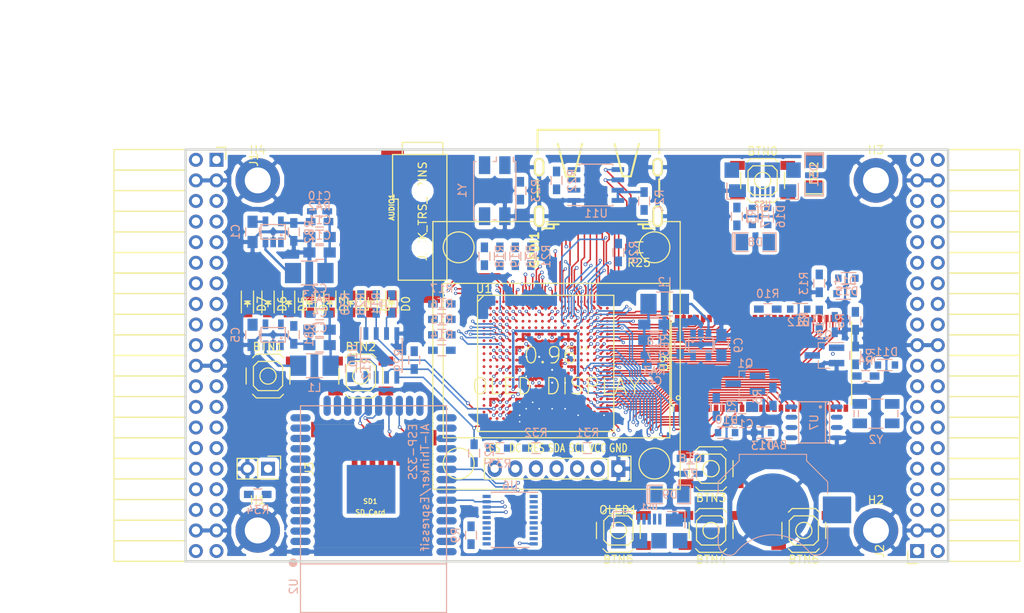
<source format=kicad_pcb>
(kicad_pcb (version 4) (host pcbnew 4.0.5+dfsg1-4)
  (layers (0 F.Cu signal) (1 In1.Cu signal) (2 In2.Cu signal) (31 B.Cu signal) (34 B.Paste user) (35 F.Paste user) (36 B.SilkS user) (37 F.SilkS user) (38 B.Mask user) (39 F.Mask user) (44 Edge.Cuts user))
  (net 0 "")
  (net 1 GND)
  (net 2 +5V)
  (net 3 /gpio/IN5V)
  (net 4 /gpio/OUT5V)
  (net 5 +3V3)
  (net 6 "Net-(L1-Pad1)")
  (net 7 "Net-(L2-Pad1)")
  (net 8 +1V2)
  (net 9 BTN_D)
  (net 10 BTN_F1)
  (net 11 BTN_F2)
  (net 12 BTN_L)
  (net 13 BTN_R)
  (net 14 BTN_U)
  (net 15 /power/FB1)
  (net 16 +2V5)
  (net 17 "Net-(L3-Pad1)")
  (net 18 /power/PWREN)
  (net 19 /power/FB3)
  (net 20 /power/FB2)
  (net 21 "Net-(D9-Pad1)")
  (net 22 /power/VBAT)
  (net 23 JTAG_TDI)
  (net 24 JTAG_TCK)
  (net 25 JTAG_TMS)
  (net 26 JTAG_TDO)
  (net 27 /power/WAKEUPn)
  (net 28 /power/WKUP)
  (net 29 /power/SHUT)
  (net 30 /power/WAKE)
  (net 31 /power/HOLD)
  (net 32 /power/WKn)
  (net 33 /power/OSCI_32k)
  (net 34 /power/OSCO_32k)
  (net 35 FTDI_nSUSPEND)
  (net 36 "Net-(Q2-Pad3)")
  (net 37 SHUTDOWN)
  (net 38 /analog/AUDIO_L)
  (net 39 /analog/AUDIO_R)
  (net 40 GPDI_5V_SCL)
  (net 41 GPDI_5V_SDA)
  (net 42 GPDI_SDA)
  (net 43 GPDI_SCL)
  (net 44 /gpdi/VREF2)
  (net 45 /blinkey/BTNPU)
  (net 46 SD_CMD)
  (net 47 SD_CLK)
  (net 48 SD_D0)
  (net 49 SD_D1)
  (net 50 USB5V)
  (net 51 "Net-(BTN0-Pad1)")
  (net 52 GPDI_CEC)
  (net 53 nRESET)
  (net 54 /usb/FT3V3)
  (net 55 FTDI_nDTR)
  (net 56 SDRAM_CKE)
  (net 57 SDRAM_A7)
  (net 58 SDRAM_D15)
  (net 59 SDRAM_BA1)
  (net 60 SDRAM_D7)
  (net 61 SDRAM_A6)
  (net 62 SDRAM_CLK)
  (net 63 SDRAM_D13)
  (net 64 SDRAM_BA0)
  (net 65 SDRAM_D6)
  (net 66 SDRAM_A5)
  (net 67 SDRAM_D14)
  (net 68 SDRAM_A11)
  (net 69 SDRAM_D12)
  (net 70 SDRAM_D5)
  (net 71 SDRAM_A4)
  (net 72 SDRAM_A10)
  (net 73 SDRAM_D11)
  (net 74 SDRAM_A3)
  (net 75 SDRAM_D4)
  (net 76 SDRAM_D10)
  (net 77 SDRAM_D9)
  (net 78 SDRAM_A9)
  (net 79 SDRAM_D3)
  (net 80 SDRAM_D8)
  (net 81 SDRAM_A8)
  (net 82 SDRAM_A2)
  (net 83 SDRAM_A1)
  (net 84 SDRAM_A0)
  (net 85 SDRAM_D2)
  (net 86 SDRAM_D1)
  (net 87 SDRAM_D0)
  (net 88 SDRAM_DQM0)
  (net 89 SDRAM_nCS)
  (net 90 SDRAM_nRAS)
  (net 91 SDRAM_DQM1)
  (net 92 SDRAM_nCAS)
  (net 93 SDRAM_nWE)
  (net 94 /flash/FLASH_nWP)
  (net 95 /flash/FLASH_nHOLD)
  (net 96 /flash/FLASH_MOSI)
  (net 97 /flash/FLASH_MISO)
  (net 98 /flash/FLASH_SCK)
  (net 99 /flash/FLASH_nCS)
  (net 100 /flash/FPGA_PROGRAMN)
  (net 101 /flash/FPGA_DONE)
  (net 102 /flash/FPGA_INITN)
  (net 103 OLED_RES)
  (net 104 OLED_DC)
  (net 105 OLED_CS)
  (net 106 WIFI_EN)
  (net 107 FTDI_nRTS)
  (net 108 WIFI_GPIO2)
  (net 109 FTDI_TXD)
  (net 110 FTDI_RXD)
  (net 111 WIFI_RXD)
  (net 112 WIFI_GPIO0)
  (net 113 FTDI_nCTS)
  (net 114 WIFI_TXD)
  (net 115 FTDI_nRI)
  (net 116 FTDI_nDCD)
  (net 117 /gpdi/CLK_25MHz)
  (net 118 GPDI_ETH-)
  (net 119 GPDI_ETH+)
  (net 120 GPDI_D2+)
  (net 121 GPDI_D2-)
  (net 122 GPDI_D1+)
  (net 123 GPDI_D1-)
  (net 124 GPDI_D0+)
  (net 125 GPDI_D0-)
  (net 126 GPDI_CLK+)
  (net 127 GPDI_CLK-)
  (net 128 USB_FPGA_D+)
  (net 129 USB_FPGA_D-)
  (net 130 USB_FTDI_D+)
  (net 131 USB_FTDI_D-)
  (net 132 J1_17-)
  (net 133 J1_17+)
  (net 134 J1_23-)
  (net 135 J1_23+)
  (net 136 J1_25-)
  (net 137 J1_25+)
  (net 138 J1_27-)
  (net 139 J1_27+)
  (net 140 J1_29-)
  (net 141 J1_29+)
  (net 142 J1_31-)
  (net 143 J1_31+)
  (net 144 J1_33-)
  (net 145 J1_33+)
  (net 146 J1_35-)
  (net 147 J1_35+)
  (net 148 J2_5-)
  (net 149 J2_5+)
  (net 150 J2_7-)
  (net 151 J2_7+)
  (net 152 J2_9-)
  (net 153 J2_9+)
  (net 154 J2_13-)
  (net 155 J2_13+)
  (net 156 J2_17-)
  (net 157 J2_17+)
  (net 158 J2_11-)
  (net 159 J2_11+)
  (net 160 J2_23-)
  (net 161 J2_23+)
  (net 162 J1_5-)
  (net 163 J1_5+)
  (net 164 J1_7-)
  (net 165 J1_7+)
  (net 166 J1_9-)
  (net 167 J1_9+)
  (net 168 J1_11-)
  (net 169 J1_11+)
  (net 170 J1_13-)
  (net 171 J1_13+)
  (net 172 J1_15-)
  (net 173 J1_15+)
  (net 174 J2_15-)
  (net 175 J2_15+)
  (net 176 J2_25-)
  (net 177 J2_25+)
  (net 178 J2_27-)
  (net 179 J2_27+)
  (net 180 J2_29-)
  (net 181 J2_29+)
  (net 182 J2_31-)
  (net 183 J2_31+)
  (net 184 J2_33-)
  (net 185 J2_33+)
  (net 186 J2_35-)
  (net 187 J2_35+)
  (net 188 SD_D3)
  (net 189 AUDIO_L3)
  (net 190 AUDIO_L2)
  (net 191 AUDIO_L1)
  (net 192 AUDIO_L0)
  (net 193 AUDIO_R3)
  (net 194 AUDIO_R2)
  (net 195 AUDIO_R1)
  (net 196 AUDIO_R0)
  (net 197 FTDI_nDSR)
  (net 198 OLED_CLK)
  (net 199 OLED_MOSI)
  (net 200 WIFI_GPIO15)
  (net 201 LED0)
  (net 202 LED1)
  (net 203 LED2)
  (net 204 LED3)
  (net 205 LED4)
  (net 206 LED5)
  (net 207 LED6)
  (net 208 LED7)
  (net 209 BTN_PWRn)
  (module lfe5bg381:BGA-381_pitch0.8mm_dia0.4mm (layer F.Cu) (at 138.48 87.8)
    (fp_text reference U1 (at -7.6 -9.2) (layer F.SilkS))
    (fp_text value LFE5U-25F-6BG381C)
    (pad A2 smd circle (at -6.8 -7.6) (size 0.35 0.35) (layers F.Cu F.Paste F.Mask) (net 139 J1_27+))
    (pad A3 smd circle (at -6 -7.6) (size 0.35 0.35) (layers F.Cu F.Paste F.Mask) (net 192 AUDIO_L0))
    (pad A4 smd circle (at -5.2 -7.6) (size 0.35 0.35) (layers F.Cu F.Paste F.Mask) (net 137 J1_25+))
    (pad A5 smd circle (at -4.4 -7.6) (size 0.35 0.35) (layers F.Cu F.Paste F.Mask) (net 136 J1_25-))
    (pad A6 smd circle (at -3.6 -7.6) (size 0.35 0.35) (layers F.Cu F.Paste F.Mask) (net 135 J1_23+))
    (pad A7 smd circle (at -2.8 -7.6) (size 0.35 0.35) (layers F.Cu F.Paste F.Mask) (net 173 J1_15+))
    (pad A8 smd circle (at -2 -7.6) (size 0.35 0.35) (layers F.Cu F.Paste F.Mask) (net 172 J1_15-))
    (pad A9 smd circle (at -1.2 -7.6) (size 0.35 0.35) (layers F.Cu F.Paste F.Mask) (net 166 J1_9-))
    (pad A10 smd circle (at -0.4 -7.6) (size 0.35 0.35) (layers F.Cu F.Paste F.Mask) (net 165 J1_7+))
    (pad A11 smd circle (at 0.4 -7.6) (size 0.35 0.35) (layers F.Cu F.Paste F.Mask) (net 164 J1_7-))
    (pad A12 smd circle (at 1.2 -7.6) (size 0.35 0.35) (layers F.Cu F.Paste F.Mask) (net 119 GPDI_ETH+))
    (pad A13 smd circle (at 2 -7.6) (size 0.35 0.35) (layers F.Cu F.Paste F.Mask) (net 118 GPDI_ETH-))
    (pad A14 smd circle (at 2.8 -7.6) (size 0.35 0.35) (layers F.Cu F.Paste F.Mask) (net 120 GPDI_D2+))
    (pad A15 smd circle (at 3.6 -7.6) (size 0.35 0.35) (layers F.Cu F.Paste F.Mask))
    (pad A16 smd circle (at 4.4 -7.6) (size 0.35 0.35) (layers F.Cu F.Paste F.Mask) (net 122 GPDI_D1+))
    (pad A17 smd circle (at 5.2 -7.6) (size 0.35 0.35) (layers F.Cu F.Paste F.Mask) (net 124 GPDI_D0+))
    (pad A18 smd circle (at 6 -7.6) (size 0.35 0.35) (layers F.Cu F.Paste F.Mask) (net 126 GPDI_CLK+))
    (pad A19 smd circle (at 6.8 -7.6) (size 0.35 0.35) (layers F.Cu F.Paste F.Mask) (net 52 GPDI_CEC))
    (pad B1 smd circle (at -7.6 -6.8) (size 0.35 0.35) (layers F.Cu F.Paste F.Mask) (net 138 J1_27-))
    (pad B2 smd circle (at -6.8 -6.8) (size 0.35 0.35) (layers F.Cu F.Paste F.Mask) (net 203 LED2))
    (pad B3 smd circle (at -6 -6.8) (size 0.35 0.35) (layers F.Cu F.Paste F.Mask) (net 193 AUDIO_R3))
    (pad B4 smd circle (at -5.2 -6.8) (size 0.35 0.35) (layers F.Cu F.Paste F.Mask) (net 140 J1_29-))
    (pad B5 smd circle (at -4.4 -6.8) (size 0.35 0.35) (layers F.Cu F.Paste F.Mask) (net 191 AUDIO_L1))
    (pad B6 smd circle (at -3.6 -6.8) (size 0.35 0.35) (layers F.Cu F.Paste F.Mask) (net 134 J1_23-))
    (pad B7 smd circle (at -2.8 -6.8) (size 0.35 0.35) (layers F.Cu F.Paste F.Mask) (net 1 GND))
    (pad B8 smd circle (at -2 -6.8) (size 0.35 0.35) (layers F.Cu F.Paste F.Mask) (net 170 J1_13-))
    (pad B9 smd circle (at -1.2 -6.8) (size 0.35 0.35) (layers F.Cu F.Paste F.Mask) (net 169 J1_11+))
    (pad B10 smd circle (at -0.4 -6.8) (size 0.35 0.35) (layers F.Cu F.Paste F.Mask) (net 167 J1_9+))
    (pad B11 smd circle (at 0.4 -6.8) (size 0.35 0.35) (layers F.Cu F.Paste F.Mask) (net 163 J1_5+))
    (pad B12 smd circle (at 1.2 -6.8) (size 0.35 0.35) (layers F.Cu F.Paste F.Mask) (net 117 /gpdi/CLK_25MHz))
    (pad B13 smd circle (at 2 -6.8) (size 0.35 0.35) (layers F.Cu F.Paste F.Mask) (net 187 J2_35+))
    (pad B14 smd circle (at 2.8 -6.8) (size 0.35 0.35) (layers F.Cu F.Paste F.Mask) (net 1 GND))
    (pad B15 smd circle (at 3.6 -6.8) (size 0.35 0.35) (layers F.Cu F.Paste F.Mask) (net 183 J2_31+))
    (pad B16 smd circle (at 4.4 -6.8) (size 0.35 0.35) (layers F.Cu F.Paste F.Mask) (net 123 GPDI_D1-))
    (pad B17 smd circle (at 5.2 -6.8) (size 0.35 0.35) (layers F.Cu F.Paste F.Mask) (net 179 J2_27+))
    (pad B18 smd circle (at 6 -6.8) (size 0.35 0.35) (layers F.Cu F.Paste F.Mask) (net 125 GPDI_D0-))
    (pad B19 smd circle (at 6.8 -6.8) (size 0.35 0.35) (layers F.Cu F.Paste F.Mask) (net 127 GPDI_CLK-))
    (pad B20 smd circle (at 7.6 -6.8) (size 0.35 0.35) (layers F.Cu F.Paste F.Mask) (net 43 GPDI_SCL))
    (pad C1 smd circle (at -7.6 -6) (size 0.35 0.35) (layers F.Cu F.Paste F.Mask) (net 207 LED6))
    (pad C2 smd circle (at -6.8 -6) (size 0.35 0.35) (layers F.Cu F.Paste F.Mask) (net 204 LED3))
    (pad C3 smd circle (at -6 -6) (size 0.35 0.35) (layers F.Cu F.Paste F.Mask) (net 190 AUDIO_L2))
    (pad C4 smd circle (at -5.2 -6) (size 0.35 0.35) (layers F.Cu F.Paste F.Mask) (net 141 J1_29+))
    (pad C5 smd circle (at -4.4 -6) (size 0.35 0.35) (layers F.Cu F.Paste F.Mask) (net 195 AUDIO_R1))
    (pad C6 smd circle (at -3.6 -6) (size 0.35 0.35) (layers F.Cu F.Paste F.Mask) (net 133 J1_17+))
    (pad C7 smd circle (at -2.8 -6) (size 0.35 0.35) (layers F.Cu F.Paste F.Mask) (net 132 J1_17-))
    (pad C8 smd circle (at -2 -6) (size 0.35 0.35) (layers F.Cu F.Paste F.Mask) (net 171 J1_13+))
    (pad C9 smd circle (at -1.2 -6) (size 0.35 0.35) (layers F.Cu F.Paste F.Mask))
    (pad C10 smd circle (at -0.4 -6) (size 0.35 0.35) (layers F.Cu F.Paste F.Mask) (net 168 J1_11-))
    (pad C11 smd circle (at 0.4 -6) (size 0.35 0.35) (layers F.Cu F.Paste F.Mask) (net 162 J1_5-))
    (pad C12 smd circle (at 1.2 -6) (size 0.35 0.35) (layers F.Cu F.Paste F.Mask) (net 42 GPDI_SDA))
    (pad C13 smd circle (at 2 -6) (size 0.35 0.35) (layers F.Cu F.Paste F.Mask) (net 186 J2_35-))
    (pad C14 smd circle (at 2.8 -6) (size 0.35 0.35) (layers F.Cu F.Paste F.Mask) (net 121 GPDI_D2-))
    (pad C15 smd circle (at 3.6 -6) (size 0.35 0.35) (layers F.Cu F.Paste F.Mask) (net 182 J2_31-))
    (pad C16 smd circle (at 4.4 -6) (size 0.35 0.35) (layers F.Cu F.Paste F.Mask) (net 181 J2_29+))
    (pad C17 smd circle (at 5.2 -6) (size 0.35 0.35) (layers F.Cu F.Paste F.Mask) (net 178 J2_27-))
    (pad C18 smd circle (at 6 -6) (size 0.35 0.35) (layers F.Cu F.Paste F.Mask) (net 161 J2_23+))
    (pad C19 smd circle (at 6.8 -6) (size 0.35 0.35) (layers F.Cu F.Paste F.Mask) (net 1 GND))
    (pad C20 smd circle (at 7.6 -6) (size 0.35 0.35) (layers F.Cu F.Paste F.Mask) (net 58 SDRAM_D15))
    (pad D1 smd circle (at -7.6 -5.2) (size 0.35 0.35) (layers F.Cu F.Paste F.Mask) (net 208 LED7))
    (pad D2 smd circle (at -6.8 -5.2) (size 0.35 0.35) (layers F.Cu F.Paste F.Mask) (net 205 LED4))
    (pad D3 smd circle (at -6 -5.2) (size 0.35 0.35) (layers F.Cu F.Paste F.Mask) (net 194 AUDIO_R2))
    (pad D4 smd circle (at -5.2 -5.2) (size 0.35 0.35) (layers F.Cu F.Paste F.Mask) (net 1 GND))
    (pad D5 smd circle (at -4.4 -5.2) (size 0.35 0.35) (layers F.Cu F.Paste F.Mask) (net 202 LED1))
    (pad D6 smd circle (at -3.6 -5.2) (size 0.35 0.35) (layers F.Cu F.Paste F.Mask) (net 209 BTN_PWRn))
    (pad D7 smd circle (at -2.8 -5.2) (size 0.35 0.35) (layers F.Cu F.Paste F.Mask))
    (pad D8 smd circle (at -2 -5.2) (size 0.35 0.35) (layers F.Cu F.Paste F.Mask))
    (pad D9 smd circle (at -1.2 -5.2) (size 0.35 0.35) (layers F.Cu F.Paste F.Mask))
    (pad D10 smd circle (at -0.4 -5.2) (size 0.35 0.35) (layers F.Cu F.Paste F.Mask))
    (pad D11 smd circle (at 0.4 -5.2) (size 0.35 0.35) (layers F.Cu F.Paste F.Mask) (net 14 BTN_U))
    (pad D12 smd circle (at 1.2 -5.2) (size 0.35 0.35) (layers F.Cu F.Paste F.Mask))
    (pad D13 smd circle (at 2 -5.2) (size 0.35 0.35) (layers F.Cu F.Paste F.Mask) (net 185 J2_33+))
    (pad D14 smd circle (at 2.8 -5.2) (size 0.35 0.35) (layers F.Cu F.Paste F.Mask))
    (pad D15 smd circle (at 3.6 -5.2) (size 0.35 0.35) (layers F.Cu F.Paste F.Mask) (net 177 J2_25+))
    (pad D16 smd circle (at 4.4 -5.2) (size 0.35 0.35) (layers F.Cu F.Paste F.Mask) (net 180 J2_29-))
    (pad D17 smd circle (at 5.2 -5.2) (size 0.35 0.35) (layers F.Cu F.Paste F.Mask) (net 160 J2_23-))
    (pad D18 smd circle (at 6 -5.2) (size 0.35 0.35) (layers F.Cu F.Paste F.Mask) (net 157 J2_17+))
    (pad D19 smd circle (at 6.8 -5.2) (size 0.35 0.35) (layers F.Cu F.Paste F.Mask) (net 67 SDRAM_D14))
    (pad D20 smd circle (at 7.6 -5.2) (size 0.35 0.35) (layers F.Cu F.Paste F.Mask) (net 63 SDRAM_D13))
    (pad E1 smd circle (at -7.6 -4.4) (size 0.35 0.35) (layers F.Cu F.Paste F.Mask) (net 206 LED5))
    (pad E2 smd circle (at -6.8 -4.4) (size 0.35 0.35) (layers F.Cu F.Paste F.Mask))
    (pad E3 smd circle (at -6 -4.4) (size 0.35 0.35) (layers F.Cu F.Paste F.Mask) (net 142 J1_31-))
    (pad E4 smd circle (at -5.2 -4.4) (size 0.35 0.35) (layers F.Cu F.Paste F.Mask) (net 201 LED0))
    (pad E5 smd circle (at -4.4 -4.4) (size 0.35 0.35) (layers F.Cu F.Paste F.Mask) (net 189 AUDIO_L3))
    (pad E6 smd circle (at -3.6 -4.4) (size 0.35 0.35) (layers F.Cu F.Paste F.Mask))
    (pad E7 smd circle (at -2.8 -4.4) (size 0.35 0.35) (layers F.Cu F.Paste F.Mask))
    (pad E8 smd circle (at -2 -4.4) (size 0.35 0.35) (layers F.Cu F.Paste F.Mask))
    (pad E9 smd circle (at -1.2 -4.4) (size 0.35 0.35) (layers F.Cu F.Paste F.Mask))
    (pad E10 smd circle (at -0.4 -4.4) (size 0.35 0.35) (layers F.Cu F.Paste F.Mask))
    (pad E11 smd circle (at 0.4 -4.4) (size 0.35 0.35) (layers F.Cu F.Paste F.Mask))
    (pad E12 smd circle (at 1.2 -4.4) (size 0.35 0.35) (layers F.Cu F.Paste F.Mask))
    (pad E13 smd circle (at 2 -4.4) (size 0.35 0.35) (layers F.Cu F.Paste F.Mask) (net 184 J2_33-))
    (pad E14 smd circle (at 2.8 -4.4) (size 0.35 0.35) (layers F.Cu F.Paste F.Mask))
    (pad E15 smd circle (at 3.6 -4.4) (size 0.35 0.35) (layers F.Cu F.Paste F.Mask) (net 176 J2_25-))
    (pad E16 smd circle (at 4.4 -4.4) (size 0.35 0.35) (layers F.Cu F.Paste F.Mask))
    (pad E17 smd circle (at 5.2 -4.4) (size 0.35 0.35) (layers F.Cu F.Paste F.Mask) (net 156 J2_17-))
    (pad E18 smd circle (at 6 -4.4) (size 0.35 0.35) (layers F.Cu F.Paste F.Mask) (net 75 SDRAM_D4))
    (pad E19 smd circle (at 6.8 -4.4) (size 0.35 0.35) (layers F.Cu F.Paste F.Mask) (net 69 SDRAM_D12))
    (pad E20 smd circle (at 7.6 -4.4) (size 0.35 0.35) (layers F.Cu F.Paste F.Mask) (net 73 SDRAM_D11))
    (pad F1 smd circle (at -7.6 -3.6) (size 0.35 0.35) (layers F.Cu F.Paste F.Mask) (net 110 FTDI_RXD))
    (pad F2 smd circle (at -6.8 -3.6) (size 0.35 0.35) (layers F.Cu F.Paste F.Mask))
    (pad F3 smd circle (at -6 -3.6) (size 0.35 0.35) (layers F.Cu F.Paste F.Mask) (net 144 J1_33-))
    (pad F4 smd circle (at -5.2 -3.6) (size 0.35 0.35) (layers F.Cu F.Paste F.Mask) (net 143 J1_31+))
    (pad F5 smd circle (at -4.4 -3.6) (size 0.35 0.35) (layers F.Cu F.Paste F.Mask) (net 196 AUDIO_R0))
    (pad F6 smd circle (at -3.6 -3.6) (size 0.35 0.35) (layers F.Cu F.Paste F.Mask) (net 16 +2V5))
    (pad F7 smd circle (at -2.8 -3.6) (size 0.35 0.35) (layers F.Cu F.Paste F.Mask) (net 1 GND))
    (pad F8 smd circle (at -2 -3.6) (size 0.35 0.35) (layers F.Cu F.Paste F.Mask) (net 1 GND))
    (pad F9 smd circle (at -1.2 -3.6) (size 0.35 0.35) (layers F.Cu F.Paste F.Mask) (net 5 +3V3))
    (pad F10 smd circle (at -0.4 -3.6) (size 0.35 0.35) (layers F.Cu F.Paste F.Mask) (net 5 +3V3))
    (pad F11 smd circle (at 0.4 -3.6) (size 0.35 0.35) (layers F.Cu F.Paste F.Mask) (net 5 +3V3))
    (pad F12 smd circle (at 1.2 -3.6) (size 0.35 0.35) (layers F.Cu F.Paste F.Mask) (net 5 +3V3))
    (pad F13 smd circle (at 2 -3.6) (size 0.35 0.35) (layers F.Cu F.Paste F.Mask) (net 1 GND))
    (pad F14 smd circle (at 2.8 -3.6) (size 0.35 0.35) (layers F.Cu F.Paste F.Mask) (net 1 GND))
    (pad F15 smd circle (at 3.6 -3.6) (size 0.35 0.35) (layers F.Cu F.Paste F.Mask) (net 16 +2V5))
    (pad F16 smd circle (at 4.4 -3.6) (size 0.35 0.35) (layers F.Cu F.Paste F.Mask))
    (pad F17 smd circle (at 5.2 -3.6) (size 0.35 0.35) (layers F.Cu F.Paste F.Mask) (net 175 J2_15+))
    (pad F18 smd circle (at 6 -3.6) (size 0.35 0.35) (layers F.Cu F.Paste F.Mask) (net 70 SDRAM_D5))
    (pad F19 smd circle (at 6.8 -3.6) (size 0.35 0.35) (layers F.Cu F.Paste F.Mask) (net 76 SDRAM_D10))
    (pad F20 smd circle (at 7.6 -3.6) (size 0.35 0.35) (layers F.Cu F.Paste F.Mask) (net 77 SDRAM_D9))
    (pad G1 smd circle (at -7.6 -2.8) (size 0.35 0.35) (layers F.Cu F.Paste F.Mask) (net 109 FTDI_TXD))
    (pad G2 smd circle (at -6.8 -2.8) (size 0.35 0.35) (layers F.Cu F.Paste F.Mask) (net 111 WIFI_RXD))
    (pad G3 smd circle (at -6 -2.8) (size 0.35 0.35) (layers F.Cu F.Paste F.Mask) (net 145 J1_33+))
    (pad G4 smd circle (at -5.2 -2.8) (size 0.35 0.35) (layers F.Cu F.Paste F.Mask) (net 1 GND))
    (pad G5 smd circle (at -4.4 -2.8) (size 0.35 0.35) (layers F.Cu F.Paste F.Mask) (net 146 J1_35-))
    (pad G6 smd circle (at -3.6 -2.8) (size 0.35 0.35) (layers F.Cu F.Paste F.Mask) (net 1 GND))
    (pad G7 smd circle (at -2.8 -2.8) (size 0.35 0.35) (layers F.Cu F.Paste F.Mask) (net 1 GND))
    (pad G8 smd circle (at -2 -2.8) (size 0.35 0.35) (layers F.Cu F.Paste F.Mask) (net 1 GND))
    (pad G9 smd circle (at -1.2 -2.8) (size 0.35 0.35) (layers F.Cu F.Paste F.Mask) (net 1 GND))
    (pad G10 smd circle (at -0.4 -2.8) (size 0.35 0.35) (layers F.Cu F.Paste F.Mask) (net 1 GND))
    (pad G11 smd circle (at 0.4 -2.8) (size 0.35 0.35) (layers F.Cu F.Paste F.Mask) (net 1 GND))
    (pad G12 smd circle (at 1.2 -2.8) (size 0.35 0.35) (layers F.Cu F.Paste F.Mask) (net 1 GND))
    (pad G13 smd circle (at 2 -2.8) (size 0.35 0.35) (layers F.Cu F.Paste F.Mask) (net 1 GND))
    (pad G14 smd circle (at 2.8 -2.8) (size 0.35 0.35) (layers F.Cu F.Paste F.Mask) (net 1 GND))
    (pad G15 smd circle (at 3.6 -2.8) (size 0.35 0.35) (layers F.Cu F.Paste F.Mask) (net 1 GND))
    (pad G16 smd circle (at 4.4 -2.8) (size 0.35 0.35) (layers F.Cu F.Paste F.Mask))
    (pad G17 smd circle (at 5.2 -2.8) (size 0.35 0.35) (layers F.Cu F.Paste F.Mask) (net 1 GND))
    (pad G18 smd circle (at 6 -2.8) (size 0.35 0.35) (layers F.Cu F.Paste F.Mask) (net 174 J2_15-))
    (pad G19 smd circle (at 6.8 -2.8) (size 0.35 0.35) (layers F.Cu F.Paste F.Mask) (net 80 SDRAM_D8))
    (pad G20 smd circle (at 7.6 -2.8) (size 0.35 0.35) (layers F.Cu F.Paste F.Mask) (net 91 SDRAM_DQM1))
    (pad H1 smd circle (at -7.6 -2) (size 0.35 0.35) (layers F.Cu F.Paste F.Mask) (net 200 WIFI_GPIO15))
    (pad H2 smd circle (at -6.8 -2) (size 0.35 0.35) (layers F.Cu F.Paste F.Mask) (net 114 WIFI_TXD))
    (pad H3 smd circle (at -6 -2) (size 0.35 0.35) (layers F.Cu F.Paste F.Mask))
    (pad H4 smd circle (at -5.2 -2) (size 0.35 0.35) (layers F.Cu F.Paste F.Mask) (net 147 J1_35+))
    (pad H5 smd circle (at -4.4 -2) (size 0.35 0.35) (layers F.Cu F.Paste F.Mask))
    (pad H6 smd circle (at -3.6 -2) (size 0.35 0.35) (layers F.Cu F.Paste F.Mask) (net 5 +3V3))
    (pad H7 smd circle (at -2.8 -2) (size 0.35 0.35) (layers F.Cu F.Paste F.Mask) (net 5 +3V3))
    (pad H8 smd circle (at -2 -2) (size 0.35 0.35) (layers F.Cu F.Paste F.Mask) (net 8 +1V2))
    (pad H9 smd circle (at -1.2 -2) (size 0.35 0.35) (layers F.Cu F.Paste F.Mask) (net 8 +1V2))
    (pad H10 smd circle (at -0.4 -2) (size 0.35 0.35) (layers F.Cu F.Paste F.Mask) (net 8 +1V2))
    (pad H11 smd circle (at 0.4 -2) (size 0.35 0.35) (layers F.Cu F.Paste F.Mask) (net 8 +1V2))
    (pad H12 smd circle (at 1.2 -2) (size 0.35 0.35) (layers F.Cu F.Paste F.Mask) (net 8 +1V2))
    (pad H13 smd circle (at 2 -2) (size 0.35 0.35) (layers F.Cu F.Paste F.Mask) (net 8 +1V2))
    (pad H14 smd circle (at 2.8 -2) (size 0.35 0.35) (layers F.Cu F.Paste F.Mask) (net 5 +3V3))
    (pad H15 smd circle (at 3.6 -2) (size 0.35 0.35) (layers F.Cu F.Paste F.Mask) (net 5 +3V3))
    (pad H16 smd circle (at 4.4 -2) (size 0.35 0.35) (layers F.Cu F.Paste F.Mask))
    (pad H17 smd circle (at 5.2 -2) (size 0.35 0.35) (layers F.Cu F.Paste F.Mask) (net 154 J2_13-))
    (pad H18 smd circle (at 6 -2) (size 0.35 0.35) (layers F.Cu F.Paste F.Mask) (net 155 J2_13+))
    (pad H19 smd circle (at 6.8 -2) (size 0.35 0.35) (layers F.Cu F.Paste F.Mask) (net 1 GND))
    (pad H20 smd circle (at 7.6 -2) (size 0.35 0.35) (layers F.Cu F.Paste F.Mask) (net 62 SDRAM_CLK))
    (pad J1 smd circle (at -7.6 -1.2) (size 0.35 0.35) (layers F.Cu F.Paste F.Mask) (net 198 OLED_CLK))
    (pad J2 smd circle (at -6.8 -1.2) (size 0.35 0.35) (layers F.Cu F.Paste F.Mask) (net 1 GND))
    (pad J3 smd circle (at -6 -1.2) (size 0.35 0.35) (layers F.Cu F.Paste F.Mask) (net 112 WIFI_GPIO0))
    (pad J4 smd circle (at -5.2 -1.2) (size 0.35 0.35) (layers F.Cu F.Paste F.Mask) (net 108 WIFI_GPIO2))
    (pad J5 smd circle (at -4.4 -1.2) (size 0.35 0.35) (layers F.Cu F.Paste F.Mask) (net 113 FTDI_nCTS))
    (pad J6 smd circle (at -3.6 -1.2) (size 0.35 0.35) (layers F.Cu F.Paste F.Mask) (net 5 +3V3))
    (pad J7 smd circle (at -2.8 -1.2) (size 0.35 0.35) (layers F.Cu F.Paste F.Mask) (net 1 GND))
    (pad J8 smd circle (at -2 -1.2) (size 0.35 0.35) (layers F.Cu F.Paste F.Mask) (net 8 +1V2))
    (pad J9 smd circle (at -1.2 -1.2) (size 0.35 0.35) (layers F.Cu F.Paste F.Mask) (net 1 GND))
    (pad J10 smd circle (at -0.4 -1.2) (size 0.35 0.35) (layers F.Cu F.Paste F.Mask) (net 1 GND))
    (pad J11 smd circle (at 0.4 -1.2) (size 0.35 0.35) (layers F.Cu F.Paste F.Mask) (net 1 GND))
    (pad J12 smd circle (at 1.2 -1.2) (size 0.35 0.35) (layers F.Cu F.Paste F.Mask) (net 1 GND))
    (pad J13 smd circle (at 2 -1.2) (size 0.35 0.35) (layers F.Cu F.Paste F.Mask) (net 8 +1V2))
    (pad J14 smd circle (at 2.8 -1.2) (size 0.35 0.35) (layers F.Cu F.Paste F.Mask) (net 1 GND))
    (pad J15 smd circle (at 3.6 -1.2) (size 0.35 0.35) (layers F.Cu F.Paste F.Mask) (net 5 +3V3))
    (pad J16 smd circle (at 4.4 -1.2) (size 0.35 0.35) (layers F.Cu F.Paste F.Mask))
    (pad J17 smd circle (at 5.2 -1.2) (size 0.35 0.35) (layers F.Cu F.Paste F.Mask))
    (pad J18 smd circle (at 6 -1.2) (size 0.35 0.35) (layers F.Cu F.Paste F.Mask) (net 79 SDRAM_D3))
    (pad J19 smd circle (at 6.8 -1.2) (size 0.35 0.35) (layers F.Cu F.Paste F.Mask) (net 56 SDRAM_CKE))
    (pad J20 smd circle (at 7.6 -1.2) (size 0.35 0.35) (layers F.Cu F.Paste F.Mask) (net 68 SDRAM_A11))
    (pad K1 smd circle (at -7.6 -0.4) (size 0.35 0.35) (layers F.Cu F.Paste F.Mask) (net 55 FTDI_nDTR))
    (pad K2 smd circle (at -6.8 -0.4) (size 0.35 0.35) (layers F.Cu F.Paste F.Mask) (net 199 OLED_MOSI))
    (pad K3 smd circle (at -6 -0.4) (size 0.35 0.35) (layers F.Cu F.Paste F.Mask) (net 107 FTDI_nRTS))
    (pad K4 smd circle (at -5.2 -0.4) (size 0.35 0.35) (layers F.Cu F.Paste F.Mask) (net 103 OLED_RES))
    (pad K5 smd circle (at -4.4 -0.4) (size 0.35 0.35) (layers F.Cu F.Paste F.Mask) (net 104 OLED_DC))
    (pad K6 smd circle (at -3.6 -0.4) (size 0.35 0.35) (layers F.Cu F.Paste F.Mask) (net 1 GND))
    (pad K7 smd circle (at -2.8 -0.4) (size 0.35 0.35) (layers F.Cu F.Paste F.Mask) (net 1 GND))
    (pad K8 smd circle (at -2 -0.4) (size 0.35 0.35) (layers F.Cu F.Paste F.Mask) (net 8 +1V2))
    (pad K9 smd circle (at -1.2 -0.4) (size 0.35 0.35) (layers F.Cu F.Paste F.Mask) (net 1 GND))
    (pad K10 smd circle (at -0.4 -0.4) (size 0.35 0.35) (layers F.Cu F.Paste F.Mask) (net 1 GND))
    (pad K11 smd circle (at 0.4 -0.4) (size 0.35 0.35) (layers F.Cu F.Paste F.Mask) (net 1 GND))
    (pad K12 smd circle (at 1.2 -0.4) (size 0.35 0.35) (layers F.Cu F.Paste F.Mask) (net 1 GND))
    (pad K13 smd circle (at 2 -0.4) (size 0.35 0.35) (layers F.Cu F.Paste F.Mask) (net 8 +1V2))
    (pad K14 smd circle (at 2.8 -0.4) (size 0.35 0.35) (layers F.Cu F.Paste F.Mask) (net 1 GND))
    (pad K15 smd circle (at 3.6 -0.4) (size 0.35 0.35) (layers F.Cu F.Paste F.Mask) (net 1 GND))
    (pad K16 smd circle (at 4.4 -0.4) (size 0.35 0.35) (layers F.Cu F.Paste F.Mask))
    (pad K17 smd circle (at 5.2 -0.4) (size 0.35 0.35) (layers F.Cu F.Paste F.Mask))
    (pad K18 smd circle (at 6 -0.4) (size 0.35 0.35) (layers F.Cu F.Paste F.Mask) (net 85 SDRAM_D2))
    (pad K19 smd circle (at 6.8 -0.4) (size 0.35 0.35) (layers F.Cu F.Paste F.Mask) (net 78 SDRAM_A9))
    (pad K20 smd circle (at 7.6 -0.4) (size 0.35 0.35) (layers F.Cu F.Paste F.Mask) (net 81 SDRAM_A8))
    (pad L1 smd circle (at -7.6 0.4) (size 0.35 0.35) (layers F.Cu F.Paste F.Mask) (net 48 SD_D0))
    (pad L2 smd circle (at -6.8 0.4) (size 0.35 0.35) (layers F.Cu F.Paste F.Mask) (net 116 FTDI_nDCD))
    (pad L3 smd circle (at -6 0.4) (size 0.35 0.35) (layers F.Cu F.Paste F.Mask))
    (pad L4 smd circle (at -5.2 0.4) (size 0.35 0.35) (layers F.Cu F.Paste F.Mask) (net 106 WIFI_EN))
    (pad L5 smd circle (at -4.4 0.4) (size 0.35 0.35) (layers F.Cu F.Paste F.Mask) (net 197 FTDI_nDSR))
    (pad L6 smd circle (at -3.6 0.4) (size 0.35 0.35) (layers F.Cu F.Paste F.Mask) (net 5 +3V3))
    (pad L7 smd circle (at -2.8 0.4) (size 0.35 0.35) (layers F.Cu F.Paste F.Mask) (net 5 +3V3))
    (pad L8 smd circle (at -2 0.4) (size 0.35 0.35) (layers F.Cu F.Paste F.Mask) (net 8 +1V2))
    (pad L9 smd circle (at -1.2 0.4) (size 0.35 0.35) (layers F.Cu F.Paste F.Mask) (net 1 GND))
    (pad L10 smd circle (at -0.4 0.4) (size 0.35 0.35) (layers F.Cu F.Paste F.Mask) (net 1 GND))
    (pad L11 smd circle (at 0.4 0.4) (size 0.35 0.35) (layers F.Cu F.Paste F.Mask) (net 1 GND))
    (pad L12 smd circle (at 1.2 0.4) (size 0.35 0.35) (layers F.Cu F.Paste F.Mask) (net 1 GND))
    (pad L13 smd circle (at 2 0.4) (size 0.35 0.35) (layers F.Cu F.Paste F.Mask) (net 8 +1V2))
    (pad L14 smd circle (at 2.8 0.4) (size 0.35 0.35) (layers F.Cu F.Paste F.Mask) (net 5 +3V3))
    (pad L15 smd circle (at 3.6 0.4) (size 0.35 0.35) (layers F.Cu F.Paste F.Mask) (net 5 +3V3))
    (pad L16 smd circle (at 4.4 0.4) (size 0.35 0.35) (layers F.Cu F.Paste F.Mask) (net 159 J2_11+))
    (pad L17 smd circle (at 5.2 0.4) (size 0.35 0.35) (layers F.Cu F.Paste F.Mask) (net 158 J2_11-))
    (pad L18 smd circle (at 6 0.4) (size 0.35 0.35) (layers F.Cu F.Paste F.Mask) (net 86 SDRAM_D1))
    (pad L19 smd circle (at 6.8 0.4) (size 0.35 0.35) (layers F.Cu F.Paste F.Mask) (net 57 SDRAM_A7))
    (pad L20 smd circle (at 7.6 0.4) (size 0.35 0.35) (layers F.Cu F.Paste F.Mask) (net 61 SDRAM_A6))
    (pad M1 smd circle (at -7.6 1.2) (size 0.35 0.35) (layers F.Cu F.Paste F.Mask) (net 46 SD_CMD))
    (pad M2 smd circle (at -6.8 1.2) (size 0.35 0.35) (layers F.Cu F.Paste F.Mask) (net 1 GND))
    (pad M3 smd circle (at -6 1.2) (size 0.35 0.35) (layers F.Cu F.Paste F.Mask) (net 129 USB_FPGA_D-))
    (pad M4 smd circle (at -5.2 1.2) (size 0.35 0.35) (layers F.Cu F.Paste F.Mask))
    (pad M5 smd circle (at -4.4 1.2) (size 0.35 0.35) (layers F.Cu F.Paste F.Mask))
    (pad M6 smd circle (at -3.6 1.2) (size 0.35 0.35) (layers F.Cu F.Paste F.Mask) (net 5 +3V3))
    (pad M7 smd circle (at -2.8 1.2) (size 0.35 0.35) (layers F.Cu F.Paste F.Mask) (net 1 GND))
    (pad M8 smd circle (at -2 1.2) (size 0.35 0.35) (layers F.Cu F.Paste F.Mask) (net 8 +1V2))
    (pad M9 smd circle (at -1.2 1.2) (size 0.35 0.35) (layers F.Cu F.Paste F.Mask) (net 1 GND))
    (pad M10 smd circle (at -0.4 1.2) (size 0.35 0.35) (layers F.Cu F.Paste F.Mask) (net 1 GND))
    (pad M11 smd circle (at 0.4 1.2) (size 0.35 0.35) (layers F.Cu F.Paste F.Mask) (net 1 GND))
    (pad M12 smd circle (at 1.2 1.2) (size 0.35 0.35) (layers F.Cu F.Paste F.Mask) (net 1 GND))
    (pad M13 smd circle (at 2 1.2) (size 0.35 0.35) (layers F.Cu F.Paste F.Mask) (net 8 +1V2))
    (pad M14 smd circle (at 2.8 1.2) (size 0.35 0.35) (layers F.Cu F.Paste F.Mask) (net 1 GND))
    (pad M15 smd circle (at 3.6 1.2) (size 0.35 0.35) (layers F.Cu F.Paste F.Mask) (net 5 +3V3))
    (pad M16 smd circle (at 4.4 1.2) (size 0.35 0.35) (layers F.Cu F.Paste F.Mask) (net 1 GND))
    (pad M17 smd circle (at 5.2 1.2) (size 0.35 0.35) (layers F.Cu F.Paste F.Mask) (net 152 J2_9-))
    (pad M18 smd circle (at 6 1.2) (size 0.35 0.35) (layers F.Cu F.Paste F.Mask) (net 87 SDRAM_D0))
    (pad M19 smd circle (at 6.8 1.2) (size 0.35 0.35) (layers F.Cu F.Paste F.Mask) (net 66 SDRAM_A5))
    (pad M20 smd circle (at 7.6 1.2) (size 0.35 0.35) (layers F.Cu F.Paste F.Mask) (net 71 SDRAM_A4))
    (pad N1 smd circle (at -7.6 2) (size 0.35 0.35) (layers F.Cu F.Paste F.Mask) (net 47 SD_CLK))
    (pad N2 smd circle (at -6.8 2) (size 0.35 0.35) (layers F.Cu F.Paste F.Mask) (net 49 SD_D1))
    (pad N3 smd circle (at -6 2) (size 0.35 0.35) (layers F.Cu F.Paste F.Mask) (net 128 USB_FPGA_D+))
    (pad N4 smd circle (at -5.2 2) (size 0.35 0.35) (layers F.Cu F.Paste F.Mask) (net 105 OLED_CS))
    (pad N5 smd circle (at -4.4 2) (size 0.35 0.35) (layers F.Cu F.Paste F.Mask))
    (pad N6 smd circle (at -3.6 2) (size 0.35 0.35) (layers F.Cu F.Paste F.Mask) (net 1 GND))
    (pad N7 smd circle (at -2.8 2) (size 0.35 0.35) (layers F.Cu F.Paste F.Mask) (net 1 GND))
    (pad N8 smd circle (at -2 2) (size 0.35 0.35) (layers F.Cu F.Paste F.Mask) (net 8 +1V2))
    (pad N9 smd circle (at -1.2 2) (size 0.35 0.35) (layers F.Cu F.Paste F.Mask) (net 8 +1V2))
    (pad N10 smd circle (at -0.4 2) (size 0.35 0.35) (layers F.Cu F.Paste F.Mask) (net 8 +1V2))
    (pad N11 smd circle (at 0.4 2) (size 0.35 0.35) (layers F.Cu F.Paste F.Mask) (net 8 +1V2))
    (pad N12 smd circle (at 1.2 2) (size 0.35 0.35) (layers F.Cu F.Paste F.Mask) (net 8 +1V2))
    (pad N13 smd circle (at 2 2) (size 0.35 0.35) (layers F.Cu F.Paste F.Mask) (net 8 +1V2))
    (pad N14 smd circle (at 2.8 2) (size 0.35 0.35) (layers F.Cu F.Paste F.Mask) (net 1 GND))
    (pad N15 smd circle (at 3.6 2) (size 0.35 0.35) (layers F.Cu F.Paste F.Mask) (net 1 GND))
    (pad N16 smd circle (at 4.4 2) (size 0.35 0.35) (layers F.Cu F.Paste F.Mask) (net 153 J2_9+))
    (pad N17 smd circle (at 5.2 2) (size 0.35 0.35) (layers F.Cu F.Paste F.Mask) (net 151 J2_7+))
    (pad N18 smd circle (at 6 2) (size 0.35 0.35) (layers F.Cu F.Paste F.Mask) (net 65 SDRAM_D6))
    (pad N19 smd circle (at 6.8 2) (size 0.35 0.35) (layers F.Cu F.Paste F.Mask) (net 74 SDRAM_A3))
    (pad N20 smd circle (at 7.6 2) (size 0.35 0.35) (layers F.Cu F.Paste F.Mask) (net 82 SDRAM_A2))
    (pad P1 smd circle (at -7.6 2.8) (size 0.35 0.35) (layers F.Cu F.Paste F.Mask) (net 188 SD_D3))
    (pad P2 smd circle (at -6.8 2.8) (size 0.35 0.35) (layers F.Cu F.Paste F.Mask))
    (pad P3 smd circle (at -6 2.8) (size 0.35 0.35) (layers F.Cu F.Paste F.Mask))
    (pad P4 smd circle (at -5.2 2.8) (size 0.35 0.35) (layers F.Cu F.Paste F.Mask))
    (pad P5 smd circle (at -4.4 2.8) (size 0.35 0.35) (layers F.Cu F.Paste F.Mask) (net 115 FTDI_nRI))
    (pad P6 smd circle (at -3.6 2.8) (size 0.35 0.35) (layers F.Cu F.Paste F.Mask) (net 16 +2V5))
    (pad P7 smd circle (at -2.8 2.8) (size 0.35 0.35) (layers F.Cu F.Paste F.Mask) (net 1 GND))
    (pad P8 smd circle (at -2 2.8) (size 0.35 0.35) (layers F.Cu F.Paste F.Mask) (net 1 GND))
    (pad P9 smd circle (at -1.2 2.8) (size 0.35 0.35) (layers F.Cu F.Paste F.Mask) (net 5 +3V3))
    (pad P10 smd circle (at -0.4 2.8) (size 0.35 0.35) (layers F.Cu F.Paste F.Mask) (net 5 +3V3))
    (pad P11 smd circle (at 0.4 2.8) (size 0.35 0.35) (layers F.Cu F.Paste F.Mask) (net 1 GND))
    (pad P12 smd circle (at 1.2 2.8) (size 0.35 0.35) (layers F.Cu F.Paste F.Mask) (net 1 GND))
    (pad P13 smd circle (at 2 2.8) (size 0.35 0.35) (layers F.Cu F.Paste F.Mask) (net 1 GND))
    (pad P14 smd circle (at 2.8 2.8) (size 0.35 0.35) (layers F.Cu F.Paste F.Mask) (net 1 GND))
    (pad P15 smd circle (at 3.6 2.8) (size 0.35 0.35) (layers F.Cu F.Paste F.Mask) (net 16 +2V5))
    (pad P16 smd circle (at 4.4 2.8) (size 0.35 0.35) (layers F.Cu F.Paste F.Mask) (net 150 J2_7-))
    (pad P17 smd circle (at 5.2 2.8) (size 0.35 0.35) (layers F.Cu F.Paste F.Mask))
    (pad P18 smd circle (at 6 2.8) (size 0.35 0.35) (layers F.Cu F.Paste F.Mask) (net 60 SDRAM_D7))
    (pad P19 smd circle (at 6.8 2.8) (size 0.35 0.35) (layers F.Cu F.Paste F.Mask) (net 83 SDRAM_A1))
    (pad P20 smd circle (at 7.6 2.8) (size 0.35 0.35) (layers F.Cu F.Paste F.Mask) (net 84 SDRAM_A0))
    (pad R1 smd circle (at -7.6 3.6) (size 0.35 0.35) (layers F.Cu F.Paste F.Mask) (net 10 BTN_F1))
    (pad R2 smd circle (at -6.8 3.6) (size 0.35 0.35) (layers F.Cu F.Paste F.Mask) (net 99 /flash/FLASH_nCS))
    (pad R3 smd circle (at -6 3.6) (size 0.35 0.35) (layers F.Cu F.Paste F.Mask))
    (pad R4 smd circle (at -5.2 3.6) (size 0.35 0.35) (layers F.Cu F.Paste F.Mask) (net 1 GND))
    (pad R5 smd circle (at -4.4 3.6) (size 0.35 0.35) (layers F.Cu F.Paste F.Mask) (net 23 JTAG_TDI))
    (pad R16 smd circle (at 4.4 3.6) (size 0.35 0.35) (layers F.Cu F.Paste F.Mask))
    (pad R17 smd circle (at 5.2 3.6) (size 0.35 0.35) (layers F.Cu F.Paste F.Mask))
    (pad R18 smd circle (at 6 3.6) (size 0.35 0.35) (layers F.Cu F.Paste F.Mask) (net 88 SDRAM_DQM0))
    (pad R19 smd circle (at 6.8 3.6) (size 0.35 0.35) (layers F.Cu F.Paste F.Mask) (net 1 GND))
    (pad R20 smd circle (at 7.6 3.6) (size 0.35 0.35) (layers F.Cu F.Paste F.Mask) (net 72 SDRAM_A10))
    (pad T1 smd circle (at -7.6 4.4) (size 0.35 0.35) (layers F.Cu F.Paste F.Mask) (net 11 BTN_F2))
    (pad T2 smd circle (at -6.8 4.4) (size 0.35 0.35) (layers F.Cu F.Paste F.Mask) (net 5 +3V3))
    (pad T3 smd circle (at -6 4.4) (size 0.35 0.35) (layers F.Cu F.Paste F.Mask) (net 5 +3V3))
    (pad T4 smd circle (at -5.2 4.4) (size 0.35 0.35) (layers F.Cu F.Paste F.Mask) (net 5 +3V3))
    (pad T5 smd circle (at -4.4 4.4) (size 0.35 0.35) (layers F.Cu F.Paste F.Mask) (net 24 JTAG_TCK))
    (pad T6 smd circle (at -3.6 4.4) (size 0.35 0.35) (layers F.Cu F.Paste F.Mask) (net 1 GND))
    (pad T7 smd circle (at -2.8 4.4) (size 0.35 0.35) (layers F.Cu F.Paste F.Mask) (net 1 GND))
    (pad T8 smd circle (at -2 4.4) (size 0.35 0.35) (layers F.Cu F.Paste F.Mask) (net 1 GND))
    (pad T9 smd circle (at -1.2 4.4) (size 0.35 0.35) (layers F.Cu F.Paste F.Mask) (net 1 GND))
    (pad T10 smd circle (at -0.4 4.4) (size 0.35 0.35) (layers F.Cu F.Paste F.Mask) (net 1 GND))
    (pad T11 smd circle (at 0.4 4.4) (size 0.35 0.35) (layers F.Cu F.Paste F.Mask))
    (pad T12 smd circle (at 1.2 4.4) (size 0.35 0.35) (layers F.Cu F.Paste F.Mask))
    (pad T13 smd circle (at 2 4.4) (size 0.35 0.35) (layers F.Cu F.Paste F.Mask))
    (pad T14 smd circle (at 2.8 4.4) (size 0.35 0.35) (layers F.Cu F.Paste F.Mask))
    (pad T15 smd circle (at 3.6 4.4) (size 0.35 0.35) (layers F.Cu F.Paste F.Mask))
    (pad T16 smd circle (at 4.4 4.4) (size 0.35 0.35) (layers F.Cu F.Paste F.Mask))
    (pad T17 smd circle (at 5.2 4.4) (size 0.35 0.35) (layers F.Cu F.Paste F.Mask) (net 92 SDRAM_nCAS))
    (pad T18 smd circle (at 6 4.4) (size 0.35 0.35) (layers F.Cu F.Paste F.Mask) (net 93 SDRAM_nWE))
    (pad T19 smd circle (at 6.8 4.4) (size 0.35 0.35) (layers F.Cu F.Paste F.Mask) (net 59 SDRAM_BA1))
    (pad T20 smd circle (at 7.6 4.4) (size 0.35 0.35) (layers F.Cu F.Paste F.Mask) (net 64 SDRAM_BA0))
    (pad U1 smd circle (at -7.6 5.2) (size 0.35 0.35) (layers F.Cu F.Paste F.Mask) (net 14 BTN_U))
    (pad U2 smd circle (at -6.8 5.2) (size 0.35 0.35) (layers F.Cu F.Paste F.Mask) (net 5 +3V3))
    (pad U3 smd circle (at -6 5.2) (size 0.35 0.35) (layers F.Cu F.Paste F.Mask) (net 98 /flash/FLASH_SCK))
    (pad U4 smd circle (at -5.2 5.2) (size 0.35 0.35) (layers F.Cu F.Paste F.Mask) (net 1 GND))
    (pad U5 smd circle (at -4.4 5.2) (size 0.35 0.35) (layers F.Cu F.Paste F.Mask) (net 25 JTAG_TMS))
    (pad U6 smd circle (at -3.6 5.2) (size 0.35 0.35) (layers F.Cu F.Paste F.Mask) (net 1 GND))
    (pad U7 smd circle (at -2.8 5.2) (size 0.35 0.35) (layers F.Cu F.Paste F.Mask) (net 1 GND))
    (pad U8 smd circle (at -2 5.2) (size 0.35 0.35) (layers F.Cu F.Paste F.Mask) (net 1 GND))
    (pad U9 smd circle (at -1.2 5.2) (size 0.35 0.35) (layers F.Cu F.Paste F.Mask) (net 1 GND))
    (pad U10 smd circle (at -0.4 5.2) (size 0.35 0.35) (layers F.Cu F.Paste F.Mask) (net 1 GND))
    (pad U11 smd circle (at 0.4 5.2) (size 0.35 0.35) (layers F.Cu F.Paste F.Mask) (net 1 GND))
    (pad U12 smd circle (at 1.2 5.2) (size 0.35 0.35) (layers F.Cu F.Paste F.Mask) (net 1 GND))
    (pad U13 smd circle (at 2 5.2) (size 0.35 0.35) (layers F.Cu F.Paste F.Mask) (net 1 GND))
    (pad U14 smd circle (at 2.8 5.2) (size 0.35 0.35) (layers F.Cu F.Paste F.Mask) (net 1 GND))
    (pad U15 smd circle (at 3.6 5.2) (size 0.35 0.35) (layers F.Cu F.Paste F.Mask))
    (pad U16 smd circle (at 4.4 5.2) (size 0.35 0.35) (layers F.Cu F.Paste F.Mask))
    (pad U17 smd circle (at 5.2 5.2) (size 0.35 0.35) (layers F.Cu F.Paste F.Mask) (net 148 J2_5-))
    (pad U18 smd circle (at 6 5.2) (size 0.35 0.35) (layers F.Cu F.Paste F.Mask) (net 149 J2_5+))
    (pad U19 smd circle (at 6.8 5.2) (size 0.35 0.35) (layers F.Cu F.Paste F.Mask) (net 89 SDRAM_nCS))
    (pad U20 smd circle (at 7.6 5.2) (size 0.35 0.35) (layers F.Cu F.Paste F.Mask) (net 90 SDRAM_nRAS))
    (pad V1 smd circle (at -7.6 6) (size 0.35 0.35) (layers F.Cu F.Paste F.Mask) (net 9 BTN_D))
    (pad V2 smd circle (at -6.8 6) (size 0.35 0.35) (layers F.Cu F.Paste F.Mask) (net 97 /flash/FLASH_MISO))
    (pad V3 smd circle (at -6 6) (size 0.35 0.35) (layers F.Cu F.Paste F.Mask) (net 102 /flash/FPGA_INITN))
    (pad V4 smd circle (at -5.2 6) (size 0.35 0.35) (layers F.Cu F.Paste F.Mask) (net 26 JTAG_TDO))
    (pad V5 smd circle (at -4.4 6) (size 0.35 0.35) (layers F.Cu F.Paste F.Mask) (net 1 GND))
    (pad V6 smd circle (at -3.6 6) (size 0.35 0.35) (layers F.Cu F.Paste F.Mask) (net 1 GND))
    (pad V7 smd circle (at -2.8 6) (size 0.35 0.35) (layers F.Cu F.Paste F.Mask) (net 1 GND))
    (pad V8 smd circle (at -2 6) (size 0.35 0.35) (layers F.Cu F.Paste F.Mask) (net 1 GND))
    (pad V9 smd circle (at -1.2 6) (size 0.35 0.35) (layers F.Cu F.Paste F.Mask) (net 1 GND))
    (pad V10 smd circle (at -0.4 6) (size 0.35 0.35) (layers F.Cu F.Paste F.Mask) (net 1 GND))
    (pad V11 smd circle (at 0.4 6) (size 0.35 0.35) (layers F.Cu F.Paste F.Mask) (net 1 GND))
    (pad V12 smd circle (at 1.2 6) (size 0.35 0.35) (layers F.Cu F.Paste F.Mask) (net 1 GND))
    (pad V13 smd circle (at 2 6) (size 0.35 0.35) (layers F.Cu F.Paste F.Mask) (net 1 GND))
    (pad V14 smd circle (at 2.8 6) (size 0.35 0.35) (layers F.Cu F.Paste F.Mask) (net 1 GND))
    (pad V15 smd circle (at 3.6 6) (size 0.35 0.35) (layers F.Cu F.Paste F.Mask) (net 1 GND))
    (pad V16 smd circle (at 4.4 6) (size 0.35 0.35) (layers F.Cu F.Paste F.Mask) (net 1 GND))
    (pad V17 smd circle (at 5.2 6) (size 0.35 0.35) (layers F.Cu F.Paste F.Mask))
    (pad V18 smd circle (at 6 6) (size 0.35 0.35) (layers F.Cu F.Paste F.Mask))
    (pad V19 smd circle (at 6.8 6) (size 0.35 0.35) (layers F.Cu F.Paste F.Mask) (net 1 GND))
    (pad V20 smd circle (at 7.6 6) (size 0.35 0.35) (layers F.Cu F.Paste F.Mask) (net 1 GND))
    (pad W1 smd circle (at -7.6 6.8) (size 0.35 0.35) (layers F.Cu F.Paste F.Mask) (net 12 BTN_L))
    (pad W2 smd circle (at -6.8 6.8) (size 0.35 0.35) (layers F.Cu F.Paste F.Mask) (net 96 /flash/FLASH_MOSI))
    (pad W3 smd circle (at -6 6.8) (size 0.35 0.35) (layers F.Cu F.Paste F.Mask) (net 100 /flash/FPGA_PROGRAMN))
    (pad W4 smd circle (at -5.2 6.8) (size 0.35 0.35) (layers F.Cu F.Paste F.Mask))
    (pad W5 smd circle (at -4.4 6.8) (size 0.35 0.35) (layers F.Cu F.Paste F.Mask))
    (pad W6 smd circle (at -3.6 6.8) (size 0.35 0.35) (layers F.Cu F.Paste F.Mask) (net 1 GND))
    (pad W7 smd circle (at -2.8 6.8) (size 0.35 0.35) (layers F.Cu F.Paste F.Mask) (net 1 GND))
    (pad W8 smd circle (at -2 6.8) (size 0.35 0.35) (layers F.Cu F.Paste F.Mask))
    (pad W9 smd circle (at -1.2 6.8) (size 0.35 0.35) (layers F.Cu F.Paste F.Mask))
    (pad W10 smd circle (at -0.4 6.8) (size 0.35 0.35) (layers F.Cu F.Paste F.Mask))
    (pad W11 smd circle (at 0.4 6.8) (size 0.35 0.35) (layers F.Cu F.Paste F.Mask))
    (pad W12 smd circle (at 1.2 6.8) (size 0.35 0.35) (layers F.Cu F.Paste F.Mask) (net 1 GND))
    (pad W13 smd circle (at 2 6.8) (size 0.35 0.35) (layers F.Cu F.Paste F.Mask))
    (pad W14 smd circle (at 2.8 6.8) (size 0.35 0.35) (layers F.Cu F.Paste F.Mask))
    (pad W15 smd circle (at 3.6 6.8) (size 0.35 0.35) (layers F.Cu F.Paste F.Mask) (net 1 GND))
    (pad W16 smd circle (at 4.4 6.8) (size 0.35 0.35) (layers F.Cu F.Paste F.Mask) (net 1 GND))
    (pad W17 smd circle (at 5.2 6.8) (size 0.35 0.35) (layers F.Cu F.Paste F.Mask))
    (pad W18 smd circle (at 6 6.8) (size 0.35 0.35) (layers F.Cu F.Paste F.Mask))
    (pad W19 smd circle (at 6.8 6.8) (size 0.35 0.35) (layers F.Cu F.Paste F.Mask) (net 1 GND))
    (pad W20 smd circle (at 7.6 6.8) (size 0.35 0.35) (layers F.Cu F.Paste F.Mask))
    (pad Y2 smd circle (at -6.8 7.6) (size 0.35 0.35) (layers F.Cu F.Paste F.Mask) (net 13 BTN_R))
    (pad Y3 smd circle (at -6 7.6) (size 0.35 0.35) (layers F.Cu F.Paste F.Mask) (net 101 /flash/FPGA_DONE))
    (pad Y5 smd circle (at -4.4 7.6) (size 0.35 0.35) (layers F.Cu F.Paste F.Mask) (net 1 GND))
    (pad Y6 smd circle (at -3.6 7.6) (size 0.35 0.35) (layers F.Cu F.Paste F.Mask) (net 1 GND))
    (pad Y7 smd circle (at -2.8 7.6) (size 0.35 0.35) (layers F.Cu F.Paste F.Mask) (net 1 GND))
    (pad Y8 smd circle (at -2 7.6) (size 0.35 0.35) (layers F.Cu F.Paste F.Mask) (net 1 GND))
    (pad Y11 smd circle (at 0.4 7.6) (size 0.35 0.35) (layers F.Cu F.Paste F.Mask) (net 1 GND))
    (pad Y12 smd circle (at 1.2 7.6) (size 0.35 0.35) (layers F.Cu F.Paste F.Mask) (net 1 GND))
    (pad Y14 smd circle (at 2.8 7.6) (size 0.35 0.35) (layers F.Cu F.Paste F.Mask))
    (pad Y15 smd circle (at 3.6 7.6) (size 0.35 0.35) (layers F.Cu F.Paste F.Mask))
    (pad Y16 smd circle (at 4.4 7.6) (size 0.35 0.35) (layers F.Cu F.Paste F.Mask))
    (pad Y17 smd circle (at 5.2 7.6) (size 0.35 0.35) (layers F.Cu F.Paste F.Mask))
    (pad Y19 smd circle (at 6.8 7.6) (size 0.35 0.35) (layers F.Cu F.Paste F.Mask))
  )
  (module Keystone_3000_1x12mm-CoinCell:Keystone_3000_1x12mm-CoinCell (layer B.Cu) (at 166.49 105.87 180)
    (fp_text reference BAT1 (at 0 8 180) (layer B.SilkS) (effects (justify mirror)))
    (fp_text value CR1225)
    (pad 1 smd rect (at -7.9 0 180) (size 3.5 3.3) (layers B.Cu B.Paste B.Mask) (net 22 /power/VBAT))
    (pad 1 smd rect (at 7.9 0 180) (size 3.5 3.3) (layers B.Cu B.Paste B.Mask) (net 22 /power/VBAT))
    (pad 2 smd circle (at 0 0 180) (size 9 9) (layers B.Cu B.Mask) (net 1 GND))
  )
  (module SMD_Packages:SMD-1206_Pol (layer F.Cu) (at 171.57 64.341 90)
    (fp_text reference D52 (at 0 0 90) (layer F.SilkS))
    (fp_text value 2A)
    (pad 1 smd rect (at -1.651 0 90) (size 1.524 2.032) (layers F.Cu F.Paste F.Mask) (net 4 /gpio/OUT5V))
    (pad 2 smd rect (at 1.651 0 90) (size 1.524 2.032) (layers F.Cu F.Paste F.Mask) (net 2 +5V))
  )
  (module SMD_Packages:SMD-1206_Pol (layer B.Cu) (at 171.57 64.595 270)
    (fp_text reference D51 (at 0 0 270) (layer B.SilkS) (effects (justify mirror)))
    (fp_text value 2A)
    (pad 1 smd rect (at -1.651 0 270) (size 1.524 2.032) (layers B.Cu B.Paste B.Mask) (net 2 +5V))
    (pad 2 smd rect (at 1.651 0 270) (size 1.524 2.032) (layers B.Cu B.Paste B.Mask) (net 3 /gpio/IN5V))
  )
  (module micro-sd:MicroSD_TF02D (layer F.Cu) (at 116.87 110.52 180)
    (fp_text reference SD1 (at 0 5.7 180) (layer F.SilkS) (effects (font (size 0.59944 0.59944) (thickness 0.12446))))
    (fp_text value SD_Card (at 0 4.35 180) (layer F.SilkS) (effects (font (size 0.59944 0.59944) (thickness 0.12446))))
    (pad 1 smd rect (at 1.94 11 180) (size 0.7 1.8) (layers F.Cu F.Paste F.Mask) (net 188 SD_D3))
    (pad 2 smd rect (at 0.84 11 180) (size 0.7 1.8) (layers F.Cu F.Paste F.Mask) (net 46 SD_CMD))
    (pad 3 smd rect (at -0.26 11 180) (size 0.7 1.8) (layers F.Cu F.Paste F.Mask) (net 1 GND))
    (pad 4 smd rect (at -1.36 11 180) (size 0.7 1.8) (layers F.Cu F.Paste F.Mask) (net 5 +3V3))
    (pad 5 smd rect (at -2.46 11 180) (size 0.7 1.8) (layers F.Cu F.Paste F.Mask) (net 47 SD_CLK))
    (pad 6 smd rect (at -3.56 11 180) (size 0.7 1.8) (layers F.Cu F.Paste F.Mask) (net 1 GND))
    (pad 7 smd rect (at -4.66 11 180) (size 0.7 1.8) (layers F.Cu F.Paste F.Mask) (net 48 SD_D0))
    (pad 8 smd rect (at -5.76 11 180) (size 0.7 1.8) (layers F.Cu F.Paste F.Mask) (net 49 SD_D1))
    (pad S smd rect (at -5.05 0.4 180) (size 1.6 1.4) (layers F.Cu F.Paste F.Mask))
    (pad S smd rect (at 0.75 0.4 180) (size 1.8 1.4) (layers F.Cu F.Paste F.Mask))
    (pad G smd rect (at -7.45 13.55 180) (size 1.4 1.9) (layers F.Cu F.Paste F.Mask))
    (pad G smd rect (at 6.6 14.55 180) (size 1.4 1.9) (layers F.Cu F.Paste F.Mask))
  )
  (module Resistors_SMD:R_1210_HandSoldering (layer B.Cu) (at 109.975 88.09)
    (fp_text reference L1 (at 0 2.7) (layer B.SilkS) (effects (justify mirror)))
    (fp_text value 2.2uH)
    (pad 1 smd rect (at -2 0) (size 2 2.5) (layers B.Cu B.Paste B.Mask) (net 6 "Net-(L1-Pad1)"))
    (pad 2 smd rect (at 2 0) (size 2 2.5) (layers B.Cu B.Paste B.Mask) (net 8 +1V2))
  )
  (module TSOT-25:TSOT-25 (layer B.Cu) (at 104.895 84.28 180)
    (fp_text reference U3 (at 0 -0.5 180) (layer B.SilkS) (effects (font (size 0.15 0.15) (thickness 0.0375)) (justify mirror)))
    (fp_text value AP3429A)
    (pad 1 smd rect (at -0.95 -1.3 180) (size 0.7 1.2) (layers B.Cu B.Paste B.Mask) (net 18 /power/PWREN))
    (pad 2 smd rect (at 0 -1.3 180) (size 0.7 1.2) (layers B.Cu B.Paste B.Mask) (net 1 GND))
    (pad 3 smd rect (at 0.95 -1.3 180) (size 0.7 1.2) (layers B.Cu B.Paste B.Mask) (net 6 "Net-(L1-Pad1)"))
    (pad 4 smd rect (at 0.95 1.3 180) (size 0.7 1.2) (layers B.Cu B.Paste B.Mask) (net 2 +5V))
    (pad 5 smd rect (at -0.95 1.3 180) (size 0.7 1.2) (layers B.Cu B.Paste B.Mask) (net 15 /power/FB1))
  )
  (module Resistors_SMD:R_1210_HandSoldering (layer B.Cu) (at 153.155 80.47 180)
    (fp_text reference L2 (at 0 2.7 180) (layer B.SilkS) (effects (justify mirror)))
    (fp_text value 2.2uH)
    (pad 1 smd rect (at -2 0 180) (size 2 2.5) (layers B.Cu B.Paste B.Mask) (net 7 "Net-(L2-Pad1)"))
    (pad 2 smd rect (at 2 0 180) (size 2 2.5) (layers B.Cu B.Paste B.Mask) (net 5 +3V3))
  )
  (module TSOT-25:TSOT-25 (layer B.Cu) (at 157.6 85.52)
    (fp_text reference U4 (at 0 -0.5) (layer B.SilkS) (effects (font (size 0.15 0.15) (thickness 0.0375)) (justify mirror)))
    (fp_text value AP3429A)
    (pad 1 smd rect (at -0.95 -1.3) (size 0.7 1.2) (layers B.Cu B.Paste B.Mask) (net 18 /power/PWREN))
    (pad 2 smd rect (at 0 -1.3) (size 0.7 1.2) (layers B.Cu B.Paste B.Mask) (net 1 GND))
    (pad 3 smd rect (at 0.95 -1.3) (size 0.7 1.2) (layers B.Cu B.Paste B.Mask) (net 7 "Net-(L2-Pad1)"))
    (pad 4 smd rect (at 0.95 1.3) (size 0.7 1.2) (layers B.Cu B.Paste B.Mask) (net 2 +5V))
    (pad 5 smd rect (at -0.95 1.3) (size 0.7 1.2) (layers B.Cu B.Paste B.Mask) (net 19 /power/FB3))
  )
  (module Buttons_Switches_SMD:SW_SPST_SKQG (layer F.Cu) (at 104.26 89.36)
    (fp_text reference BTN1 (at 0 -3.6) (layer F.SilkS))
    (fp_text value FIRE1)
    (pad 1 smd rect (at -3.1 -1.85) (size 1.8 1.1) (layers F.Cu F.Paste F.Mask) (net 45 /blinkey/BTNPU))
    (pad 1 smd rect (at 3.1 -1.85) (size 1.8 1.1) (layers F.Cu F.Paste F.Mask) (net 45 /blinkey/BTNPU))
    (pad 2 smd rect (at -3.1 1.85) (size 1.8 1.1) (layers F.Cu F.Paste F.Mask) (net 10 BTN_F1))
    (pad 2 smd rect (at 3.1 1.85) (size 1.8 1.1) (layers F.Cu F.Paste F.Mask) (net 10 BTN_F1))
  )
  (module Buttons_Switches_SMD:SW_SPST_SKQG (layer F.Cu) (at 115.69 89.36)
    (fp_text reference BTN2 (at 0 -3.6) (layer F.SilkS))
    (fp_text value FIRE2)
    (pad 1 smd rect (at -3.1 -1.85) (size 1.8 1.1) (layers F.Cu F.Paste F.Mask) (net 45 /blinkey/BTNPU))
    (pad 1 smd rect (at 3.1 -1.85) (size 1.8 1.1) (layers F.Cu F.Paste F.Mask) (net 45 /blinkey/BTNPU))
    (pad 2 smd rect (at -3.1 1.85) (size 1.8 1.1) (layers F.Cu F.Paste F.Mask) (net 11 BTN_F2))
    (pad 2 smd rect (at 3.1 1.85) (size 1.8 1.1) (layers F.Cu F.Paste F.Mask) (net 11 BTN_F2))
  )
  (module Buttons_Switches_SMD:SW_SPST_SKQG (layer F.Cu) (at 158.87 100.79 180)
    (fp_text reference BTN3 (at 0 -3.6 180) (layer F.SilkS))
    (fp_text value UP)
    (pad 1 smd rect (at -3.1 -1.85 180) (size 1.8 1.1) (layers F.Cu F.Paste F.Mask) (net 45 /blinkey/BTNPU))
    (pad 1 smd rect (at 3.1 -1.85 180) (size 1.8 1.1) (layers F.Cu F.Paste F.Mask) (net 45 /blinkey/BTNPU))
    (pad 2 smd rect (at -3.1 1.85 180) (size 1.8 1.1) (layers F.Cu F.Paste F.Mask) (net 14 BTN_U))
    (pad 2 smd rect (at 3.1 1.85 180) (size 1.8 1.1) (layers F.Cu F.Paste F.Mask) (net 14 BTN_U))
  )
  (module Buttons_Switches_SMD:SW_SPST_SKQG (layer F.Cu) (at 158.87 108.41 180)
    (fp_text reference BTN4 (at 0 -3.6 180) (layer F.SilkS))
    (fp_text value DOWN)
    (pad 1 smd rect (at -3.1 -1.85 180) (size 1.8 1.1) (layers F.Cu F.Paste F.Mask) (net 45 /blinkey/BTNPU))
    (pad 1 smd rect (at 3.1 -1.85 180) (size 1.8 1.1) (layers F.Cu F.Paste F.Mask) (net 45 /blinkey/BTNPU))
    (pad 2 smd rect (at -3.1 1.85 180) (size 1.8 1.1) (layers F.Cu F.Paste F.Mask) (net 9 BTN_D))
    (pad 2 smd rect (at 3.1 1.85 180) (size 1.8 1.1) (layers F.Cu F.Paste F.Mask) (net 9 BTN_D))
  )
  (module Buttons_Switches_SMD:SW_SPST_SKQG (layer F.Cu) (at 147.44 108.41 180)
    (fp_text reference BTN5 (at 0 -3.6 180) (layer F.SilkS))
    (fp_text value LEFT)
    (pad 1 smd rect (at -3.1 -1.85 180) (size 1.8 1.1) (layers F.Cu F.Paste F.Mask) (net 45 /blinkey/BTNPU))
    (pad 1 smd rect (at 3.1 -1.85 180) (size 1.8 1.1) (layers F.Cu F.Paste F.Mask) (net 45 /blinkey/BTNPU))
    (pad 2 smd rect (at -3.1 1.85 180) (size 1.8 1.1) (layers F.Cu F.Paste F.Mask) (net 12 BTN_L))
    (pad 2 smd rect (at 3.1 1.85 180) (size 1.8 1.1) (layers F.Cu F.Paste F.Mask) (net 12 BTN_L))
  )
  (module Buttons_Switches_SMD:SW_SPST_SKQG (layer F.Cu) (at 170.3 108.41 180)
    (fp_text reference BTN6 (at 0 -3.6 180) (layer F.SilkS))
    (fp_text value RIGHT)
    (pad 1 smd rect (at -3.1 -1.85 180) (size 1.8 1.1) (layers F.Cu F.Paste F.Mask) (net 45 /blinkey/BTNPU))
    (pad 1 smd rect (at 3.1 -1.85 180) (size 1.8 1.1) (layers F.Cu F.Paste F.Mask) (net 45 /blinkey/BTNPU))
    (pad 2 smd rect (at -3.1 1.85 180) (size 1.8 1.1) (layers F.Cu F.Paste F.Mask) (net 13 BTN_R))
    (pad 2 smd rect (at 3.1 1.85 180) (size 1.8 1.1) (layers F.Cu F.Paste F.Mask) (net 13 BTN_R))
  )
  (module LEDs:LED_0805 (layer F.Cu) (at 119.5 80.47 270)
    (fp_text reference D0 (at 0 -1.75 270) (layer F.SilkS))
    (fp_text value LED)
    (pad 2 smd rect (at 1.04902 0 90) (size 1.19888 1.19888) (layers F.Cu F.Paste F.Mask) (net 201 LED0))
    (pad 1 smd rect (at -1.04902 0 90) (size 1.19888 1.19888) (layers F.Cu F.Paste F.Mask) (net 1 GND))
  )
  (module LEDs:LED_0805 (layer F.Cu) (at 116.96 80.47 270)
    (fp_text reference D1 (at 0 -1.75 270) (layer F.SilkS))
    (fp_text value LED)
    (pad 2 smd rect (at 1.04902 0 90) (size 1.19888 1.19888) (layers F.Cu F.Paste F.Mask) (net 202 LED1))
    (pad 1 smd rect (at -1.04902 0 90) (size 1.19888 1.19888) (layers F.Cu F.Paste F.Mask) (net 1 GND))
  )
  (module LEDs:LED_0805 (layer F.Cu) (at 114.42 80.47 270)
    (fp_text reference D2 (at 0 -1.75 270) (layer F.SilkS))
    (fp_text value LED)
    (pad 2 smd rect (at 1.04902 0 90) (size 1.19888 1.19888) (layers F.Cu F.Paste F.Mask) (net 203 LED2))
    (pad 1 smd rect (at -1.04902 0 90) (size 1.19888 1.19888) (layers F.Cu F.Paste F.Mask) (net 1 GND))
  )
  (module LEDs:LED_0805 (layer F.Cu) (at 111.88 80.47 270)
    (fp_text reference D3 (at 0 -1.75 270) (layer F.SilkS))
    (fp_text value LED)
    (pad 2 smd rect (at 1.04902 0 90) (size 1.19888 1.19888) (layers F.Cu F.Paste F.Mask) (net 204 LED3))
    (pad 1 smd rect (at -1.04902 0 90) (size 1.19888 1.19888) (layers F.Cu F.Paste F.Mask) (net 1 GND))
  )
  (module LEDs:LED_0805 (layer F.Cu) (at 109.34 80.47 270)
    (fp_text reference D4 (at 0 -1.75 270) (layer F.SilkS))
    (fp_text value LED)
    (pad 2 smd rect (at 1.04902 0 90) (size 1.19888 1.19888) (layers F.Cu F.Paste F.Mask) (net 205 LED4))
    (pad 1 smd rect (at -1.04902 0 90) (size 1.19888 1.19888) (layers F.Cu F.Paste F.Mask) (net 1 GND))
  )
  (module LEDs:LED_0805 (layer F.Cu) (at 106.8 80.47 270)
    (fp_text reference D5 (at 0 -1.75 270) (layer F.SilkS))
    (fp_text value LED)
    (pad 2 smd rect (at 1.04902 0 90) (size 1.19888 1.19888) (layers F.Cu F.Paste F.Mask) (net 206 LED5))
    (pad 1 smd rect (at -1.04902 0 90) (size 1.19888 1.19888) (layers F.Cu F.Paste F.Mask) (net 1 GND))
  )
  (module LEDs:LED_0805 (layer F.Cu) (at 104.26 80.47 270)
    (fp_text reference D6 (at 0 -1.75 270) (layer F.SilkS))
    (fp_text value LED)
    (pad 2 smd rect (at 1.04902 0 90) (size 1.19888 1.19888) (layers F.Cu F.Paste F.Mask) (net 207 LED6))
    (pad 1 smd rect (at -1.04902 0 90) (size 1.19888 1.19888) (layers F.Cu F.Paste F.Mask) (net 1 GND))
  )
  (module LEDs:LED_0805 (layer F.Cu) (at 101.72 80.47 270)
    (fp_text reference D7 (at 0 -1.75 270) (layer F.SilkS))
    (fp_text value LED)
    (pad 2 smd rect (at 1.04902 0 90) (size 1.19888 1.19888) (layers F.Cu F.Paste F.Mask) (net 208 LED7))
    (pad 1 smd rect (at -1.04902 0 90) (size 1.19888 1.19888) (layers F.Cu F.Paste F.Mask) (net 1 GND))
  )
  (module Resistors_SMD:R_1210_HandSoldering (layer B.Cu) (at 109.34 76.66)
    (fp_text reference L3 (at 0 2.7) (layer B.SilkS) (effects (justify mirror)))
    (fp_text value 2.2uH)
    (pad 1 smd rect (at -2 0) (size 2 2.5) (layers B.Cu B.Paste B.Mask) (net 17 "Net-(L3-Pad1)"))
    (pad 2 smd rect (at 2 0) (size 2 2.5) (layers B.Cu B.Paste B.Mask) (net 16 +2V5))
  )
  (module TSOT-25:TSOT-25 (layer B.Cu) (at 104.895 71.58 180)
    (fp_text reference U5 (at 0 -0.5 180) (layer B.SilkS) (effects (font (size 0.15 0.15) (thickness 0.0375)) (justify mirror)))
    (fp_text value AP3429A)
    (pad 1 smd rect (at -0.95 -1.3 180) (size 0.7 1.2) (layers B.Cu B.Paste B.Mask) (net 18 /power/PWREN))
    (pad 2 smd rect (at 0 -1.3 180) (size 0.7 1.2) (layers B.Cu B.Paste B.Mask) (net 1 GND))
    (pad 3 smd rect (at 0.95 -1.3 180) (size 0.7 1.2) (layers B.Cu B.Paste B.Mask) (net 17 "Net-(L3-Pad1)"))
    (pad 4 smd rect (at 0.95 1.3 180) (size 0.7 1.2) (layers B.Cu B.Paste B.Mask) (net 2 +5V))
    (pad 5 smd rect (at -0.95 1.3 180) (size 0.7 1.2) (layers B.Cu B.Paste B.Mask) (net 20 /power/FB2))
  )
  (module Capacitors_SMD:C_0805_HandSoldering (layer B.Cu) (at 102.355 71.58 270)
    (fp_text reference C1 (at 0 2.1 270) (layer B.SilkS) (effects (justify mirror)))
    (fp_text value 22uF)
    (pad 1 smd rect (at -1.25 0 270) (size 1.5 1.25) (layers B.Cu B.Paste B.Mask) (net 2 +5V))
    (pad 2 smd rect (at 1.25 0 270) (size 1.5 1.25) (layers B.Cu B.Paste B.Mask) (net 1 GND))
  )
  (module Capacitors_SMD:C_0805_HandSoldering (layer B.Cu) (at 110.61 85.55 180)
    (fp_text reference C3 (at 0 2.1 180) (layer B.SilkS) (effects (justify mirror)))
    (fp_text value 22uF)
    (pad 1 smd rect (at -1.25 0 180) (size 1.5 1.25) (layers B.Cu B.Paste B.Mask) (net 8 +1V2))
    (pad 2 smd rect (at 1.25 0 180) (size 1.5 1.25) (layers B.Cu B.Paste B.Mask) (net 1 GND))
  )
  (module Capacitors_SMD:C_0805_HandSoldering (layer B.Cu) (at 110.61 83.645 180)
    (fp_text reference C4 (at 0 2.1 180) (layer B.SilkS) (effects (justify mirror)))
    (fp_text value 22uF)
    (pad 1 smd rect (at -1.25 0 180) (size 1.5 1.25) (layers B.Cu B.Paste B.Mask) (net 8 +1V2))
    (pad 2 smd rect (at 1.25 0 180) (size 1.5 1.25) (layers B.Cu B.Paste B.Mask) (net 1 GND))
  )
  (module Capacitors_SMD:C_0805_HandSoldering (layer B.Cu) (at 102.355 84.28 270)
    (fp_text reference C5 (at 0 2.1 270) (layer B.SilkS) (effects (justify mirror)))
    (fp_text value 22uF)
    (pad 1 smd rect (at -1.25 0 270) (size 1.5 1.25) (layers B.Cu B.Paste B.Mask) (net 2 +5V))
    (pad 2 smd rect (at 1.25 0 270) (size 1.5 1.25) (layers B.Cu B.Paste B.Mask) (net 1 GND))
  )
  (module Capacitors_SMD:C_0805_HandSoldering (layer B.Cu) (at 151.885 84.915)
    (fp_text reference C7 (at 0 2.1) (layer B.SilkS) (effects (justify mirror)))
    (fp_text value 22uF)
    (pad 1 smd rect (at -1.25 0) (size 1.5 1.25) (layers B.Cu B.Paste B.Mask) (net 5 +3V3))
    (pad 2 smd rect (at 1.25 0) (size 1.5 1.25) (layers B.Cu B.Paste B.Mask) (net 1 GND))
  )
  (module Capacitors_SMD:C_0805_HandSoldering (layer B.Cu) (at 151.885 83.01)
    (fp_text reference C8 (at 0 2.1) (layer B.SilkS) (effects (justify mirror)))
    (fp_text value 22uF)
    (pad 1 smd rect (at -1.25 0) (size 1.5 1.25) (layers B.Cu B.Paste B.Mask) (net 5 +3V3))
    (pad 2 smd rect (at 1.25 0) (size 1.5 1.25) (layers B.Cu B.Paste B.Mask) (net 1 GND))
  )
  (module Capacitors_SMD:C_0805_HandSoldering (layer B.Cu) (at 160.14 85.55 90)
    (fp_text reference C9 (at 0 2.1 90) (layer B.SilkS) (effects (justify mirror)))
    (fp_text value 22uF)
    (pad 1 smd rect (at -1.25 0 90) (size 1.5 1.25) (layers B.Cu B.Paste B.Mask) (net 2 +5V))
    (pad 2 smd rect (at 1.25 0 90) (size 1.5 1.25) (layers B.Cu B.Paste B.Mask) (net 1 GND))
  )
  (module Capacitors_SMD:C_0805_HandSoldering (layer B.Cu) (at 110.61 72.215 180)
    (fp_text reference C11 (at 0 2.1 180) (layer B.SilkS) (effects (justify mirror)))
    (fp_text value 22uF)
    (pad 1 smd rect (at -1.25 0 180) (size 1.5 1.25) (layers B.Cu B.Paste B.Mask) (net 16 +2V5))
    (pad 2 smd rect (at 1.25 0 180) (size 1.5 1.25) (layers B.Cu B.Paste B.Mask) (net 1 GND))
  )
  (module Capacitors_SMD:C_0805_HandSoldering (layer B.Cu) (at 110.61 74.12 180)
    (fp_text reference C12 (at 0 2.1 180) (layer B.SilkS) (effects (justify mirror)))
    (fp_text value 22uF)
    (pad 1 smd rect (at -1.25 0 180) (size 1.5 1.25) (layers B.Cu B.Paste B.Mask) (net 16 +2V5))
    (pad 2 smd rect (at 1.25 0 180) (size 1.5 1.25) (layers B.Cu B.Paste B.Mask) (net 1 GND))
  )
  (module SMD_Packages:SMD-1206_Pol (layer B.Cu) (at 164.331 72.85)
    (fp_text reference D8 (at 0 0) (layer B.SilkS) (effects (justify mirror)))
    (fp_text value 2A)
    (pad 1 smd rect (at -1.651 0) (size 1.524 2.032) (layers B.Cu B.Paste B.Mask) (net 2 +5V))
    (pad 2 smd rect (at 1.651 0) (size 1.524 2.032) (layers B.Cu B.Paste B.Mask) (net 50 USB5V))
  )
  (module SMD_Packages:SMD-1206_Pol (layer B.Cu) (at 153.79 103.965)
    (fp_text reference D9 (at 0 0) (layer B.SilkS) (effects (justify mirror)))
    (fp_text value 2A)
    (pad 1 smd rect (at -1.651 0) (size 1.524 2.032) (layers B.Cu B.Paste B.Mask) (net 21 "Net-(D9-Pad1)"))
    (pad 2 smd rect (at 1.651 0) (size 1.524 2.032) (layers B.Cu B.Paste B.Mask) (net 2 +5V))
  )
  (module Power_Integrations:SO-8 (layer B.Cu) (at 171.57 95.075 270)
    (fp_text reference U7 (at 0 0 270) (layer B.SilkS) (effects (justify mirror)))
    (fp_text value PCF8523)
    (pad 1 smd oval (at -1.905 -2.794 270) (size 0.6096 1.4732) (layers B.Cu B.Paste B.Mask) (net 33 /power/OSCI_32k))
    (pad 2 smd oval (at -0.635 -2.794 270) (size 0.6096 1.4732) (layers B.Cu B.Paste B.Mask) (net 34 /power/OSCO_32k))
    (pad 3 smd oval (at 0.635 -2.794 270) (size 0.6096 1.4732) (layers B.Cu B.Paste B.Mask) (net 22 /power/VBAT))
    (pad 4 smd oval (at 1.905 -2.794 270) (size 0.6096 1.4732) (layers B.Cu B.Paste B.Mask) (net 1 GND))
    (pad 5 smd oval (at 1.905 2.794 270) (size 0.6096 1.4732) (layers B.Cu B.Paste B.Mask))
    (pad 6 smd oval (at 0.635 2.794 270) (size 0.6096 1.4732) (layers B.Cu B.Paste B.Mask))
    (pad 7 smd oval (at -0.635 2.794 270) (size 0.6096 1.4732) (layers B.Cu B.Paste B.Mask) (net 27 /power/WAKEUPn))
    (pad 8 smd oval (at -1.905 2.794 270) (size 0.6096 1.4732) (layers B.Cu B.Paste B.Mask) (net 16 +2V5))
  )
  (module Capacitors_SMD:C_0805_HandSoldering (layer B.Cu) (at 162.68 93.17)
    (fp_text reference C13 (at 0 2.1) (layer B.SilkS) (effects (justify mirror)))
    (fp_text value 2.2uF)
    (pad 1 smd rect (at -1.25 0) (size 1.5 1.25) (layers B.Cu B.Paste B.Mask) (net 2 +5V))
    (pad 2 smd rect (at 1.25 0) (size 1.5 1.25) (layers B.Cu B.Paste B.Mask) (net 28 /power/WKUP))
  )
  (module Diodes_SMD:D_0805 (layer B.Cu) (at 160.775 96.345)
    (fp_text reference D10 (at 0 -1.6) (layer B.SilkS) (effects (justify mirror)))
    (fp_text value 1N4148)
    (pad 1 smd rect (at -1.05 0) (size 0.8 0.9) (layers B.Cu B.Paste B.Mask) (net 30 /power/WAKE))
    (pad 2 smd rect (at 1.05 0) (size 0.8 0.9) (layers B.Cu B.Paste B.Mask) (net 28 /power/WKUP))
  )
  (module Diodes_SMD:D_0805 (layer B.Cu) (at 180.48 88)
    (fp_text reference D11 (at 0 -1.6) (layer B.SilkS) (effects (justify mirror)))
    (fp_text value 1N4148)
    (pad 1 smd rect (at -1.05 0) (size 0.8 0.9) (layers B.Cu B.Paste B.Mask) (net 31 /power/HOLD))
    (pad 2 smd rect (at 1.05 0) (size 0.8 0.9) (layers B.Cu B.Paste B.Mask) (net 5 +3V3))
  )
  (module Diodes_SMD:D_0805 (layer B.Cu) (at 175.6 77.295 180)
    (fp_text reference D15 (at 0 -1.6 180) (layer B.SilkS) (effects (justify mirror)))
    (fp_text value BAT42)
    (pad 1 smd rect (at -1.05 0 180) (size 0.8 0.9) (layers B.Cu B.Paste B.Mask) (net 29 /power/SHUT))
    (pad 2 smd rect (at 1.05 0 180) (size 0.8 0.9) (layers B.Cu B.Paste B.Mask) (net 37 SHUTDOWN))
  )
  (module Diodes_SMD:D_0805 (layer B.Cu) (at 169.665 81.105 180)
    (fp_text reference D12 (at 0 -1.6 180) (layer B.SilkS) (effects (justify mirror)))
    (fp_text value 1N4148)
    (pad 1 smd rect (at -1.05 0 180) (size 0.8 0.9) (layers B.Cu B.Paste B.Mask) (net 18 /power/PWREN))
    (pad 2 smd rect (at 1.05 0 180) (size 0.8 0.9) (layers B.Cu B.Paste B.Mask) (net 35 FTDI_nSUSPEND))
  )
  (module usb_otg:USB-MICRO-B-FCI-10118192-0001LF (layer B.Cu) (at 151.25 109.68 180)
    (fp_text reference US1 (at 0 4.2 180) (layer B.SilkS) (effects (font (size 0.7 0.7)) (justify mirror)))
    (fp_text value USB_FTDI hide)
    (pad 6 smd rect (at -3.1 2.55 180) (size 2.1 1.6) (layers B.Cu B.Paste B.Mask) (net 1 GND))
    (pad 6 smd rect (at 3.1 2.55 180) (size 2.1 1.6) (layers B.Cu B.Paste B.Mask) (net 1 GND))
    (pad "" smd rect (at -1.2 0 180) (size 1.9 1.9) (layers B.Cu B.Paste B.Mask))
    (pad "" smd rect (at 1.2 0 180) (size 1.9 1.9) (layers B.Cu B.Paste B.Mask))
    (pad 1 smd rect (at -1.3 2.675 180) (size 0.4 1.35) (layers B.Cu B.Paste B.Mask) (net 50 USB5V))
    (pad 2 smd rect (at -0.65 2.675 180) (size 0.4 1.35) (layers B.Cu B.Paste B.Mask) (net 131 USB_FTDI_D-))
    (pad 3 smd rect (at 0 2.675 180) (size 0.4 1.35) (layers B.Cu B.Paste B.Mask) (net 130 USB_FTDI_D+))
    (pad 4 smd rect (at 0.65 2.675 180) (size 0.4 1.35) (layers B.Cu B.Paste B.Mask))
    (pad 5 smd rect (at 1.3 2.675 180) (size 0.4 1.35) (layers B.Cu B.Paste B.Mask) (net 1 GND))
    (pad "" smd rect (at -3.8 0 180) (size 1.8 1.9) (layers B.Cu B.Paste B.Mask))
    (pad "" smd rect (at 3.8 0 180) (size 1.8 1.9) (layers B.Cu B.Paste B.Mask))
  )
  (module usb_otg:USB-MICRO-B-FCI-10118192-0001LF (layer B.Cu) (at 165.22 63.96)
    (fp_text reference US2 (at 0 4.2) (layer B.SilkS) (effects (font (size 0.7 0.7)) (justify mirror)))
    (fp_text value USB_FPGA hide)
    (pad 6 smd rect (at -3.1 2.55) (size 2.1 1.6) (layers B.Cu B.Paste B.Mask) (net 1 GND))
    (pad 6 smd rect (at 3.1 2.55) (size 2.1 1.6) (layers B.Cu B.Paste B.Mask) (net 1 GND))
    (pad "" smd rect (at -1.2 0) (size 1.9 1.9) (layers B.Cu B.Paste B.Mask))
    (pad "" smd rect (at 1.2 0) (size 1.9 1.9) (layers B.Cu B.Paste B.Mask))
    (pad 1 smd rect (at -1.3 2.675) (size 0.4 1.35) (layers B.Cu B.Paste B.Mask) (net 21 "Net-(D9-Pad1)"))
    (pad 2 smd rect (at -0.65 2.675) (size 0.4 1.35) (layers B.Cu B.Paste B.Mask) (net 129 USB_FPGA_D-))
    (pad 3 smd rect (at 0 2.675) (size 0.4 1.35) (layers B.Cu B.Paste B.Mask) (net 128 USB_FPGA_D+))
    (pad 4 smd rect (at 0.65 2.675) (size 0.4 1.35) (layers B.Cu B.Paste B.Mask))
    (pad 5 smd rect (at 1.3 2.675) (size 0.4 1.35) (layers B.Cu B.Paste B.Mask) (net 1 GND))
    (pad "" smd rect (at -3.8 0) (size 1.8 1.9) (layers B.Cu B.Paste B.Mask))
    (pad "" smd rect (at 3.8 0) (size 1.8 1.9) (layers B.Cu B.Paste B.Mask))
  )
  (module audio-jack:CUI_SJ-43516-SMT (layer F.Cu) (at 123.31 69.04 270)
    (fp_text reference AUDIO1 (at -0.5 3.8 270) (layer F.SilkS) (effects (font (size 0.6096 0.6096) (thickness 0.1524))))
    (fp_text value JACK_TRS_6PINS (at 0 0 270) (layer F.SilkS))
    (pad 1 smd rect (at -6.4 3.7 270) (size 2.2 2.8) (layers F.Cu F.Paste F.Mask) (net 38 /analog/AUDIO_L))
    (pad 4 smd rect (at -3.6 3.7 270) (size 2.2 2.8) (layers F.Cu F.Paste F.Mask))
    (pad 2 smd rect (at 5.8 3.7 270) (size 2.8 2.8) (layers F.Cu F.Paste F.Mask) (net 1 GND))
    (pad 5 smd rect (at 9.9 -0.75 270) (size 2.8 2.8) (layers F.Cu F.Paste F.Mask))
    (pad 3 smd rect (at -1.7 -3.7 270) (size 2 2.8) (layers F.Cu F.Paste F.Mask) (net 39 /analog/AUDIO_R))
    (pad 6 smd rect (at -4.5 -3.7 270) (size 2 2.8) (layers F.Cu F.Paste F.Mask))
    (pad "" np_thru_hole circle (at -2.5 0 270) (size 1.7 1.7) (drill 1.7) (layers *.Cu *.Mask F.SilkS) (clearance 0.4))
    (pad "" np_thru_hole circle (at 4.5 0 270) (size 1.7 1.7) (drill 1.7) (layers *.Cu *.Mask F.SilkS) (clearance 0.4))
  )
  (module TSOP54:TSOP54 (layer F.Cu) (at 165.08 87.8 90)
    (fp_text reference U9 (at 0 -12 90) (layer F.SilkS))
    (fp_text value MT48LC16M16A2TG)
    (pad 28 smd rect (at 5.53 10.4 90) (size 0.9 0.56) (layers F.Cu F.Paste F.Mask) (net 1 GND))
    (pad 1 smd rect (at -5.53 -10.4 90) (size 0.9 0.56) (layers F.Cu F.Paste F.Mask) (net 5 +3V3))
    (pad 2 smd rect (at -5.53 -9.6 90) (size 0.9 0.56) (layers F.Cu F.Paste F.Mask) (net 87 SDRAM_D0))
    (pad 3 smd rect (at -5.53 -8.8 90) (size 0.9 0.56) (layers F.Cu F.Paste F.Mask) (net 5 +3V3))
    (pad 4 smd rect (at -5.53 -8 90) (size 0.9 0.56) (layers F.Cu F.Paste F.Mask) (net 86 SDRAM_D1))
    (pad 5 smd rect (at -5.53 -7.2 90) (size 0.9 0.56) (layers F.Cu F.Paste F.Mask) (net 85 SDRAM_D2))
    (pad 6 smd rect (at -5.53 -6.4 90) (size 0.9 0.56) (layers F.Cu F.Paste F.Mask) (net 1 GND))
    (pad 7 smd rect (at -5.53 -5.6 90) (size 0.9 0.56) (layers F.Cu F.Paste F.Mask) (net 79 SDRAM_D3))
    (pad 8 smd rect (at -5.53 -4.8 90) (size 0.9 0.56) (layers F.Cu F.Paste F.Mask) (net 75 SDRAM_D4))
    (pad 9 smd rect (at -5.53 -4 90) (size 0.9 0.56) (layers F.Cu F.Paste F.Mask) (net 5 +3V3))
    (pad 10 smd rect (at -5.53 -3.2 90) (size 0.9 0.56) (layers F.Cu F.Paste F.Mask) (net 70 SDRAM_D5))
    (pad 11 smd rect (at -5.53 -2.4 90) (size 0.9 0.56) (layers F.Cu F.Paste F.Mask) (net 65 SDRAM_D6))
    (pad 12 smd rect (at -5.53 -1.6 90) (size 0.9 0.56) (layers F.Cu F.Paste F.Mask) (net 1 GND))
    (pad 13 smd rect (at -5.53 -0.8 90) (size 0.9 0.56) (layers F.Cu F.Paste F.Mask) (net 60 SDRAM_D7))
    (pad 14 smd rect (at -5.53 0 90) (size 0.9 0.56) (layers F.Cu F.Paste F.Mask) (net 5 +3V3))
    (pad 15 smd rect (at -5.53 0.8 90) (size 0.9 0.56) (layers F.Cu F.Paste F.Mask) (net 88 SDRAM_DQM0))
    (pad 16 smd rect (at -5.53 1.6 90) (size 0.9 0.56) (layers F.Cu F.Paste F.Mask) (net 93 SDRAM_nWE))
    (pad 17 smd rect (at -5.53 2.4 90) (size 0.9 0.56) (layers F.Cu F.Paste F.Mask) (net 92 SDRAM_nCAS))
    (pad 18 smd rect (at -5.53 3.2 90) (size 0.9 0.56) (layers F.Cu F.Paste F.Mask) (net 90 SDRAM_nRAS))
    (pad 19 smd rect (at -5.53 4 90) (size 0.9 0.56) (layers F.Cu F.Paste F.Mask) (net 89 SDRAM_nCS))
    (pad 20 smd rect (at -5.53 4.8 90) (size 0.9 0.56) (layers F.Cu F.Paste F.Mask) (net 64 SDRAM_BA0))
    (pad 21 smd rect (at -5.53 5.6 90) (size 0.9 0.56) (layers F.Cu F.Paste F.Mask) (net 59 SDRAM_BA1))
    (pad 22 smd rect (at -5.53 6.4 90) (size 0.9 0.56) (layers F.Cu F.Paste F.Mask) (net 72 SDRAM_A10))
    (pad 23 smd rect (at -5.53 7.2 90) (size 0.9 0.56) (layers F.Cu F.Paste F.Mask) (net 84 SDRAM_A0))
    (pad 24 smd rect (at -5.53 8 90) (size 0.9 0.56) (layers F.Cu F.Paste F.Mask) (net 83 SDRAM_A1))
    (pad 25 smd rect (at -5.53 8.8 90) (size 0.9 0.56) (layers F.Cu F.Paste F.Mask) (net 82 SDRAM_A2))
    (pad 26 smd rect (at -5.53 9.6 90) (size 0.9 0.56) (layers F.Cu F.Paste F.Mask) (net 74 SDRAM_A3))
    (pad 27 smd rect (at -5.53 10.4 90) (size 0.9 0.56) (layers F.Cu F.Paste F.Mask) (net 5 +3V3))
    (pad 29 smd rect (at 5.53 9.6 90) (size 0.9 0.56) (layers F.Cu F.Paste F.Mask) (net 71 SDRAM_A4))
    (pad 30 smd rect (at 5.53 8.8 90) (size 0.9 0.56) (layers F.Cu F.Paste F.Mask) (net 66 SDRAM_A5))
    (pad 31 smd rect (at 5.53 8 90) (size 0.9 0.56) (layers F.Cu F.Paste F.Mask) (net 61 SDRAM_A6))
    (pad 32 smd rect (at 5.53 7.2 90) (size 0.9 0.56) (layers F.Cu F.Paste F.Mask) (net 57 SDRAM_A7))
    (pad 33 smd rect (at 5.53 6.4 90) (size 0.9 0.56) (layers F.Cu F.Paste F.Mask) (net 81 SDRAM_A8))
    (pad 34 smd rect (at 5.53 5.6 90) (size 0.9 0.56) (layers F.Cu F.Paste F.Mask) (net 78 SDRAM_A9))
    (pad 35 smd rect (at 5.53 4.8 90) (size 0.9 0.56) (layers F.Cu F.Paste F.Mask) (net 68 SDRAM_A11))
    (pad 36 smd rect (at 5.53 4 90) (size 0.9 0.56) (layers F.Cu F.Paste F.Mask))
    (pad 37 smd rect (at 5.53 3.2 90) (size 0.9 0.56) (layers F.Cu F.Paste F.Mask) (net 56 SDRAM_CKE))
    (pad 38 smd rect (at 5.53 2.4 90) (size 0.9 0.56) (layers F.Cu F.Paste F.Mask) (net 62 SDRAM_CLK))
    (pad 39 smd rect (at 5.53 1.6 90) (size 0.9 0.56) (layers F.Cu F.Paste F.Mask) (net 91 SDRAM_DQM1))
    (pad 40 smd rect (at 5.53 0.8 90) (size 0.9 0.56) (layers F.Cu F.Paste F.Mask))
    (pad 41 smd rect (at 5.53 0 90) (size 0.9 0.56) (layers F.Cu F.Paste F.Mask) (net 1 GND))
    (pad 42 smd rect (at 5.53 -0.8 90) (size 0.9 0.56) (layers F.Cu F.Paste F.Mask) (net 80 SDRAM_D8))
    (pad 43 smd rect (at 5.53 -1.6 90) (size 0.9 0.56) (layers F.Cu F.Paste F.Mask) (net 5 +3V3))
    (pad 44 smd rect (at 5.53 -2.4 90) (size 0.9 0.56) (layers F.Cu F.Paste F.Mask) (net 77 SDRAM_D9))
    (pad 45 smd rect (at 5.53 -3.2 90) (size 0.9 0.56) (layers F.Cu F.Paste F.Mask) (net 76 SDRAM_D10))
    (pad 46 smd rect (at 5.53 -4 90) (size 0.9 0.56) (layers F.Cu F.Paste F.Mask) (net 1 GND))
    (pad 47 smd rect (at 5.53 -4.8 90) (size 0.9 0.56) (layers F.Cu F.Paste F.Mask) (net 73 SDRAM_D11))
    (pad 48 smd rect (at 5.53 -5.6 90) (size 0.9 0.56) (layers F.Cu F.Paste F.Mask) (net 69 SDRAM_D12))
    (pad 49 smd rect (at 5.53 -6.4 90) (size 0.9 0.56) (layers F.Cu F.Paste F.Mask) (net 5 +3V3))
    (pad 50 smd rect (at 5.53 -7.2 90) (size 0.9 0.56) (layers F.Cu F.Paste F.Mask) (net 63 SDRAM_D13))
    (pad 51 smd rect (at 5.53 -8 90) (size 0.9 0.56) (layers F.Cu F.Paste F.Mask) (net 67 SDRAM_D14))
    (pad 52 smd rect (at 5.53 -8.8 90) (size 0.9 0.56) (layers F.Cu F.Paste F.Mask) (net 1 GND))
    (pad 53 smd rect (at 5.53 -9.6 90) (size 0.9 0.56) (layers F.Cu F.Paste F.Mask) (net 58 SDRAM_D15))
    (pad 54 smd rect (at 5.53 -10.4 90) (size 0.9 0.56) (layers F.Cu F.Paste F.Mask) (net 1 GND))
  )
  (module TO_SOT_Packages_SMD:SOT-23_Handsoldering (layer B.Cu) (at 163.085 90.31 180)
    (fp_text reference Q1 (at 0 2.5 180) (layer B.SilkS) (effects (justify mirror)))
    (fp_text value BC857)
    (pad 1 smd rect (at -1.5 0.95 180) (size 1.9 0.8) (layers B.Cu B.Paste B.Mask) (net 32 /power/WKn))
    (pad 2 smd rect (at -1.5 -0.95 180) (size 1.9 0.8) (layers B.Cu B.Paste B.Mask) (net 2 +5V))
    (pad 3 smd rect (at 1.5 0 180) (size 1.9 0.8) (layers B.Cu B.Paste B.Mask) (net 28 /power/WKUP))
  )
  (module TO_SOT_Packages_SMD:SOT-23_Handsoldering (layer B.Cu) (at 172.84 86.82 180)
    (fp_text reference Q2 (at 0 2.5 180) (layer B.SilkS) (effects (justify mirror)))
    (fp_text value 2N7002)
    (pad 1 smd rect (at -1.5 0.95 180) (size 1.9 0.8) (layers B.Cu B.Paste B.Mask) (net 29 /power/SHUT))
    (pad 2 smd rect (at -1.5 -0.95 180) (size 1.9 0.8) (layers B.Cu B.Paste B.Mask) (net 1 GND))
    (pad 3 smd rect (at 1.5 0 180) (size 1.9 0.8) (layers B.Cu B.Paste B.Mask) (net 36 "Net-(Q2-Pad3)"))
  )
  (module Capacitors_SMD:C_0603_HandSoldering (layer B.Cu) (at 110.61 80.47 180)
    (fp_text reference C2 (at 0 1.9 180) (layer B.SilkS) (effects (justify mirror)))
    (fp_text value 470pF)
    (pad 1 smd rect (at -0.95 0 180) (size 1.2 0.75) (layers B.Cu B.Paste B.Mask) (net 8 +1V2))
    (pad 2 smd rect (at 0.95 0 180) (size 1.2 0.75) (layers B.Cu B.Paste B.Mask) (net 15 /power/FB1))
  )
  (module Capacitors_SMD:C_0603_HandSoldering (layer B.Cu) (at 151.885 88.09)
    (fp_text reference C6 (at 0 1.9) (layer B.SilkS) (effects (justify mirror)))
    (fp_text value 470pF)
    (pad 1 smd rect (at -0.95 0) (size 1.2 0.75) (layers B.Cu B.Paste B.Mask) (net 5 +3V3))
    (pad 2 smd rect (at 0.95 0) (size 1.2 0.75) (layers B.Cu B.Paste B.Mask) (net 19 /power/FB3))
  )
  (module Capacitors_SMD:C_0603_HandSoldering (layer B.Cu) (at 110.61 69.04 180)
    (fp_text reference C10 (at 0 1.9 180) (layer B.SilkS) (effects (justify mirror)))
    (fp_text value 470pF)
    (pad 1 smd rect (at -0.95 0 180) (size 1.2 0.75) (layers B.Cu B.Paste B.Mask) (net 16 +2V5))
    (pad 2 smd rect (at 0.95 0 180) (size 1.2 0.75) (layers B.Cu B.Paste B.Mask) (net 20 /power/FB2))
  )
  (module Capacitors_SMD:C_0603_HandSoldering (layer B.Cu) (at 174.11 83.01 270)
    (fp_text reference C14 (at 0 1.9 270) (layer B.SilkS) (effects (justify mirror)))
    (fp_text value 100nF)
    (pad 1 smd rect (at -0.95 0 270) (size 1.2 0.75) (layers B.Cu B.Paste B.Mask) (net 29 /power/SHUT))
    (pad 2 smd rect (at 0.95 0 270) (size 1.2 0.75) (layers B.Cu B.Paste B.Mask) (net 1 GND))
  )
  (module Resistors_SMD:R_0603_HandSoldering (layer B.Cu) (at 159.505 93.17 90)
    (fp_text reference R1 (at 0 1.9 90) (layer B.SilkS) (effects (justify mirror)))
    (fp_text value 15k)
    (pad 1 smd rect (at -1.1 0 90) (size 1.2 0.9) (layers B.Cu B.Paste B.Mask) (net 30 /power/WAKE))
    (pad 2 smd rect (at 1.1 0 90) (size 1.2 0.9) (layers B.Cu B.Paste B.Mask) (net 18 /power/PWREN))
  )
  (module Resistors_SMD:R_0603_HandSoldering (layer B.Cu) (at 176.65 86.82 90)
    (fp_text reference R2 (at 0 1.9 90) (layer B.SilkS) (effects (justify mirror)))
    (fp_text value 47k)
    (pad 1 smd rect (at -1.1 0 90) (size 1.2 0.9) (layers B.Cu B.Paste B.Mask) (net 18 /power/PWREN))
    (pad 2 smd rect (at 1.1 0 90) (size 1.2 0.9) (layers B.Cu B.Paste B.Mask) (net 1 GND))
  )
  (module Resistors_SMD:R_0603_HandSoldering (layer B.Cu) (at 177.92 89.36 180)
    (fp_text reference R4 (at 0 1.9 180) (layer B.SilkS) (effects (justify mirror)))
    (fp_text value 15k)
    (pad 1 smd rect (at -1.1 0 180) (size 1.2 0.9) (layers B.Cu B.Paste B.Mask) (net 31 /power/HOLD))
    (pad 2 smd rect (at 1.1 0 180) (size 1.2 0.9) (layers B.Cu B.Paste B.Mask) (net 18 /power/PWREN))
  )
  (module Resistors_SMD:R_0603_HandSoldering (layer B.Cu) (at 176.65 82.545 270)
    (fp_text reference R5 (at 0 1.9 270) (layer B.SilkS) (effects (justify mirror)))
    (fp_text value 4.7M)
    (pad 1 smd rect (at -1.1 0 270) (size 1.2 0.9) (layers B.Cu B.Paste B.Mask) (net 29 /power/SHUT))
    (pad 2 smd rect (at 1.1 0 270) (size 1.2 0.9) (layers B.Cu B.Paste B.Mask) (net 1 GND))
  )
  (module Resistors_SMD:R_0603_HandSoldering (layer B.Cu) (at 166.49 91.9 270)
    (fp_text reference R6 (at 0 1.9 270) (layer B.SilkS) (effects (justify mirror)))
    (fp_text value 1k)
    (pad 1 smd rect (at -1.1 0 270) (size 1.2 0.9) (layers B.Cu B.Paste B.Mask) (net 32 /power/WKn))
    (pad 2 smd rect (at 1.1 0 270) (size 1.2 0.9) (layers B.Cu B.Paste B.Mask) (net 27 /power/WAKEUPn))
  )
  (module Resistors_SMD:R_0603_HandSoldering (layer B.Cu) (at 156.33 99.52)
    (fp_text reference R7 (at 0 1.9) (layer B.SilkS) (effects (justify mirror)))
    (fp_text value 220)
    (pad 1 smd rect (at -1.1 0) (size 1.2 0.9) (layers B.Cu B.Paste B.Mask) (net 5 +3V3))
    (pad 2 smd rect (at 1.1 0) (size 1.2 0.9) (layers B.Cu B.Paste B.Mask) (net 45 /blinkey/BTNPU))
  )
  (module Resistors_SMD:R_0603_HandSoldering (layer B.Cu) (at 172.205 82.375 270)
    (fp_text reference R8 (at 0 1.9 270) (layer B.SilkS) (effects (justify mirror)))
    (fp_text value 1k)
    (pad 1 smd rect (at -1.1 0 270) (size 1.2 0.9) (layers B.Cu B.Paste B.Mask) (net 18 /power/PWREN))
    (pad 2 smd rect (at 1.1 0 270) (size 1.2 0.9) (layers B.Cu B.Paste B.Mask) (net 36 "Net-(Q2-Pad3)"))
  )
  (module Resistors_SMD:R_0603_HandSoldering (layer B.Cu) (at 129.28 109 270)
    (fp_text reference R9 (at 0 1.9 270) (layer B.SilkS) (effects (justify mirror)))
    (fp_text value 15k)
    (pad 1 smd rect (at -1.1 0 270) (size 1.2 0.9) (layers B.Cu B.Paste B.Mask) (net 53 nRESET))
    (pad 2 smd rect (at 1.1 0 270) (size 1.2 0.9) (layers B.Cu B.Paste B.Mask) (net 54 /usb/FT3V3))
  )
  (module Resistors_SMD:R_0603_HandSoldering (layer B.Cu) (at 165.855 81.105 180)
    (fp_text reference R10 (at 0 1.9 180) (layer B.SilkS) (effects (justify mirror)))
    (fp_text value 220)
    (pad 1 smd rect (at -1.1 0 180) (size 1.2 0.9) (layers B.Cu B.Paste B.Mask) (net 35 FTDI_nSUSPEND))
    (pad 2 smd rect (at 1.1 0 180) (size 1.2 0.9) (layers B.Cu B.Paste B.Mask) (net 55 FTDI_nDTR))
  )
  (module Resistors_SMD:R_0603_HandSoldering (layer B.Cu) (at 172.205 77.93 270)
    (fp_text reference R13 (at 0 1.9 270) (layer B.SilkS) (effects (justify mirror)))
    (fp_text value 15k)
    (pad 1 smd rect (at -1.1 0 270) (size 1.2 0.9) (layers B.Cu B.Paste B.Mask) (net 37 SHUTDOWN))
    (pad 2 smd rect (at 1.1 0 270) (size 1.2 0.9) (layers B.Cu B.Paste B.Mask) (net 1 GND))
  )
  (module Resistors_SMD:R_0603_HandSoldering (layer B.Cu) (at 110.61 81.74 180)
    (fp_text reference RA1 (at 0 1.9 180) (layer B.SilkS) (effects (justify mirror)))
    (fp_text value 15k)
    (pad 1 smd rect (at -1.1 0 180) (size 1.2 0.9) (layers B.Cu B.Paste B.Mask) (net 8 +1V2))
    (pad 2 smd rect (at 1.1 0 180) (size 1.2 0.9) (layers B.Cu B.Paste B.Mask) (net 15 /power/FB1))
  )
  (module Resistors_SMD:R_0603_HandSoldering (layer B.Cu) (at 110.61 70.31 180)
    (fp_text reference RA2 (at 0 1.9 180) (layer B.SilkS) (effects (justify mirror)))
    (fp_text value 15k)
    (pad 1 smd rect (at -1.1 0 180) (size 1.2 0.9) (layers B.Cu B.Paste B.Mask) (net 16 +2V5))
    (pad 2 smd rect (at 1.1 0 180) (size 1.2 0.9) (layers B.Cu B.Paste B.Mask) (net 20 /power/FB2))
  )
  (module Resistors_SMD:R_0603_HandSoldering (layer B.Cu) (at 151.885 86.82)
    (fp_text reference RA3 (at 0 1.9) (layer B.SilkS) (effects (justify mirror)))
    (fp_text value 15k)
    (pad 1 smd rect (at -1.1 0) (size 1.2 0.9) (layers B.Cu B.Paste B.Mask) (net 5 +3V3))
    (pad 2 smd rect (at 1.1 0) (size 1.2 0.9) (layers B.Cu B.Paste B.Mask) (net 19 /power/FB3))
  )
  (module Resistors_SMD:R_0603_HandSoldering (layer B.Cu) (at 107.435 84.28 90)
    (fp_text reference RB1 (at 0 1.9 90) (layer B.SilkS) (effects (justify mirror)))
    (fp_text value 15k)
    (pad 1 smd rect (at -1.1 0 90) (size 1.2 0.9) (layers B.Cu B.Paste B.Mask) (net 1 GND))
    (pad 2 smd rect (at 1.1 0 90) (size 1.2 0.9) (layers B.Cu B.Paste B.Mask) (net 15 /power/FB1))
  )
  (module Resistors_SMD:R_0603_HandSoldering (layer B.Cu) (at 107.435 71.58 90)
    (fp_text reference RB2 (at 0 1.9 90) (layer B.SilkS) (effects (justify mirror)))
    (fp_text value 4.7k)
    (pad 1 smd rect (at -1.1 0 90) (size 1.2 0.9) (layers B.Cu B.Paste B.Mask) (net 1 GND))
    (pad 2 smd rect (at 1.1 0 90) (size 1.2 0.9) (layers B.Cu B.Paste B.Mask) (net 20 /power/FB2))
  )
  (module Resistors_SMD:R_0603_HandSoldering (layer B.Cu) (at 155.06 85.55 270)
    (fp_text reference RB3 (at 0 1.9 270) (layer B.SilkS) (effects (justify mirror)))
    (fp_text value 3.3k)
    (pad 1 smd rect (at -1.1 0 270) (size 1.2 0.9) (layers B.Cu B.Paste B.Mask) (net 1 GND))
    (pad 2 smd rect (at 1.1 0 270) (size 1.2 0.9) (layers B.Cu B.Paste B.Mask) (net 19 /power/FB3))
  )
  (module Resistors_SMD:R_0603_HandSoldering (layer B.Cu) (at 125.682 86.185 180)
    (fp_text reference R14 (at 0 1.9 180) (layer B.SilkS) (effects (justify mirror)))
    (fp_text value 800)
    (pad 1 smd rect (at -1.1 0 180) (size 1.2 0.9) (layers B.Cu B.Paste B.Mask) (net 189 AUDIO_L3))
    (pad 2 smd rect (at 1.1 0 180) (size 1.2 0.9) (layers B.Cu B.Paste B.Mask) (net 38 /analog/AUDIO_L))
  )
  (module Resistors_SMD:R_0603_HandSoldering (layer B.Cu) (at 125.682 84.279 180)
    (fp_text reference R15 (at 0 1.9 180) (layer B.SilkS) (effects (justify mirror)))
    (fp_text value 400)
    (pad 1 smd rect (at -1.1 0 180) (size 1.2 0.9) (layers B.Cu B.Paste B.Mask) (net 190 AUDIO_L2))
    (pad 2 smd rect (at 1.1 0 180) (size 1.2 0.9) (layers B.Cu B.Paste B.Mask) (net 38 /analog/AUDIO_L))
  )
  (module Resistors_SMD:R_0603_HandSoldering (layer B.Cu) (at 125.682 82.375 180)
    (fp_text reference R16 (at 0 1.9 180) (layer B.SilkS) (effects (justify mirror)))
    (fp_text value 200)
    (pad 1 smd rect (at -1.1 0 180) (size 1.2 0.9) (layers B.Cu B.Paste B.Mask) (net 191 AUDIO_L1))
    (pad 2 smd rect (at 1.1 0 180) (size 1.2 0.9) (layers B.Cu B.Paste B.Mask) (net 38 /analog/AUDIO_L))
  )
  (module Resistors_SMD:R_0603_HandSoldering (layer B.Cu) (at 125.682 80.47 180)
    (fp_text reference R17 (at 0 1.9 180) (layer B.SilkS) (effects (justify mirror)))
    (fp_text value 100)
    (pad 1 smd rect (at -1.1 0 180) (size 1.2 0.9) (layers B.Cu B.Paste B.Mask) (net 192 AUDIO_L0))
    (pad 2 smd rect (at 1.1 0 180) (size 1.2 0.9) (layers B.Cu B.Paste B.Mask) (net 38 /analog/AUDIO_L))
  )
  (module Resistors_SMD:R_0603_HandSoldering (layer B.Cu) (at 130.93 74.587 90)
    (fp_text reference R18 (at 0 1.9 90) (layer B.SilkS) (effects (justify mirror)))
    (fp_text value 800)
    (pad 1 smd rect (at -1.1 0 90) (size 1.2 0.9) (layers B.Cu B.Paste B.Mask) (net 193 AUDIO_R3))
    (pad 2 smd rect (at 1.1 0 90) (size 1.2 0.9) (layers B.Cu B.Paste B.Mask) (net 39 /analog/AUDIO_R))
  )
  (module Resistors_SMD:R_0603_HandSoldering (layer B.Cu) (at 132.835 74.587 90)
    (fp_text reference R19 (at 0 1.9 90) (layer B.SilkS) (effects (justify mirror)))
    (fp_text value 400)
    (pad 1 smd rect (at -1.1 0 90) (size 1.2 0.9) (layers B.Cu B.Paste B.Mask) (net 194 AUDIO_R2))
    (pad 2 smd rect (at 1.1 0 90) (size 1.2 0.9) (layers B.Cu B.Paste B.Mask) (net 39 /analog/AUDIO_R))
  )
  (module Resistors_SMD:R_0603_HandSoldering (layer B.Cu) (at 134.74 74.587 90)
    (fp_text reference R20 (at 0 1.9 90) (layer B.SilkS) (effects (justify mirror)))
    (fp_text value 200)
    (pad 1 smd rect (at -1.1 0 90) (size 1.2 0.9) (layers B.Cu B.Paste B.Mask) (net 195 AUDIO_R1))
    (pad 2 smd rect (at 1.1 0 90) (size 1.2 0.9) (layers B.Cu B.Paste B.Mask) (net 39 /analog/AUDIO_R))
  )
  (module Resistors_SMD:R_0603_HandSoldering (layer B.Cu) (at 136.645 74.587 90)
    (fp_text reference R21 (at 0 1.9 90) (layer B.SilkS) (effects (justify mirror)))
    (fp_text value 100)
    (pad 1 smd rect (at -1.1 0 90) (size 1.2 0.9) (layers B.Cu B.Paste B.Mask) (net 196 AUDIO_R0))
    (pad 2 smd rect (at 1.1 0 90) (size 1.2 0.9) (layers B.Cu B.Paste B.Mask) (net 39 /analog/AUDIO_R))
  )
  (module hdmi-swm-19:hdmi-swm-19 (layer F.Cu) (at 144.98 65.05)
    (fp_text reference GPDI1 (at -7.874 8.763 90) (layer F.SilkS) (effects (font (size 1.016 1.016) (thickness 0.254))))
    (fp_text value MICRO-GPDI-D)
    (pad 0 thru_hole oval (at 7.3 4.6) (size 1.3 2.7) (drill oval 0.8 2.2) (layers *.Cu *.Mask F.SilkS) (net 1 GND))
    (pad 0 thru_hole oval (at -7.3 4.6) (size 1.3 2.7) (drill oval 0.8 2.2) (layers *.Cu *.Mask F.SilkS) (net 1 GND))
    (pad 0 thru_hole oval (at -7.3 -1.45) (size 1.3 2.3) (drill oval 0.8 1.8) (layers *.Cu *.Mask F.SilkS) (net 1 GND))
    (pad 1 smd rect (at -4.5 5.55 90) (size 1.6 0.25) (layers F.Cu F.Paste F.Mask) (net 118 GPDI_ETH-))
    (pad 2 smd rect (at -4 5.55 90) (size 1.6 0.25) (layers F.Cu F.Paste F.Mask) (net 119 GPDI_ETH+))
    (pad 3 smd rect (at -3.5 5.55 90) (size 1.6 0.25) (layers F.Cu F.Paste F.Mask) (net 120 GPDI_D2+))
    (pad 4 smd rect (at -3 5.55 90) (size 1.6 0.25) (layers F.Cu F.Paste F.Mask) (net 1 GND))
    (pad 5 smd rect (at -2.5 5.55 90) (size 1.6 0.25) (layers F.Cu F.Paste F.Mask) (net 121 GPDI_D2-))
    (pad 6 smd rect (at -2 5.55 90) (size 1.6 0.25) (layers F.Cu F.Paste F.Mask) (net 122 GPDI_D1+))
    (pad 7 smd rect (at -1.5 5.55 90) (size 1.6 0.25) (layers F.Cu F.Paste F.Mask) (net 1 GND))
    (pad 8 smd rect (at -1 5.55 90) (size 1.6 0.25) (layers F.Cu F.Paste F.Mask) (net 123 GPDI_D1-))
    (pad 9 smd rect (at -0.5 5.55 90) (size 1.6 0.25) (layers F.Cu F.Paste F.Mask) (net 124 GPDI_D0+))
    (pad 10 smd rect (at 0 5.55 90) (size 1.6 0.25) (layers F.Cu F.Paste F.Mask) (net 1 GND))
    (pad 11 smd rect (at 0.5 5.55 90) (size 1.6 0.25) (layers F.Cu F.Paste F.Mask) (net 125 GPDI_D0-))
    (pad 12 smd rect (at 1 5.55 90) (size 1.6 0.25) (layers F.Cu F.Paste F.Mask) (net 126 GPDI_CLK+))
    (pad 13 smd rect (at 1.5 5.55 90) (size 1.6 0.25) (layers F.Cu F.Paste F.Mask) (net 1 GND))
    (pad 14 smd rect (at 2 5.55 90) (size 1.6 0.25) (layers F.Cu F.Paste F.Mask) (net 127 GPDI_CLK-))
    (pad 15 smd rect (at 2.5 5.55 90) (size 1.6 0.25) (layers F.Cu F.Paste F.Mask) (net 52 GPDI_CEC))
    (pad 16 smd rect (at 3 5.55 90) (size 1.6 0.25) (layers F.Cu F.Paste F.Mask) (net 1 GND))
    (pad 17 smd rect (at 3.5 5.55 90) (size 1.6 0.25) (layers F.Cu F.Paste F.Mask) (net 40 GPDI_5V_SCL))
    (pad 18 smd rect (at 4 5.55 90) (size 1.6 0.25) (layers F.Cu F.Paste F.Mask) (net 41 GPDI_5V_SDA))
    (pad 19 smd rect (at 4.5 5.55 90) (size 1.6 0.25) (layers F.Cu F.Paste F.Mask) (net 2 +5V))
    (pad 0 thru_hole oval (at 7.3 -1.45) (size 1.3 2.3) (drill oval 0.8 1.8) (layers *.Cu *.Mask F.SilkS) (net 1 GND))
  )
  (module Housings_SOIC:SOIC-8_3.9x4.9mm_Pitch1.27mm (layer B.Cu) (at 118.23 86.82 270)
    (fp_text reference U10 (at 0 3.5 270) (layer B.SilkS) (effects (justify mirror)))
    (fp_text value S25FL164K0XMFI011)
    (pad 1 smd rect (at -2.7 1.905 270) (size 1.55 0.6) (layers B.Cu B.Paste B.Mask) (net 99 /flash/FLASH_nCS))
    (pad 2 smd rect (at -2.7 0.635 270) (size 1.55 0.6) (layers B.Cu B.Paste B.Mask) (net 97 /flash/FLASH_MISO))
    (pad 3 smd rect (at -2.7 -0.635 270) (size 1.55 0.6) (layers B.Cu B.Paste B.Mask) (net 94 /flash/FLASH_nWP))
    (pad 4 smd rect (at -2.7 -1.905 270) (size 1.55 0.6) (layers B.Cu B.Paste B.Mask) (net 1 GND))
    (pad 5 smd rect (at 2.7 -1.905 270) (size 1.55 0.6) (layers B.Cu B.Paste B.Mask) (net 96 /flash/FLASH_MOSI))
    (pad 6 smd rect (at 2.7 -0.635 270) (size 1.55 0.6) (layers B.Cu B.Paste B.Mask) (net 98 /flash/FLASH_SCK))
    (pad 7 smd rect (at 2.7 0.635 270) (size 1.55 0.6) (layers B.Cu B.Paste B.Mask) (net 95 /flash/FLASH_nHOLD))
    (pad 8 smd rect (at 2.7 1.905 270) (size 1.55 0.6) (layers B.Cu B.Paste B.Mask) (net 5 +3V3))
  )
  (module Capacitors_SMD:C_0603_HandSoldering (layer B.Cu) (at 156.33 101.425 180)
    (fp_text reference C18 (at 0 1.9 180) (layer B.SilkS) (effects (justify mirror)))
    (fp_text value 100nF)
    (pad 1 smd rect (at -0.95 0 180) (size 1.2 0.75) (layers B.Cu B.Paste B.Mask) (net 2 +5V))
    (pad 2 smd rect (at 0.95 0 180) (size 1.2 0.75) (layers B.Cu B.Paste B.Mask) (net 1 GND))
  )
  (module Housings_SOIC:SOIC-8_3.9x4.9mm_Pitch1.27mm (layer B.Cu) (at 144.68 65.8)
    (fp_text reference U11 (at 0 3.5) (layer B.SilkS) (effects (justify mirror)))
    (fp_text value PCA9306DCTR)
    (pad 1 smd rect (at -2.7 1.905) (size 1.55 0.6) (layers B.Cu B.Paste B.Mask) (net 1 GND))
    (pad 2 smd rect (at -2.7 0.635) (size 1.55 0.6) (layers B.Cu B.Paste B.Mask) (net 5 +3V3))
    (pad 3 smd rect (at -2.7 -0.635) (size 1.55 0.6) (layers B.Cu B.Paste B.Mask) (net 43 GPDI_SCL))
    (pad 4 smd rect (at -2.7 -1.905) (size 1.55 0.6) (layers B.Cu B.Paste B.Mask) (net 42 GPDI_SDA))
    (pad 5 smd rect (at 2.7 -1.905) (size 1.55 0.6) (layers B.Cu B.Paste B.Mask) (net 41 GPDI_5V_SDA))
    (pad 6 smd rect (at 2.7 -0.635) (size 1.55 0.6) (layers B.Cu B.Paste B.Mask) (net 40 GPDI_5V_SCL))
    (pad 7 smd rect (at 2.7 0.635) (size 1.55 0.6) (layers B.Cu B.Paste B.Mask) (net 44 /gpdi/VREF2))
    (pad 8 smd rect (at 2.7 1.905) (size 1.55 0.6) (layers B.Cu B.Paste B.Mask) (net 44 /gpdi/VREF2))
  )
  (module Diodes_SMD:D_0805 (layer B.Cu) (at 165.22 96.345 180)
    (fp_text reference D13 (at 0 -1.6 180) (layer B.SilkS) (effects (justify mirror)))
    (fp_text value 1N4148)
    (pad 1 smd rect (at -1.05 0 180) (size 0.8 0.9) (layers B.Cu B.Paste B.Mask) (net 28 /power/WKUP))
    (pad 2 smd rect (at 1.05 0 180) (size 0.8 0.9) (layers B.Cu B.Paste B.Mask) (net 1 GND))
  )
  (module Diodes_SMD:D_0805 (layer B.Cu) (at 175.38 79.2)
    (fp_text reference D14 (at 0 -1.6) (layer B.SilkS) (effects (justify mirror)))
    (fp_text value 1N4148)
    (pad 1 smd rect (at -1.05 0) (size 0.8 0.9) (layers B.Cu B.Paste B.Mask) (net 5 +3V3))
    (pad 2 smd rect (at 1.05 0) (size 0.8 0.9) (layers B.Cu B.Paste B.Mask) (net 29 /power/SHUT))
  )
  (module ESP32-footprints-Lib:ESP-32S (layer B.Cu) (at 117.313 101.513)
    (fp_text reference U2 (at -9.9 13.8 90) (layer B.SilkS) (effects (justify mirror)))
    (fp_text value ESP-32S)
    (fp_text user AI-Thinker/Espressif (at 6.3 1.6 270) (layer B.SilkS) (effects (justify mirror)))
    (fp_text user ESP-32S (at 4.8 -2.8 270) (layer B.SilkS) (effects (justify mirror)))
    (pad 38 smd oval (at 8.947434 9.517338 180) (size 2.5 0.9) (layers B.Cu B.Paste B.Mask))
    (pad 37 smd oval (at 8.947434 8.247338 180) (size 2.5 0.9) (layers B.Cu B.Paste B.Mask))
    (pad 36 smd oval (at 8.947434 6.977338 180) (size 2.5 0.9) (layers B.Cu B.Paste B.Mask))
    (pad 35 smd oval (at 8.947434 5.707338 180) (size 2.5 0.9) (layers B.Cu B.Paste B.Mask) (net 114 WIFI_TXD))
    (pad 34 smd oval (at 8.947434 4.437338 180) (size 2.5 0.9) (layers B.Cu B.Paste B.Mask) (net 111 WIFI_RXD))
    (pad 33 smd oval (at 8.947434 3.167338 180) (size 2.5 0.9) (layers B.Cu B.Paste B.Mask) (net 25 JTAG_TMS))
    (pad 32 smd oval (at 8.947434 1.897338 180) (size 2.5 0.9) (layers B.Cu B.Paste B.Mask) (net 26 JTAG_TDO))
    (pad 31 smd oval (at 8.947434 0.627338 180) (size 2.5 0.9) (layers B.Cu B.Paste B.Mask) (net 23 JTAG_TDI))
    (pad 30 smd oval (at 8.947434 -0.642662 180) (size 2.5 0.9) (layers B.Cu B.Paste B.Mask) (net 24 JTAG_TCK))
    (pad 29 smd oval (at 8.947434 -1.912662 180) (size 2.5 0.9) (layers B.Cu B.Paste B.Mask))
    (pad 28 smd oval (at 8.947434 -3.182662 180) (size 2.5 0.9) (layers B.Cu B.Paste B.Mask))
    (pad 27 smd oval (at 8.947434 -4.452662 180) (size 2.5 0.9) (layers B.Cu B.Paste B.Mask))
    (pad 26 smd oval (at 8.947434 -5.722662 180) (size 2.5 0.9) (layers B.Cu B.Paste B.Mask))
    (pad 25 smd oval (at 8.947434 -6.992662 180) (size 2.5 0.9) (layers B.Cu B.Paste B.Mask) (net 112 WIFI_GPIO0))
    (pad 24 smd oval (at 5.662434 -8.482662 180) (size 0.9 2.5) (layers B.Cu B.Paste B.Mask) (net 108 WIFI_GPIO2))
    (pad 23 smd oval (at 4.392434 -8.482662 180) (size 0.9 2.5) (layers B.Cu B.Paste B.Mask) (net 200 WIFI_GPIO15))
    (pad 22 smd oval (at 3.122434 -8.482662 180) (size 0.9 2.5) (layers B.Cu B.Paste B.Mask) (net 49 SD_D1))
    (pad 21 smd oval (at 1.852434 -8.482662 180) (size 0.9 2.5) (layers B.Cu B.Paste B.Mask) (net 48 SD_D0))
    (pad 20 smd oval (at 0.582434 -8.482662 180) (size 0.9 2.5) (layers B.Cu B.Paste B.Mask) (net 47 SD_CLK))
    (pad 19 smd oval (at -0.687566 -8.482662 180) (size 0.9 2.5) (layers B.Cu B.Paste B.Mask) (net 46 SD_CMD))
    (pad 18 smd oval (at -1.957566 -8.482662 180) (size 0.9 2.5) (layers B.Cu B.Paste B.Mask))
    (pad 17 smd oval (at -3.227566 -8.482662 180) (size 0.9 2.5) (layers B.Cu B.Paste B.Mask))
    (pad 16 smd oval (at -4.497566 -8.482662 180) (size 0.9 2.5) (layers B.Cu B.Paste B.Mask))
    (pad 15 smd oval (at -5.767566 -8.482662 180) (size 0.9 2.5) (layers B.Cu B.Paste B.Mask))
    (pad 14 smd oval (at -9.052566 -6.992662 180) (size 2.5 0.9) (layers B.Cu B.Paste B.Mask))
    (pad 13 smd oval (at -9.052566 -5.722662 180) (size 2.5 0.9) (layers B.Cu B.Paste B.Mask))
    (pad 12 smd oval (at -9.052566 -4.452662 180) (size 2.5 0.9) (layers B.Cu B.Paste B.Mask))
    (pad 11 smd oval (at -9.052566 -3.182662 180) (size 2.5 0.9) (layers B.Cu B.Paste B.Mask))
    (pad 10 smd oval (at -9.052566 -1.912662 180) (size 2.5 0.9) (layers B.Cu B.Paste B.Mask))
    (pad 9 smd oval (at -9.052566 -0.642662 180) (size 2.5 0.9) (layers B.Cu B.Paste B.Mask))
    (pad 8 smd oval (at -9.052566 0.627338 180) (size 2.5 0.9) (layers B.Cu B.Paste B.Mask))
    (pad 7 smd oval (at -9.052566 1.897338 180) (size 2.5 0.9) (layers B.Cu B.Paste B.Mask))
    (pad 6 smd oval (at -9.052566 3.167338 180) (size 2.5 0.9) (layers B.Cu B.Paste B.Mask))
    (pad 5 smd oval (at -9.052566 4.437338 180) (size 2.5 0.9) (layers B.Cu B.Paste B.Mask))
    (pad 4 smd oval (at -9.052566 5.707338 180) (size 2.5 0.9) (layers B.Cu B.Paste B.Mask))
    (pad 3 smd oval (at -9.052566 6.977338 180) (size 2.5 0.9) (layers B.Cu B.Paste B.Mask) (net 106 WIFI_EN))
    (pad 2 smd oval (at -9.052566 8.247338 180) (size 2.5 0.9) (layers B.Cu B.Paste B.Mask) (net 5 +3V3))
    (pad 1 smd oval (at -9.052566 9.517338 180) (size 2.5 0.9) (layers B.Cu B.Paste B.Mask) (net 1 GND))
    (pad 39 smd rect (at -0.352566 1.817338 180) (size 6 6) (layers B.Cu B.Paste B.Mask))
  )
  (module Socket_Strips:Socket_Strip_Angled_2x20 (layer F.Cu) (at 97.91 62.69 270)
    (fp_text reference J1 (at 0 -4.6 270) (layer F.SilkS))
    (fp_text value CONN_02X20)
    (pad 1 thru_hole rect (at 0 0 270) (size 1.7272 1.7272) (drill 1.016) (layers *.Cu *.Mask) (net 5 +3V3))
    (pad 2 thru_hole oval (at 0 2.54 270) (size 1.7272 1.7272) (drill 1.016) (layers *.Cu *.Mask) (net 5 +3V3))
    (pad 3 thru_hole oval (at 2.54 0 270) (size 1.7272 1.7272) (drill 1.016) (layers *.Cu *.Mask) (net 1 GND))
    (pad 4 thru_hole oval (at 2.54 2.54 270) (size 1.7272 1.7272) (drill 1.016) (layers *.Cu *.Mask) (net 1 GND))
    (pad 5 thru_hole oval (at 5.08 0 270) (size 1.7272 1.7272) (drill 1.016) (layers *.Cu *.Mask) (net 162 J1_5-))
    (pad 6 thru_hole oval (at 5.08 2.54 270) (size 1.7272 1.7272) (drill 1.016) (layers *.Cu *.Mask) (net 163 J1_5+))
    (pad 7 thru_hole oval (at 7.62 0 270) (size 1.7272 1.7272) (drill 1.016) (layers *.Cu *.Mask) (net 164 J1_7-))
    (pad 8 thru_hole oval (at 7.62 2.54 270) (size 1.7272 1.7272) (drill 1.016) (layers *.Cu *.Mask) (net 165 J1_7+))
    (pad 9 thru_hole oval (at 10.16 0 270) (size 1.7272 1.7272) (drill 1.016) (layers *.Cu *.Mask) (net 166 J1_9-))
    (pad 10 thru_hole oval (at 10.16 2.54 270) (size 1.7272 1.7272) (drill 1.016) (layers *.Cu *.Mask) (net 167 J1_9+))
    (pad 11 thru_hole oval (at 12.7 0 270) (size 1.7272 1.7272) (drill 1.016) (layers *.Cu *.Mask) (net 168 J1_11-))
    (pad 12 thru_hole oval (at 12.7 2.54 270) (size 1.7272 1.7272) (drill 1.016) (layers *.Cu *.Mask) (net 169 J1_11+))
    (pad 13 thru_hole oval (at 15.24 0 270) (size 1.7272 1.7272) (drill 1.016) (layers *.Cu *.Mask) (net 170 J1_13-))
    (pad 14 thru_hole oval (at 15.24 2.54 270) (size 1.7272 1.7272) (drill 1.016) (layers *.Cu *.Mask) (net 171 J1_13+))
    (pad 15 thru_hole oval (at 17.78 0 270) (size 1.7272 1.7272) (drill 1.016) (layers *.Cu *.Mask) (net 172 J1_15-))
    (pad 16 thru_hole oval (at 17.78 2.54 270) (size 1.7272 1.7272) (drill 1.016) (layers *.Cu *.Mask) (net 173 J1_15+))
    (pad 17 thru_hole oval (at 20.32 0 270) (size 1.7272 1.7272) (drill 1.016) (layers *.Cu *.Mask) (net 132 J1_17-))
    (pad 18 thru_hole oval (at 20.32 2.54 270) (size 1.7272 1.7272) (drill 1.016) (layers *.Cu *.Mask) (net 133 J1_17+))
    (pad 19 thru_hole oval (at 22.86 0 270) (size 1.7272 1.7272) (drill 1.016) (layers *.Cu *.Mask) (net 5 +3V3))
    (pad 20 thru_hole oval (at 22.86 2.54 270) (size 1.7272 1.7272) (drill 1.016) (layers *.Cu *.Mask) (net 5 +3V3))
    (pad 21 thru_hole oval (at 25.4 0 270) (size 1.7272 1.7272) (drill 1.016) (layers *.Cu *.Mask) (net 1 GND))
    (pad 22 thru_hole oval (at 25.4 2.54 270) (size 1.7272 1.7272) (drill 1.016) (layers *.Cu *.Mask) (net 1 GND))
    (pad 23 thru_hole oval (at 27.94 0 270) (size 1.7272 1.7272) (drill 1.016) (layers *.Cu *.Mask) (net 134 J1_23-))
    (pad 24 thru_hole oval (at 27.94 2.54 270) (size 1.7272 1.7272) (drill 1.016) (layers *.Cu *.Mask) (net 135 J1_23+))
    (pad 25 thru_hole oval (at 30.48 0 270) (size 1.7272 1.7272) (drill 1.016) (layers *.Cu *.Mask) (net 136 J1_25-))
    (pad 26 thru_hole oval (at 30.48 2.54 270) (size 1.7272 1.7272) (drill 1.016) (layers *.Cu *.Mask) (net 137 J1_25+))
    (pad 27 thru_hole oval (at 33.02 0 270) (size 1.7272 1.7272) (drill 1.016) (layers *.Cu *.Mask) (net 138 J1_27-))
    (pad 28 thru_hole oval (at 33.02 2.54 270) (size 1.7272 1.7272) (drill 1.016) (layers *.Cu *.Mask) (net 139 J1_27+))
    (pad 29 thru_hole oval (at 35.56 0 270) (size 1.7272 1.7272) (drill 1.016) (layers *.Cu *.Mask) (net 140 J1_29-))
    (pad 30 thru_hole oval (at 35.56 2.54 270) (size 1.7272 1.7272) (drill 1.016) (layers *.Cu *.Mask) (net 141 J1_29+))
    (pad 31 thru_hole oval (at 38.1 0 270) (size 1.7272 1.7272) (drill 1.016) (layers *.Cu *.Mask) (net 142 J1_31-))
    (pad 32 thru_hole oval (at 38.1 2.54 270) (size 1.7272 1.7272) (drill 1.016) (layers *.Cu *.Mask) (net 143 J1_31+))
    (pad 33 thru_hole oval (at 40.64 0 270) (size 1.7272 1.7272) (drill 1.016) (layers *.Cu *.Mask) (net 144 J1_33-))
    (pad 34 thru_hole oval (at 40.64 2.54 270) (size 1.7272 1.7272) (drill 1.016) (layers *.Cu *.Mask) (net 145 J1_33+))
    (pad 35 thru_hole oval (at 43.18 0 270) (size 1.7272 1.7272) (drill 1.016) (layers *.Cu *.Mask) (net 146 J1_35-))
    (pad 36 thru_hole oval (at 43.18 2.54 270) (size 1.7272 1.7272) (drill 1.016) (layers *.Cu *.Mask) (net 147 J1_35+))
    (pad 37 thru_hole oval (at 45.72 0 270) (size 1.7272 1.7272) (drill 1.016) (layers *.Cu *.Mask) (net 1 GND))
    (pad 38 thru_hole oval (at 45.72 2.54 270) (size 1.7272 1.7272) (drill 1.016) (layers *.Cu *.Mask) (net 1 GND))
    (pad 39 thru_hole oval (at 48.26 0 270) (size 1.7272 1.7272) (drill 1.016) (layers *.Cu *.Mask) (net 5 +3V3))
    (pad 40 thru_hole oval (at 48.26 2.54 270) (size 1.7272 1.7272) (drill 1.016) (layers *.Cu *.Mask) (net 5 +3V3))
  )
  (module Socket_Strips:Socket_Strip_Angled_2x20 (layer F.Cu) (at 184.27 110.95 90)
    (fp_text reference J2 (at 0 -4.6 90) (layer F.SilkS))
    (fp_text value CONN_02X20)
    (pad 1 thru_hole rect (at 0 0 90) (size 1.7272 1.7272) (drill 1.016) (layers *.Cu *.Mask) (net 5 +3V3))
    (pad 2 thru_hole oval (at 0 2.54 90) (size 1.7272 1.7272) (drill 1.016) (layers *.Cu *.Mask) (net 5 +3V3))
    (pad 3 thru_hole oval (at 2.54 0 90) (size 1.7272 1.7272) (drill 1.016) (layers *.Cu *.Mask) (net 1 GND))
    (pad 4 thru_hole oval (at 2.54 2.54 90) (size 1.7272 1.7272) (drill 1.016) (layers *.Cu *.Mask) (net 1 GND))
    (pad 5 thru_hole oval (at 5.08 0 90) (size 1.7272 1.7272) (drill 1.016) (layers *.Cu *.Mask) (net 148 J2_5-))
    (pad 6 thru_hole oval (at 5.08 2.54 90) (size 1.7272 1.7272) (drill 1.016) (layers *.Cu *.Mask) (net 149 J2_5+))
    (pad 7 thru_hole oval (at 7.62 0 90) (size 1.7272 1.7272) (drill 1.016) (layers *.Cu *.Mask) (net 150 J2_7-))
    (pad 8 thru_hole oval (at 7.62 2.54 90) (size 1.7272 1.7272) (drill 1.016) (layers *.Cu *.Mask) (net 151 J2_7+))
    (pad 9 thru_hole oval (at 10.16 0 90) (size 1.7272 1.7272) (drill 1.016) (layers *.Cu *.Mask) (net 152 J2_9-))
    (pad 10 thru_hole oval (at 10.16 2.54 90) (size 1.7272 1.7272) (drill 1.016) (layers *.Cu *.Mask) (net 153 J2_9+))
    (pad 11 thru_hole oval (at 12.7 0 90) (size 1.7272 1.7272) (drill 1.016) (layers *.Cu *.Mask) (net 158 J2_11-))
    (pad 12 thru_hole oval (at 12.7 2.54 90) (size 1.7272 1.7272) (drill 1.016) (layers *.Cu *.Mask) (net 159 J2_11+))
    (pad 13 thru_hole oval (at 15.24 0 90) (size 1.7272 1.7272) (drill 1.016) (layers *.Cu *.Mask) (net 154 J2_13-))
    (pad 14 thru_hole oval (at 15.24 2.54 90) (size 1.7272 1.7272) (drill 1.016) (layers *.Cu *.Mask) (net 155 J2_13+))
    (pad 15 thru_hole oval (at 17.78 0 90) (size 1.7272 1.7272) (drill 1.016) (layers *.Cu *.Mask) (net 174 J2_15-))
    (pad 16 thru_hole oval (at 17.78 2.54 90) (size 1.7272 1.7272) (drill 1.016) (layers *.Cu *.Mask) (net 175 J2_15+))
    (pad 17 thru_hole oval (at 20.32 0 90) (size 1.7272 1.7272) (drill 1.016) (layers *.Cu *.Mask) (net 156 J2_17-))
    (pad 18 thru_hole oval (at 20.32 2.54 90) (size 1.7272 1.7272) (drill 1.016) (layers *.Cu *.Mask) (net 157 J2_17+))
    (pad 19 thru_hole oval (at 22.86 0 90) (size 1.7272 1.7272) (drill 1.016) (layers *.Cu *.Mask) (net 5 +3V3))
    (pad 20 thru_hole oval (at 22.86 2.54 90) (size 1.7272 1.7272) (drill 1.016) (layers *.Cu *.Mask) (net 5 +3V3))
    (pad 21 thru_hole oval (at 25.4 0 90) (size 1.7272 1.7272) (drill 1.016) (layers *.Cu *.Mask) (net 1 GND))
    (pad 22 thru_hole oval (at 25.4 2.54 90) (size 1.7272 1.7272) (drill 1.016) (layers *.Cu *.Mask) (net 1 GND))
    (pad 23 thru_hole oval (at 27.94 0 90) (size 1.7272 1.7272) (drill 1.016) (layers *.Cu *.Mask) (net 160 J2_23-))
    (pad 24 thru_hole oval (at 27.94 2.54 90) (size 1.7272 1.7272) (drill 1.016) (layers *.Cu *.Mask) (net 161 J2_23+))
    (pad 25 thru_hole oval (at 30.48 0 90) (size 1.7272 1.7272) (drill 1.016) (layers *.Cu *.Mask) (net 176 J2_25-))
    (pad 26 thru_hole oval (at 30.48 2.54 90) (size 1.7272 1.7272) (drill 1.016) (layers *.Cu *.Mask) (net 177 J2_25+))
    (pad 27 thru_hole oval (at 33.02 0 90) (size 1.7272 1.7272) (drill 1.016) (layers *.Cu *.Mask) (net 178 J2_27-))
    (pad 28 thru_hole oval (at 33.02 2.54 90) (size 1.7272 1.7272) (drill 1.016) (layers *.Cu *.Mask) (net 179 J2_27+))
    (pad 29 thru_hole oval (at 35.56 0 90) (size 1.7272 1.7272) (drill 1.016) (layers *.Cu *.Mask) (net 180 J2_29-))
    (pad 30 thru_hole oval (at 35.56 2.54 90) (size 1.7272 1.7272) (drill 1.016) (layers *.Cu *.Mask) (net 181 J2_29+))
    (pad 31 thru_hole oval (at 38.1 0 90) (size 1.7272 1.7272) (drill 1.016) (layers *.Cu *.Mask) (net 182 J2_31-))
    (pad 32 thru_hole oval (at 38.1 2.54 90) (size 1.7272 1.7272) (drill 1.016) (layers *.Cu *.Mask) (net 183 J2_31+))
    (pad 33 thru_hole oval (at 40.64 0 90) (size 1.7272 1.7272) (drill 1.016) (layers *.Cu *.Mask) (net 184 J2_33-))
    (pad 34 thru_hole oval (at 40.64 2.54 90) (size 1.7272 1.7272) (drill 1.016) (layers *.Cu *.Mask) (net 185 J2_33+))
    (pad 35 thru_hole oval (at 43.18 0 90) (size 1.7272 1.7272) (drill 1.016) (layers *.Cu *.Mask) (net 186 J2_35-))
    (pad 36 thru_hole oval (at 43.18 2.54 90) (size 1.7272 1.7272) (drill 1.016) (layers *.Cu *.Mask) (net 187 J2_35+))
    (pad 37 thru_hole oval (at 45.72 0 90) (size 1.7272 1.7272) (drill 1.016) (layers *.Cu *.Mask) (net 1 GND))
    (pad 38 thru_hole oval (at 45.72 2.54 90) (size 1.7272 1.7272) (drill 1.016) (layers *.Cu *.Mask) (net 1 GND))
    (pad 39 thru_hole oval (at 48.26 0 90) (size 1.7272 1.7272) (drill 1.016) (layers *.Cu *.Mask) (net 3 /gpio/IN5V))
    (pad 40 thru_hole oval (at 48.26 2.54 90) (size 1.7272 1.7272) (drill 1.016) (layers *.Cu *.Mask) (net 4 /gpio/OUT5V))
  )
  (module Mounting_Holes:MountingHole_3.2mm_M3_ISO14580_Pad (layer F.Cu) (at 102.99 108.41)
    (fp_text reference H1 (at 0 -3.75) (layer F.SilkS))
    (fp_text value HOLE)
    (pad 1 thru_hole circle (at 0 0) (size 5.5 5.5) (drill 3.2) (layers *.Cu *.Mask) (net 1 GND))
  )
  (module Mounting_Holes:MountingHole_3.2mm_M3_ISO14580_Pad (layer F.Cu) (at 179.19 108.41)
    (fp_text reference H2 (at 0 -3.75) (layer F.SilkS))
    (fp_text value HOLE)
    (pad 1 thru_hole circle (at 0 0) (size 5.5 5.5) (drill 3.2) (layers *.Cu *.Mask) (net 1 GND))
  )
  (module Mounting_Holes:MountingHole_3.2mm_M3_ISO14580_Pad (layer F.Cu) (at 179.19 65.23)
    (fp_text reference H3 (at 0 -3.75) (layer F.SilkS))
    (fp_text value HOLE)
    (pad 1 thru_hole circle (at 0 0) (size 5.5 5.5) (drill 3.2) (layers *.Cu *.Mask) (net 1 GND))
  )
  (module Mounting_Holes:MountingHole_3.2mm_M3_ISO14580_Pad (layer F.Cu) (at 102.99 65.23)
    (fp_text reference H4 (at 0 -3.75) (layer F.SilkS))
    (fp_text value HOLE)
    (pad 1 thru_hole circle (at 0 0) (size 5.5 5.5) (drill 3.2) (layers *.Cu *.Mask) (net 1 GND))
  )
  (module Buttons_Switches_SMD:SW_SPST_SKQG (layer F.Cu) (at 165.22 65.23)
    (fp_text reference BTN0 (at 0 -3.6) (layer F.SilkS))
    (fp_text value POWER)
    (pad 1 smd rect (at -3.1 -1.85) (size 1.8 1.1) (layers F.Cu F.Paste F.Mask) (net 51 "Net-(BTN0-Pad1)"))
    (pad 1 smd rect (at 3.1 -1.85) (size 1.8 1.1) (layers F.Cu F.Paste F.Mask) (net 51 "Net-(BTN0-Pad1)"))
    (pad 2 smd rect (at -3.1 1.85) (size 1.8 1.1) (layers F.Cu F.Paste F.Mask) (net 1 GND))
    (pad 2 smd rect (at 3.1 1.85) (size 1.8 1.1) (layers F.Cu F.Paste F.Mask) (net 1 GND))
  )
  (module Diodes_SMD:D_0805 (layer B.Cu) (at 165.855 69.675 270)
    (fp_text reference D16 (at 0 -1.6 270) (layer B.SilkS) (effects (justify mirror)))
    (fp_text value 1N4148)
    (pad 1 smd rect (at -1.05 0 270) (size 0.8 0.9) (layers B.Cu B.Paste B.Mask) (net 51 "Net-(BTN0-Pad1)"))
    (pad 2 smd rect (at 1.05 0 270) (size 0.8 0.9) (layers B.Cu B.Paste B.Mask) (net 27 /power/WAKEUPn))
  )
  (module Diodes_SMD:D_0805 (layer B.Cu) (at 163.95 69.675 270)
    (fp_text reference D17 (at 0 -1.6 270) (layer B.SilkS) (effects (justify mirror)))
    (fp_text value 1N4148)
    (pad 1 smd rect (at -1.05 0 270) (size 0.8 0.9) (layers B.Cu B.Paste B.Mask) (net 51 "Net-(BTN0-Pad1)"))
    (pad 2 smd rect (at 1.05 0 270) (size 0.8 0.9) (layers B.Cu B.Paste B.Mask) (net 209 BTN_PWRn))
  )
  (module Resistors_SMD:R_0603_HandSoldering (layer B.Cu) (at 162.045 69.675 90)
    (fp_text reference R3 (at 0 1.9 90) (layer B.SilkS) (effects (justify mirror)))
    (fp_text value 4.7k)
    (pad 1 smd rect (at -1.1 0 90) (size 1.2 0.9) (layers B.Cu B.Paste B.Mask) (net 2 +5V))
    (pad 2 smd rect (at 1.1 0 90) (size 1.2 0.9) (layers B.Cu B.Paste B.Mask) (net 51 "Net-(BTN0-Pad1)"))
  )
  (module Resistors_SMD:R_0603_HandSoldering (layer B.Cu) (at 139.82 65.23 90)
    (fp_text reference R22 (at 0 1.9 90) (layer B.SilkS) (effects (justify mirror)))
    (fp_text value 2.2k)
    (pad 1 smd rect (at -1.1 0 90) (size 1.2 0.9) (layers B.Cu B.Paste B.Mask) (net 5 +3V3))
    (pad 2 smd rect (at 1.1 0 90) (size 1.2 0.9) (layers B.Cu B.Paste B.Mask) (net 42 GPDI_SDA))
  )
  (module Resistors_SMD:R_0603_HandSoldering (layer B.Cu) (at 135.375 66.5 90)
    (fp_text reference R23 (at 0 1.9 90) (layer B.SilkS) (effects (justify mirror)))
    (fp_text value 2.2k)
    (pad 1 smd rect (at -1.1 0 90) (size 1.2 0.9) (layers B.Cu B.Paste B.Mask) (net 5 +3V3))
    (pad 2 smd rect (at 1.1 0 90) (size 1.2 0.9) (layers B.Cu B.Paste B.Mask) (net 43 GPDI_SCL))
  )
  (module Resistors_SMD:R_0603_HandSoldering (layer B.Cu) (at 150.615 67.77 90)
    (fp_text reference R24 (at 0 1.9 90) (layer B.SilkS) (effects (justify mirror)))
    (fp_text value 100k)
    (pad 1 smd rect (at -1.1 0 90) (size 1.2 0.9) (layers B.Cu B.Paste B.Mask) (net 2 +5V))
    (pad 2 smd rect (at 1.1 0 90) (size 1.2 0.9) (layers B.Cu B.Paste B.Mask) (net 44 /gpdi/VREF2))
  )
  (module Resistors_SMD:R_0603_HandSoldering (layer F.Cu) (at 149.98 73.485 180)
    (fp_text reference R25 (at 0 -1.9 180) (layer F.SilkS))
    (fp_text value 470)
    (pad 1 smd rect (at -1.1 0 180) (size 1.2 0.9) (layers F.Cu F.Paste F.Mask) (net 2 +5V))
    (pad 2 smd rect (at 1.1 0 180) (size 1.2 0.9) (layers F.Cu F.Paste F.Mask) (net 40 GPDI_5V_SCL))
  )
  (module Resistors_SMD:R_0603_HandSoldering (layer B.Cu) (at 147.44 74.12 90)
    (fp_text reference R26 (at 0 1.9 90) (layer B.SilkS) (effects (justify mirror)))
    (fp_text value 470)
    (pad 1 smd rect (at -1.1 0 90) (size 1.2 0.9) (layers B.Cu B.Paste B.Mask) (net 2 +5V))
    (pad 2 smd rect (at 1.1 0 90) (size 1.2 0.9) (layers B.Cu B.Paste B.Mask) (net 41 GPDI_5V_SDA))
  )
  (module Housings_SSOP:SSOP-20_4.4x6.5mm_Pitch0.65mm (layer B.Cu) (at 134.105 107.14 180)
    (fp_text reference U6 (at 0 4.3 180) (layer B.SilkS) (effects (justify mirror)))
    (fp_text value FT231XS)
    (pad 1 smd rect (at -2.9 2.925 180) (size 1 0.4) (layers B.Cu B.Paste B.Mask) (net 55 FTDI_nDTR))
    (pad 2 smd rect (at -2.9 2.275 180) (size 1 0.4) (layers B.Cu B.Paste B.Mask) (net 107 FTDI_nRTS))
    (pad 3 smd rect (at -2.9 1.625 180) (size 1 0.4) (layers B.Cu B.Paste B.Mask) (net 54 /usb/FT3V3))
    (pad 4 smd rect (at -2.9 0.975 180) (size 1 0.4) (layers B.Cu B.Paste B.Mask) (net 110 FTDI_RXD))
    (pad 5 smd rect (at -2.9 0.325 180) (size 1 0.4) (layers B.Cu B.Paste B.Mask) (net 115 FTDI_nRI))
    (pad 6 smd rect (at -2.9 -0.325 180) (size 1 0.4) (layers B.Cu B.Paste B.Mask) (net 1 GND))
    (pad 7 smd rect (at -2.9 -0.975 180) (size 1 0.4) (layers B.Cu B.Paste B.Mask) (net 197 FTDI_nDSR))
    (pad 8 smd rect (at -2.9 -1.625 180) (size 1 0.4) (layers B.Cu B.Paste B.Mask) (net 116 FTDI_nDCD))
    (pad 9 smd rect (at -2.9 -2.275 180) (size 1 0.4) (layers B.Cu B.Paste B.Mask) (net 113 FTDI_nCTS))
    (pad 10 smd rect (at -2.9 -2.925 180) (size 1 0.4) (layers B.Cu B.Paste B.Mask) (net 26 JTAG_TDO))
    (pad 11 smd rect (at 2.9 -2.925 180) (size 1 0.4) (layers B.Cu B.Paste B.Mask) (net 130 USB_FTDI_D+))
    (pad 12 smd rect (at 2.9 -2.275 180) (size 1 0.4) (layers B.Cu B.Paste B.Mask) (net 131 USB_FTDI_D-))
    (pad 13 smd rect (at 2.9 -1.625 180) (size 1 0.4) (layers B.Cu B.Paste B.Mask) (net 54 /usb/FT3V3))
    (pad 14 smd rect (at 2.9 -0.975 180) (size 1 0.4) (layers B.Cu B.Paste B.Mask) (net 53 nRESET))
    (pad 15 smd rect (at 2.9 -0.325 180) (size 1 0.4) (layers B.Cu B.Paste B.Mask) (net 2 +5V))
    (pad 16 smd rect (at 2.9 0.325 180) (size 1 0.4) (layers B.Cu B.Paste B.Mask) (net 1 GND))
    (pad 17 smd rect (at 2.9 0.975 180) (size 1 0.4) (layers B.Cu B.Paste B.Mask) (net 23 JTAG_TDI))
    (pad 18 smd rect (at 2.9 1.625 180) (size 1 0.4) (layers B.Cu B.Paste B.Mask) (net 24 JTAG_TCK))
    (pad 19 smd rect (at 2.9 2.275 180) (size 1 0.4) (layers B.Cu B.Paste B.Mask) (net 25 JTAG_TMS))
    (pad 20 smd rect (at 2.9 2.925 180) (size 1 0.4) (layers B.Cu B.Paste B.Mask) (net 109 FTDI_TXD))
  )
  (module Resistors_SMD:R_0603_HandSoldering (layer B.Cu) (at 119.5 80.47 270)
    (fp_text reference R11 (at 0 1.9 270) (layer B.SilkS) (effects (justify mirror)))
    (fp_text value 10k)
    (pad 1 smd rect (at -1.1 0 270) (size 1.2 0.9) (layers B.Cu B.Paste B.Mask) (net 5 +3V3))
    (pad 2 smd rect (at 1.1 0 270) (size 1.2 0.9) (layers B.Cu B.Paste B.Mask) (net 94 /flash/FLASH_nWP))
  )
  (module Resistors_SMD:R_0603_HandSoldering (layer B.Cu) (at 114.48 88.4 90)
    (fp_text reference R12 (at 0 1.9 90) (layer B.SilkS) (effects (justify mirror)))
    (fp_text value 10k)
    (pad 1 smd rect (at -1.1 0 90) (size 1.2 0.9) (layers B.Cu B.Paste B.Mask) (net 5 +3V3))
    (pad 2 smd rect (at 1.1 0 90) (size 1.2 0.9) (layers B.Cu B.Paste B.Mask) (net 95 /flash/FLASH_nHOLD))
  )
  (module Resistors_SMD:R_0603_HandSoldering (layer B.Cu) (at 129.66 98.885 90)
    (fp_text reference R27 (at 0 1.9 90) (layer B.SilkS) (effects (justify mirror)))
    (fp_text value 10k)
    (pad 1 smd rect (at -1.1 0 90) (size 1.2 0.9) (layers B.Cu B.Paste B.Mask) (net 5 +3V3))
    (pad 2 smd rect (at 1.1 0 90) (size 1.2 0.9) (layers B.Cu B.Paste B.Mask) (net 96 /flash/FLASH_MOSI))
  )
  (module Resistors_SMD:R_0603_HandSoldering (layer B.Cu) (at 117.595 80.47 270)
    (fp_text reference R28 (at 0 1.9 270) (layer B.SilkS) (effects (justify mirror)))
    (fp_text value 10k)
    (pad 1 smd rect (at -1.1 0 270) (size 1.2 0.9) (layers B.Cu B.Paste B.Mask) (net 5 +3V3))
    (pad 2 smd rect (at 1.1 0 270) (size 1.2 0.9) (layers B.Cu B.Paste B.Mask) (net 97 /flash/FLASH_MISO))
  )
  (module Resistors_SMD:R_0603_HandSoldering (layer B.Cu) (at 122.28 87.4 270)
    (fp_text reference R29 (at 0 1.9 270) (layer B.SilkS) (effects (justify mirror)))
    (fp_text value 1k)
    (pad 1 smd rect (at -1.1 0 270) (size 1.2 0.9) (layers B.Cu B.Paste B.Mask) (net 5 +3V3))
    (pad 2 smd rect (at 1.1 0 270) (size 1.2 0.9) (layers B.Cu B.Paste B.Mask) (net 98 /flash/FLASH_SCK))
  )
  (module Resistors_SMD:R_0603_HandSoldering (layer B.Cu) (at 115.69 80.47 270)
    (fp_text reference R30 (at 0 1.9 270) (layer B.SilkS) (effects (justify mirror)))
    (fp_text value 4.7k)
    (pad 1 smd rect (at -1.1 0 270) (size 1.2 0.9) (layers B.Cu B.Paste B.Mask) (net 5 +3V3))
    (pad 2 smd rect (at 1.1 0 270) (size 1.2 0.9) (layers B.Cu B.Paste B.Mask) (net 99 /flash/FLASH_nCS))
  )
  (module Resistors_SMD:R_0603_HandSoldering (layer B.Cu) (at 143.63 98.25 180)
    (fp_text reference R31 (at 0 1.9 180) (layer B.SilkS) (effects (justify mirror)))
    (fp_text value 10k)
    (pad 1 smd rect (at -1.1 0 180) (size 1.2 0.9) (layers B.Cu B.Paste B.Mask) (net 5 +3V3))
    (pad 2 smd rect (at 1.1 0 180) (size 1.2 0.9) (layers B.Cu B.Paste B.Mask) (net 100 /flash/FPGA_PROGRAMN))
  )
  (module Resistors_SMD:R_0603_HandSoldering (layer B.Cu) (at 137.28 98.25 180)
    (fp_text reference R32 (at 0 1.9 180) (layer B.SilkS) (effects (justify mirror)))
    (fp_text value 10k)
    (pad 1 smd rect (at -1.1 0 180) (size 1.2 0.9) (layers B.Cu B.Paste B.Mask) (net 5 +3V3))
    (pad 2 smd rect (at 1.1 0 180) (size 1.2 0.9) (layers B.Cu B.Paste B.Mask) (net 101 /flash/FPGA_DONE))
  )
  (module Resistors_SMD:R_0603_HandSoldering (layer B.Cu) (at 132.835 98.25)
    (fp_text reference R33 (at 0 1.9) (layer B.SilkS) (effects (justify mirror)))
    (fp_text value 10k)
    (pad 1 smd rect (at -1.1 0) (size 1.2 0.9) (layers B.Cu B.Paste B.Mask) (net 5 +3V3))
    (pad 2 smd rect (at 1.1 0) (size 1.2 0.9) (layers B.Cu B.Paste B.Mask) (net 102 /flash/FPGA_INITN))
  )
  (module Resistors_SMD:R_0603_HandSoldering (layer B.Cu) (at 102.99 103.965)
    (fp_text reference R34 (at 0 1.9) (layer B.SilkS) (effects (justify mirror)))
    (fp_text value 15k)
    (pad 1 smd rect (at -1.1 0) (size 1.2 0.9) (layers B.Cu B.Paste B.Mask) (net 5 +3V3))
    (pad 2 smd rect (at 1.1 0) (size 1.2 0.9) (layers B.Cu B.Paste B.Mask) (net 106 WIFI_EN))
  )
  (module abs25:Crystal_SMD_ABS25 (layer B.Cu) (at 179.19 94)
    (fp_text reference Y2 (at 0 3.2) (layer B.SilkS) (effects (justify mirror)))
    (fp_text value 32768Hz)
    (pad 4 smd rect (at -2 1.2) (size 1.8 1.2) (layers B.Cu B.Paste B.Mask) (net 34 /power/OSCO_32k))
    (pad 3 smd rect (at 2 1.2) (size 1.8 1.2) (layers B.Cu B.Paste B.Mask))
    (pad 2 smd rect (at 2 -1.2) (size 1.8 1.2) (layers B.Cu B.Paste B.Mask))
    (pad 1 smd rect (at -2 -1.2) (size 1.8 1.2) (layers B.Cu B.Paste B.Mask) (net 33 /power/OSCI_32k))
  )
  (module oscxo:Crystal_SMD_7050_4Pads (layer B.Cu) (at 132.2 66.5 270)
    (fp_text reference Y1 (at 0 4 270) (layer B.SilkS) (effects (justify mirror)))
    (fp_text value FNETHE025)
    (pad 1 smd rect (at -3.15 -1.25 270) (size 2.2 1.4) (layers B.Cu B.Paste B.Mask) (net 5 +3V3))
    (pad 2 smd rect (at 3.15 -1.25 270) (size 2.2 1.4) (layers B.Cu B.Paste B.Mask) (net 1 GND))
    (pad 3 smd rect (at 3.15 1.25 270) (size 2.2 1.4) (layers B.Cu B.Paste B.Mask) (net 117 /gpdi/CLK_25MHz))
    (pad 4 smd rect (at -3.15 1.25 270) (size 2.2 1.4) (layers B.Cu B.Paste B.Mask) (net 5 +3V3))
  )
  (module Socket_Strips:Socket_Strip_Straight_2x01 (layer F.Cu) (at 104.26 100.79 270)
    (fp_text reference J3 (at 0 -5.1 270) (layer F.SilkS))
    (fp_text value WIFI_OFF)
    (pad 1 thru_hole rect (at 0 0 270) (size 1.7272 1.7272) (drill 1.016) (layers *.Cu *.Mask) (net 106 WIFI_EN))
    (pad 2 thru_hole oval (at 0 2.54 270) (size 1.7272 1.7272) (drill 1.016) (layers *.Cu *.Mask) (net 1 GND))
  )
  (module oled:oled_13xx (layer F.Cu) (at 139.82 100.79 180)
    (fp_text reference OLED1 (at -7.62 -5.1 180) (layer F.SilkS))
    (fp_text value SSD_1331)
    (fp_text user CS (at 7.62 2.54 180) (layer F.SilkS) (effects (font (size 1 0.75))))
    (fp_text user DC (at 5.08 2.54 180) (layer F.SilkS) (effects (font (size 1 0.75))))
    (fp_text user RES (at 2.54 2.54 180) (layer F.SilkS) (effects (font (size 1 0.75))))
    (fp_text user SDA (at 0 2.54 180) (layer F.SilkS) (effects (font (size 1 0.75))))
    (fp_text user SCL (at -2.54 2.54 180) (layer F.SilkS) (effects (font (size 1 0.75))))
    (fp_text user VCC (at -5.08 2.54 180) (layer F.SilkS) (effects (font (size 1 0.75))))
    (fp_text user GND (at -7.62 2.54 180) (layer F.SilkS) (effects (font (size 1 0.75))))
    (fp_text user 0.96" (at 0 13.97 180) (layer F.SilkS) (effects (font (size 2 2))))
    (fp_text user "OLED DISPLAY" (at 0 10.16 180) (layer F.SilkS) (effects (font (size 2 2))))
    (pad 1 thru_hole rect (at -7.62 0 180) (size 1.7272 2.032) (drill 1.016) (layers *.Cu *.Mask) (net 1 GND))
    (pad 2 thru_hole oval (at -5.08 0 180) (size 1.7272 2.032) (drill 1.016) (layers *.Cu *.Mask) (net 5 +3V3))
    (pad 3 thru_hole oval (at -2.54 0 180) (size 1.7272 2.032) (drill 1.016) (layers *.Cu *.Mask) (net 198 OLED_CLK))
    (pad 4 thru_hole oval (at 0 0 180) (size 1.7272 2.032) (drill 1.016) (layers *.Cu *.Mask) (net 199 OLED_MOSI))
    (pad 5 thru_hole oval (at 2.54 0 180) (size 1.7272 2.032) (drill 1.016) (layers *.Cu *.Mask) (net 103 OLED_RES))
    (pad 6 thru_hole oval (at 5.08 0 180) (size 1.7272 2.032) (drill 1.016) (layers *.Cu *.Mask) (net 104 OLED_DC))
    (pad 7 thru_hole oval (at 7.62 0 180) (size 1.7272 2.032) (drill 1.016) (layers *.Cu *.Mask) (net 105 OLED_CS))
  )
  (gr_line (start 94.1 61.42) (end 94.1 112.22) (layer Edge.Cuts) (width 0.3))
  (gr_line (start 188.08 61.42) (end 94.1 61.42) (layer Edge.Cuts) (width 0.3))
  (gr_line (start 188.08 112.22) (end 188.08 61.42) (layer Edge.Cuts) (width 0.3))
  (gr_line (start 94.1 112.22) (end 188.08 112.22) (layer Edge.Cuts) (width 0.3))
  (via (at 132.882352 84.62201) (size 0.4) (drill 0.2) (layers F.Cu B.Cu) (net 1))
  (segment (start 132.90201 84.62201) (end 132.882352 84.62201) (width 0.3) (layer F.Cu) (net 1))
  (segment (start 133.28 85) (end 132.90201 84.62201) (width 0.3) (layer F.Cu) (net 1))
  (via (at 145.68 85.4) (size 0.4) (drill 0.2) (layers F.Cu B.Cu) (net 1))
  (segment (start 145.28 85.8) (end 145.68 85.4) (width 0.3) (layer F.Cu) (net 1))
  (via (at 144.08 84.6) (size 0.4) (drill 0.2) (layers F.Cu B.Cu) (net 1))
  (segment (start 143.68 85) (end 144.08 84.6) (width 0.3) (layer F.Cu) (net 1))
  (segment (start 142.08 89.8) (end 142.88 89) (width 0.3) (layer F.Cu) (net 1))
  (via (at 145.68 94.2) (size 0.4) (drill 0.2) (layers F.Cu B.Cu) (net 1))
  (segment (start 145.68 93.8) (end 145.28 93.8) (width 0.3) (layer F.Cu) (net 1))
  (segment (start 146.08 93.8) (end 145.68 93.8) (width 0.3) (layer F.Cu) (net 1))
  (segment (start 145.68 93.8) (end 145.68 94.2) (width 0.3) (layer F.Cu) (net 1))
  (via (at 133.68 94.2) (size 0.4) (drill 0.2) (layers F.Cu B.Cu) (net 1))
  (segment (start 134.08 93.8) (end 133.68 94.2) (width 0.3) (layer F.Cu) (net 1))
  (via (at 136.08 89.4) (size 0.4) (drill 0.2) (layers F.Cu B.Cu) (net 1))
  (segment (start 135.68 89.4) (end 135.68 89.8) (width 0.3) (layer F.Cu) (net 1))
  (segment (start 135.68 89) (end 135.68 89.4) (width 0.3) (layer F.Cu) (net 1))
  (segment (start 135.68 89.4) (end 136.08 89.4) (width 0.3) (layer F.Cu) (net 1))
  (via (at 140.88 90.2) (size 0.4) (drill 0.2) (layers F.Cu B.Cu) (net 1))
  (segment (start 140.88 90.6) (end 141.28 90.6) (width 0.3) (layer F.Cu) (net 1))
  (segment (start 139.28 90.6) (end 140.88 90.6) (width 0.3) (layer F.Cu) (net 1))
  (segment (start 140.88 90.6) (end 140.88 90.2) (width 0.3) (layer F.Cu) (net 1))
  (via (at 135.28 95) (size 0.4) (drill 0.2) (layers F.Cu B.Cu) (net 1))
  (segment (start 135.28 95.4) (end 135.68 95.4) (width 0.3) (layer F.Cu) (net 1))
  (segment (start 134.88 95.4) (end 135.28 95.4) (width 0.3) (layer F.Cu) (net 1))
  (segment (start 135.28 95.4) (end 135.28 95) (width 0.3) (layer F.Cu) (net 1))
  (via (at 135.28 94.2) (size 0.4) (drill 0.2) (layers F.Cu B.Cu) (net 1))
  (segment (start 135.28 93.8) (end 135.68 93.8) (width 0.3) (layer F.Cu) (net 1))
  (segment (start 134.88 93.8) (end 135.28 93.8) (width 0.3) (layer F.Cu) (net 1))
  (segment (start 135.28 93.8) (end 135.28 94.2) (width 0.3) (layer F.Cu) (net 1))
  (via (at 142.48 94.2) (size 0.4) (drill 0.2) (layers F.Cu B.Cu) (net 1))
  (segment (start 142.48 93.8) (end 142.08 93.8) (width 0.3) (layer F.Cu) (net 1))
  (segment (start 142.88 93.8) (end 142.48 93.8) (width 0.3) (layer F.Cu) (net 1))
  (segment (start 142.48 93.8) (end 142.48 94.2) (width 0.3) (layer F.Cu) (net 1))
  (via (at 140.88 93.4) (size 0.4) (drill 0.2) (layers F.Cu B.Cu) (net 1))
  (segment (start 140.88 93) (end 141.28 93) (width 0.3) (layer F.Cu) (net 1))
  (segment (start 140.48 93) (end 140.88 93) (width 0.3) (layer F.Cu) (net 1))
  (segment (start 140.88 93) (end 140.88 93.4) (width 0.3) (layer F.Cu) (net 1))
  (via (at 139.28 93.4) (size 0.4) (drill 0.2) (layers F.Cu B.Cu) (net 1))
  (segment (start 139.28 93) (end 138.88 93) (width 0.3) (layer F.Cu) (net 1))
  (segment (start 139.68 93) (end 139.28 93) (width 0.3) (layer F.Cu) (net 1))
  (segment (start 139.28 93) (end 139.28 93.4) (width 0.3) (layer F.Cu) (net 1))
  (via (at 137.68 93.4) (size 0.4) (drill 0.2) (layers F.Cu B.Cu) (net 1))
  (segment (start 137.68 93) (end 137.28 93) (width 0.3) (layer F.Cu) (net 1))
  (segment (start 137.68 93) (end 137.68 93.4) (width 0.3) (layer F.Cu) (net 1))
  (segment (start 138.08 93) (end 137.68 93) (width 0.3) (layer F.Cu) (net 1))
  (via (at 136.08 93.4) (size 0.4) (drill 0.2) (layers F.Cu B.Cu) (net 1))
  (segment (start 136.08 93) (end 135.68 93) (width 0.3) (layer F.Cu) (net 1))
  (segment (start 136.48 93) (end 136.08 93) (width 0.3) (layer F.Cu) (net 1))
  (segment (start 136.08 93) (end 136.08 93.4) (width 0.3) (layer F.Cu) (net 1))
  (via (at 136.88 92.6) (size 0.4) (drill 0.2) (layers F.Cu B.Cu) (net 1))
  (segment (start 136.88 93) (end 136.48 93) (width 0.3) (layer F.Cu) (net 1))
  (segment (start 137.28 93) (end 136.88 93) (width 0.3) (layer F.Cu) (net 1))
  (segment (start 136.88 93) (end 136.88 92.6) (width 0.3) (layer F.Cu) (net 1))
  (via (at 135.28 92.6) (size 0.4) (drill 0.2) (layers F.Cu B.Cu) (net 1))
  (segment (start 135.28 93) (end 135.68 93) (width 0.3) (layer F.Cu) (net 1))
  (segment (start 134.88 93) (end 135.28 93) (width 0.3) (layer F.Cu) (net 1))
  (segment (start 135.28 93) (end 135.28 92.6) (width 0.3) (layer F.Cu) (net 1))
  (segment (start 133.28 91.4) (end 132.88 91.8) (width 0.3) (layer F.Cu) (net 1))
  (via (at 132.88 91.8) (size 0.4) (drill 0.2) (layers F.Cu B.Cu) (net 1))
  (via (at 132.88 93.4) (size 0.4) (drill 0.2) (layers F.Cu B.Cu) (net 1))
  (segment (start 133.28 93) (end 132.88 93.4) (width 0.3) (layer F.Cu) (net 1))
  (via (at 132.88 82.2) (size 0.4) (drill 0.2) (layers F.Cu B.Cu) (net 1))
  (segment (start 133.28 82.6) (end 132.88 82.2) (width 0.3) (layer F.Cu) (net 1))
  (segment (start 134.88 85) (end 135.054999 84.825001) (width 0.3) (layer F.Cu) (net 1))
  (segment (start 139.753346 84.825001) (end 141.905001 84.825001) (width 0.3) (layer F.Cu) (net 1))
  (segment (start 135.054999 84.825001) (end 137.200625 84.825001) (width 0.3) (layer F.Cu) (net 1))
  (segment (start 137.200625 84.825001) (end 137.463975 85.088351) (width 0.3) (layer F.Cu) (net 1))
  (segment (start 137.463975 85.088351) (end 139.489996 85.088351) (width 0.3) (layer F.Cu) (net 1))
  (segment (start 139.489996 85.088351) (end 139.753346 84.825001) (width 0.3) (layer F.Cu) (net 1))
  (segment (start 141.905001 84.825001) (end 142.08 85) (width 0.3) (layer F.Cu) (net 1))
  (segment (start 137.68 86.2) (end 137.68 86.6) (width 0.3) (layer B.Cu) (net 1))
  (segment (start 136.08 84.6) (end 137.68 86.2) (width 0.3) (layer B.Cu) (net 1))
  (segment (start 139.28 90.182578) (end 139.282888 90.185466) (width 0.3) (layer B.Cu) (net 1))
  (segment (start 139.282888 90.506492) (end 139.282888 90.185466) (width 0.3) (layer F.Cu) (net 1))
  (segment (start 139.28 90.6) (end 139.282888 90.597112) (width 0.3) (layer F.Cu) (net 1))
  (segment (start 139.28 88.6) (end 139.28 90.182578) (width 0.3) (layer B.Cu) (net 1))
  (segment (start 139.282888 90.597112) (end 139.282888 90.506492) (width 0.3) (layer F.Cu) (net 1))
  (via (at 139.282888 90.185466) (size 0.454) (drill 0.254) (layers F.Cu B.Cu) (net 1))
  (segment (start 159.215 85.35) (end 157.6 85.35) (width 0.3) (layer B.Cu) (net 1))
  (segment (start 157.6 85.35) (end 155.81 85.35) (width 0.3) (layer B.Cu) (net 1))
  (segment (start 157.6 84.22) (end 157.6 85.35) (width 0.3) (layer B.Cu) (net 1))
  (segment (start 160.14 84.3) (end 160.14 84.425) (width 0.3) (layer B.Cu) (net 1))
  (segment (start 160.14 84.425) (end 159.215 85.35) (width 0.3) (layer B.Cu) (net 1))
  (segment (start 155.81 85.35) (end 155.06 84.6) (width 0.3) (layer B.Cu) (net 1))
  (segment (start 155.06 84.6) (end 155.06 84.45) (width 0.3) (layer B.Cu) (net 1))
  (segment (start 109.36 85.55) (end 109.36 83.645) (width 0.3) (layer B.Cu) (net 1))
  (segment (start 107.435 85.38) (end 109.19 85.38) (width 0.3) (layer B.Cu) (net 1))
  (segment (start 109.19 85.38) (end 109.36 85.55) (width 0.3) (layer B.Cu) (net 1))
  (segment (start 102.355 85.53) (end 102.355 85.345398) (width 0.3) (layer B.Cu) (net 1))
  (segment (start 102.355 85.345398) (end 103.420398 84.28) (width 0.3) (layer B.Cu) (net 1))
  (segment (start 103.420398 84.28) (end 104.895 84.28) (width 0.3) (layer B.Cu) (net 1))
  (segment (start 102.355 72.83) (end 102.355 72.594893) (width 0.3) (layer B.Cu) (net 1))
  (segment (start 102.355 72.594893) (end 103.369893 71.58) (width 0.3) (layer B.Cu) (net 1))
  (segment (start 103.369893 71.58) (end 104.895 71.58) (width 0.3) (layer B.Cu) (net 1))
  (segment (start 104.895 71.58) (end 106.405626 71.58) (width 0.3) (layer B.Cu) (net 1))
  (segment (start 106.405626 71.58) (end 107.435 72.609374) (width 0.3) (layer B.Cu) (net 1))
  (segment (start 107.435 72.609374) (end 107.435 72.68) (width 0.3) (layer B.Cu) (net 1))
  (segment (start 106.485 84.28) (end 104.895 84.28) (width 0.3) (layer B.Cu) (net 1))
  (segment (start 104.895 85.58) (end 104.895 84.28) (width 0.3) (layer B.Cu) (net 1))
  (segment (start 107.435 85.38) (end 107.435 85.23) (width 0.3) (layer B.Cu) (net 1))
  (segment (start 107.435 85.23) (end 106.485 84.28) (width 0.3) (layer B.Cu) (net 1))
  (segment (start 104.895 71.58) (end 104.895 72.88) (width 0.3) (layer B.Cu) (net 1))
  (segment (start 109.36 72.215) (end 109.36 74.12) (width 0.3) (layer B.Cu) (net 1))
  (segment (start 107.435 72.68) (end 108.895 72.68) (width 0.3) (layer B.Cu) (net 1))
  (segment (start 108.895 72.68) (end 109.36 72.215) (width 0.3) (layer B.Cu) (net 1))
  (segment (start 109.34 72.195) (end 109.36 72.215) (width 0.3) (layer B.Cu) (net 1))
  (segment (start 141.037856 87) (end 141.042859 86.994997) (width 0.3) (layer B.Cu) (net 1))
  (segment (start 139.28 87) (end 141.037856 87) (width 0.3) (layer B.Cu) (net 1))
  (segment (start 141.042859 86.837141) (end 141.042859 86.994997) (width 0.3) (layer F.Cu) (net 1))
  (segment (start 141.28 86.6) (end 141.042859 86.837141) (width 0.3) (layer F.Cu) (net 1))
  (via (at 141.042859 86.994997) (size 0.454) (drill 0.254) (layers F.Cu B.Cu) (net 1))
  (segment (start 139.68 87) (end 139.68 89) (width 0.3) (layer F.Cu) (net 1))
  (segment (start 139.68 86.6) (end 139.68 87) (width 0.3) (layer F.Cu) (net 1))
  (segment (start 139.68 87) (end 139.28 87) (width 0.3) (layer F.Cu) (net 1))
  (via (at 139.28 87) (size 0.454) (drill 0.254) (layers F.Cu B.Cu) (net 1))
  (segment (start 135.684597 86.995403) (end 135.789964 86.995403) (width 0.3) (layer F.Cu) (net 1))
  (segment (start 135.68 87) (end 135.684597 86.995403) (width 0.3) (layer F.Cu) (net 1))
  (segment (start 136.432016 86.995403) (end 136.11099 86.995403) (width 0.3) (layer B.Cu) (net 1))
  (segment (start 137.284597 86.995403) (end 136.432016 86.995403) (width 0.3) (layer B.Cu) (net 1))
  (segment (start 137.68 86.6) (end 137.284597 86.995403) (width 0.3) (layer B.Cu) (net 1))
  (via (at 136.11099 86.995403) (size 0.454) (drill 0.254) (layers F.Cu B.Cu) (net 1))
  (segment (start 135.789964 86.995403) (end 136.11099 86.995403) (width 0.3) (layer F.Cu) (net 1))
  (segment (start 137.68 86.6) (end 137.68 87) (width 0.3) (layer B.Cu) (net 1))
  (segment (start 135.68 87) (end 135.68 86.6) (width 0.3) (layer F.Cu) (net 1))
  (segment (start 135.68 87.4) (end 135.68 87) (width 0.3) (layer F.Cu) (net 1))
  (segment (start 138.88 90.6) (end 138.88 91.09188) (width 0.3) (layer F.Cu) (net 1))
  (segment (start 138.88 91.09188) (end 138.08 91.89188) (width 0.3) (layer F.Cu) (net 1))
  (segment (start 138.08 91.89188) (end 138.08 92.2) (width 0.3) (layer F.Cu) (net 1))
  (segment (start 136.48 90.6) (end 136.48 92.2) (width 0.3) (layer F.Cu) (net 1))
  (segment (start 138.88 90.6) (end 139.28 90.6) (width 0.3) (layer F.Cu) (net 1))
  (segment (start 139.68 89) (end 139.28 88.6) (width 0.3) (layer F.Cu) (net 1))
  (via (at 139.28 88.6) (size 0.454) (drill 0.254) (layers F.Cu B.Cu) (net 1))
  (via (at 137.68 87) (size 0.454) (drill 0.254) (layers F.Cu B.Cu) (net 1))
  (segment (start 137.28 86.6) (end 137.68 87) (width 0.3) (layer F.Cu) (net 1))
  (segment (start 136.48 84.2) (end 136.08 84.6) (width 0.3) (layer F.Cu) (net 1))
  (via (at 136.08 84.6) (size 0.454) (drill 0.254) (layers F.Cu B.Cu) (net 1))
  (segment (start 141.28 86.6) (end 141.28 87.4) (width 0.3) (layer F.Cu) (net 1))
  (segment (start 142.08 87.4) (end 141.28 87.4) (width 0.3) (layer F.Cu) (net 1))
  (segment (start 141.28 89.8) (end 142.08 89.8) (width 0.3) (layer F.Cu) (net 1))
  (segment (start 141.28 90.6) (end 141.28 89) (width 0.3) (layer F.Cu) (net 1))
  (segment (start 135.68 84.2) (end 136.48 84.2) (width 0.3) (layer F.Cu) (net 1))
  (segment (start 135.68 85) (end 135.68 84.2) (width 0.3) (layer F.Cu) (net 1))
  (segment (start 136.48 84.2) (end 136.48 85) (width 0.3) (layer F.Cu) (net 1))
  (segment (start 140.48 84.2) (end 140.48 85) (width 0.3) (layer F.Cu) (net 1))
  (segment (start 141.28 84.2) (end 141.28 85) (width 0.3) (layer F.Cu) (net 1))
  (segment (start 140.48 84.2) (end 141.28 84.2) (width 0.3) (layer F.Cu) (net 1))
  (segment (start 134.88 87.4) (end 135.68 87.4) (width 0.3) (layer F.Cu) (net 1))
  (segment (start 138.88 86.6) (end 138.88 89) (width 0.3) (layer F.Cu) (net 1))
  (segment (start 138.08 86.6) (end 138.08 89) (width 0.3) (layer F.Cu) (net 1))
  (segment (start 139.68 87.4) (end 137.28 87.4) (width 0.3) (layer F.Cu) (net 1))
  (segment (start 137.28 88.2) (end 139.68 88.2) (width 0.3) (layer F.Cu) (net 1))
  (segment (start 137.28 86.6) (end 137.28 89) (width 0.3) (layer F.Cu) (net 1))
  (segment (start 138.88 86.6) (end 139.68 86.6) (width 0.3) (layer F.Cu) (net 1))
  (segment (start 138.08 86.6) (end 138.88 86.6) (width 0.3) (layer F.Cu) (net 1))
  (segment (start 137.28 86.6) (end 138.08 86.6) (width 0.3) (layer F.Cu) (net 1))
  (segment (start 138.88 89) (end 139.68 89) (width 0.3) (layer F.Cu) (net 1))
  (segment (start 138.08 89) (end 138.88 89) (width 0.3) (layer F.Cu) (net 1))
  (segment (start 137.28 89) (end 138.08 89) (width 0.3) (layer F.Cu) (net 1))
  (segment (start 135.68 89.8) (end 134.88 89.8) (width 0.3) (layer F.Cu) (net 1))
  (segment (start 135.68 90.6) (end 135.68 89.8) (width 0.3) (layer F.Cu) (net 1))
  (segment (start 135.68 90.6) (end 136.48 90.6) (width 0.3) (layer F.Cu) (net 1))
  (segment (start 140.48 93) (end 139.68 93) (width 0.3) (layer F.Cu) (net 1))
  (segment (start 139.68 93.8) (end 140.48 93.8) (width 0.3) (layer F.Cu) (net 1))
  (segment (start 139.68 93.8) (end 139.68 94.6) (width 0.3) (layer F.Cu) (net 1))
  (segment (start 139.68 95.4) (end 139.68 94.6) (width 0.3) (layer F.Cu) (net 1))
  (segment (start 138.88 95.4) (end 139.68 95.4) (width 0.3) (layer F.Cu) (net 1))
  (segment (start 135.68 95.4) (end 136.48 95.4) (width 0.3) (layer F.Cu) (net 1))
  (segment (start 135.68 95.4) (end 135.68 94.6) (width 0.3) (layer F.Cu) (net 1))
  (segment (start 134.88 95.4) (end 134.08 95.4) (width 0.3) (layer F.Cu) (net 1))
  (segment (start 134.88 94.6) (end 134.88 95.4) (width 0.3) (layer F.Cu) (net 1))
  (segment (start 134.08 93.8) (end 134.88 93.8) (width 0.3) (layer F.Cu) (net 1))
  (segment (start 134.88 94.6) (end 134.88 93.8) (width 0.3) (layer F.Cu) (net 1))
  (segment (start 135.68 94.6) (end 134.88 94.6) (width 0.3) (layer F.Cu) (net 1))
  (segment (start 135.68 93.8) (end 135.68 94.6) (width 0.3) (layer F.Cu) (net 1))
  (segment (start 134.88 93) (end 134.88 93.8) (width 0.3) (layer F.Cu) (net 1))
  (segment (start 134.88 92.2) (end 134.88 93) (width 0.3) (layer F.Cu) (net 1))
  (segment (start 135.68 92.2) (end 134.88 92.2) (width 0.3) (layer F.Cu) (net 1))
  (segment (start 135.68 93.8) (end 136.48 93.8) (width 0.3) (layer F.Cu) (net 1))
  (segment (start 135.68 93) (end 135.68 93.8) (width 0.3) (layer F.Cu) (net 1))
  (segment (start 135.68 92.2) (end 135.68 93) (width 0.3) (layer F.Cu) (net 1))
  (segment (start 135.68 92.2) (end 136.48 92.2) (width 0.3) (layer F.Cu) (net 1))
  (segment (start 136.48 92.2) (end 137.28 92.2) (width 0.3) (layer F.Cu) (net 1))
  (segment (start 137.28 93.8) (end 137.28 93) (width 0.3) (layer F.Cu) (net 1))
  (segment (start 136.48 93.8) (end 137.28 93.8) (width 0.3) (layer F.Cu) (net 1))
  (segment (start 136.48 93) (end 136.48 93.8) (width 0.3) (layer F.Cu) (net 1))
  (segment (start 136.48 92.2) (end 136.48 93) (width 0.3) (layer F.Cu) (net 1))
  (segment (start 137.28 92.2) (end 138.08 92.2) (width 0.3) (layer F.Cu) (net 1))
  (segment (start 137.28 93.8) (end 138.08 93.8) (width 0.3) (layer F.Cu) (net 1))
  (segment (start 137.28 92.2) (end 137.28 93) (width 0.3) (layer F.Cu) (net 1))
  (segment (start 138.08 92.2) (end 138.08 93) (width 0.3) (layer F.Cu) (net 1))
  (segment (start 138.08 93) (end 138.88 93) (width 0.3) (layer F.Cu) (net 1))
  (segment (start 138.08 93.8) (end 138.08 93) (width 0.3) (layer F.Cu) (net 1))
  (segment (start 138.88 93.8) (end 138.08 93.8) (width 0.3) (layer F.Cu) (net 1))
  (segment (start 138.88 93) (end 138.88 93.8) (width 0.3) (layer F.Cu) (net 1))
  (segment (start 139.68 93.8) (end 139.68 93) (width 0.3) (layer F.Cu) (net 1))
  (segment (start 138.88 93.8) (end 139.68 93.8) (width 0.3) (layer F.Cu) (net 1))
  (segment (start 140.48 93) (end 140.48 93.8) (width 0.3) (layer F.Cu) (net 1))
  (segment (start 141.28 93) (end 141.28 93.8) (width 0.3) (layer F.Cu) (net 1))
  (segment (start 141.28 93.8) (end 142.08 93.8) (width 0.3) (layer F.Cu) (net 1))
  (segment (start 140.48 93.8) (end 141.28 93.8) (width 0.3) (layer F.Cu) (net 1))
  (segment (start 142.08 94.6) (end 142.88 94.6) (width 0.3) (layer F.Cu) (net 1))
  (segment (start 142.08 93.8) (end 142.08 94.6) (width 0.3) (layer F.Cu) (net 1))
  (segment (start 142.88 94.6) (end 142.88 93.8) (width 0.3) (layer F.Cu) (net 1))
  (segment (start 145.28 93.8) (end 145.28 94.6) (width 0.3) (layer F.Cu) (net 1))
  (segment (start 102.355 70.33) (end 103.895 70.33) (width 0.3) (layer B.Cu) (net 2))
  (segment (start 103.895 70.33) (end 103.945 70.28) (width 0.3) (layer B.Cu) (net 2))
  (segment (start 149.48 70.6) (end 149.905 70.6) (width 0.3) (layer F.Cu) (net 2))
  (segment (start 149.905 70.6) (end 151.08 71.775) (width 0.3) (layer F.Cu) (net 2))
  (segment (start 151.08 71.775) (end 151.08 72.735) (width 0.3) (layer F.Cu) (net 2))
  (segment (start 151.08 72.735) (end 151.08 73.485) (width 0.3) (layer F.Cu) (net 2))
  (segment (start 132.88 92.6) (end 133.28 92.2) (width 0.3) (layer F.Cu) (net 5))
  (segment (start 132.48 92.2) (end 132.88 92.6) (width 0.3) (layer F.Cu) (net 5))
  (segment (start 134.990464 88.618602) (end 135.273306 88.618602) (width 0.3) (layer F.Cu) (net 5))
  (segment (start 134.898602 88.618602) (end 134.990464 88.618602) (width 0.3) (layer F.Cu) (net 5))
  (segment (start 134.88 88.6) (end 134.898602 88.618602) (width 0.3) (layer F.Cu) (net 5))
  (via (at 135.273306 88.618602) (size 0.4) (drill 0.2) (layers F.Cu B.Cu) (net 5))
  (segment (start 139.272517 84.328507) (end 139.272517 84.611349) (width 0.3) (layer F.Cu) (net 5))
  (segment (start 139.272517 84.207483) (end 139.272517 84.328507) (width 0.3) (layer F.Cu) (net 5))
  (via (at 139.272517 84.611349) (size 0.4) (drill 0.2) (layers F.Cu B.Cu) (net 5))
  (segment (start 139.28 84.2) (end 139.272517 84.207483) (width 0.3) (layer F.Cu) (net 5))
  (segment (start 137.680556 84.200556) (end 137.680556 84.251243) (width 0.3) (layer F.Cu) (net 5))
  (segment (start 137.68 84.2) (end 137.680556 84.200556) (width 0.3) (layer F.Cu) (net 5))
  (via (at 137.680556 84.534085) (size 0.4) (drill 0.2) (layers F.Cu B.Cu) (net 5))
  (segment (start 137.680556 84.251243) (end 137.680556 84.534085) (width 0.3) (layer F.Cu) (net 5))
  (segment (start 137.675981 90.485133) (end 137.675981 90.202291) (width 0.3) (layer F.Cu) (net 5))
  (via (at 137.675981 90.202291) (size 0.4) (drill 0.2) (layers F.Cu B.Cu) (net 5))
  (segment (start 137.68 90.6) (end 137.675981 90.595981) (width 0.3) (layer F.Cu) (net 5))
  (segment (start 137.675981 90.595981) (end 137.675981 90.485133) (width 0.3) (layer F.Cu) (net 5))
  (segment (start 142.08 88.6) (end 142.08 89) (width 0.3) (layer F.Cu) (net 5))
  (segment (start 142.08 88.2) (end 142.08 88.6) (width 0.3) (layer F.Cu) (net 5))
  (via (at 141.68 86.2) (size 0.4) (drill 0.2) (layers F.Cu B.Cu) (net 5))
  (segment (start 141.68 85.8) (end 141.68 86.2) (width 0.3) (layer F.Cu) (net 5))
  (via (at 135.28 86.2) (size 0.4) (drill 0.2) (layers F.Cu B.Cu) (net 5))
  (segment (start 135.28 85.8) (end 135.68 85.8) (width 0.3) (layer F.Cu) (net 5))
  (segment (start 134.88 85.8) (end 135.28 85.8) (width 0.3) (layer F.Cu) (net 5))
  (segment (start 135.28 85.8) (end 135.28 86.2) (width 0.3) (layer F.Cu) (net 5))
  (via (at 132.88 92.6) (size 0.4) (drill 0.2) (layers F.Cu B.Cu) (net 5))
  (via (at 132.08 92.6) (size 0.4) (drill 0.2) (layers F.Cu B.Cu) (net 5))
  (segment (start 132.08 92.2) (end 132.48 92.2) (width 0.3) (layer F.Cu) (net 5))
  (segment (start 131.68 92.2) (end 132.08 92.2) (width 0.3) (layer F.Cu) (net 5))
  (segment (start 132.08 92.2) (end 132.08 92.6) (width 0.3) (layer F.Cu) (net 5))
  (segment (start 131.68 93) (end 131.68 92.2) (width 0.3) (layer F.Cu) (net 5))
  (segment (start 137.68 90.6) (end 138.08 90.6) (width 0.3) (layer F.Cu) (net 5))
  (segment (start 137.28 90.6) (end 137.68 90.6) (width 0.3) (layer F.Cu) (net 5))
  (segment (start 134.88 88.6) (end 134.88 89) (width 0.3) (layer F.Cu) (net 5))
  (segment (start 134.88 88.2) (end 134.88 88.6) (width 0.3) (layer F.Cu) (net 5))
  (segment (start 134.88 86.2) (end 134.88 86.6) (width 0.3) (layer F.Cu) (net 5))
  (segment (start 134.88 85.8) (end 134.88 86.2) (width 0.3) (layer F.Cu) (net 5))
  (via (at 141.68 88.6) (size 0.4) (drill 0.2) (layers F.Cu B.Cu) (net 5))
  (segment (start 141.68 88.2) (end 142.08 88.2) (width 0.3) (layer F.Cu) (net 5))
  (segment (start 141.28 88.2) (end 141.68 88.2) (width 0.3) (layer F.Cu) (net 5))
  (segment (start 141.68 88.2) (end 141.68 88.6) (width 0.3) (layer F.Cu) (net 5))
  (via (at 141.68 85.4) (size 0.4) (drill 0.2) (layers F.Cu B.Cu) (net 5))
  (segment (start 141.68 85.8) (end 142.08 85.8) (width 0.3) (layer F.Cu) (net 5))
  (segment (start 141.28 85.8) (end 141.68 85.8) (width 0.3) (layer F.Cu) (net 5))
  (segment (start 141.68 85.8) (end 141.68 85.4) (width 0.3) (layer F.Cu) (net 5))
  (segment (start 139.28 84.2) (end 139.68 84.2) (width 0.3) (layer F.Cu) (net 5))
  (segment (start 138.88 84.2) (end 139.28 84.2) (width 0.3) (layer F.Cu) (net 5))
  (segment (start 137.68 84.2) (end 138.08 84.2) (width 0.3) (layer F.Cu) (net 5))
  (segment (start 137.28 84.2) (end 137.68 84.2) (width 0.3) (layer F.Cu) (net 5))
  (segment (start 150.785 86.82) (end 150.785 87.94) (width 0.3) (layer B.Cu) (net 5))
  (segment (start 150.785 87.94) (end 150.935 88.09) (width 0.3) (layer B.Cu) (net 5))
  (segment (start 150.635 84.915) (end 150.635 86.67) (width 0.3) (layer B.Cu) (net 5))
  (segment (start 150.635 86.67) (end 150.785 86.82) (width 0.3) (layer B.Cu) (net 5))
  (segment (start 150.635 83.01) (end 150.635 84.915) (width 0.3) (layer B.Cu) (net 5))
  (segment (start 151.155 80.47) (end 151.155 82.49) (width 0.3) (layer B.Cu) (net 5))
  (segment (start 151.155 82.49) (end 150.635 83.01) (width 0.3) (layer B.Cu) (net 5))
  (segment (start 142.08 85.8) (end 142.08 86.6) (width 0.3) (layer F.Cu) (net 5))
  (segment (start 134.88 88.2) (end 135.68 88.2) (width 0.3) (layer F.Cu) (net 5))
  (segment (start 103.945 85.58) (end 103.945 86.48) (width 0.3) (layer B.Cu) (net 6))
  (segment (start 103.945 86.48) (end 105.555 88.09) (width 0.3) (layer B.Cu) (net 6))
  (segment (start 105.555 88.09) (end 106.675 88.09) (width 0.3) (layer B.Cu) (net 6))
  (segment (start 106.675 88.09) (end 107.975 88.09) (width 0.3) (layer B.Cu) (net 6))
  (segment (start 155.155 80.47) (end 156.455 80.47) (width 0.3) (layer B.Cu) (net 7))
  (segment (start 156.455 80.47) (end 158.55 82.565) (width 0.3) (layer B.Cu) (net 7))
  (segment (start 158.55 82.565) (end 158.55 83.32) (width 0.3) (layer B.Cu) (net 7))
  (segment (start 158.55 83.32) (end 158.55 84.22) (width 0.3) (layer B.Cu) (net 7))
  (segment (start 136.88 89.8) (end 137.054999 89.625001) (width 0.3) (layer F.Cu) (net 8))
  (segment (start 137.054999 89.625001) (end 140.305001 89.625001) (width 0.3) (layer F.Cu) (net 8))
  (segment (start 140.305001 89.625001) (end 140.48 89.8) (width 0.3) (layer F.Cu) (net 8))
  (segment (start 140.305001 87.8) (end 140.305001 85.974999) (width 0.3) (layer F.Cu) (net 8))
  (segment (start 140.305001 89.4) (end 140.305001 87.8) (width 0.3) (layer F.Cu) (net 8))
  (segment (start 140.305001 87.8) (end 140.88 87.8) (width 0.3) (layer F.Cu) (net 8))
  (via (at 140.88 87.8) (size 0.4) (drill 0.2) (layers F.Cu B.Cu) (net 8))
  (segment (start 140.305001 89.625001) (end 140.305001 89.4) (width 0.3) (layer F.Cu) (net 8))
  (segment (start 140.48 85.8) (end 140.88 85.4) (width 0.3) (layer F.Cu) (net 8))
  (via (at 140.88 85.4) (size 0.4) (drill 0.2) (layers F.Cu B.Cu) (net 8))
  (via (at 136.88 90.2) (size 0.4) (drill 0.2) (layers F.Cu B.Cu) (net 8))
  (segment (start 136.48 89.8) (end 136.88 89.8) (width 0.3) (layer F.Cu) (net 8))
  (segment (start 136.88 89.8) (end 136.88 90.2) (width 0.3) (layer F.Cu) (net 8))
  (via (at 136.08 85.4) (size 0.454) (drill 0.254) (layers F.Cu B.Cu) (net 8))
  (segment (start 136.48 85.8) (end 136.08 85.4) (width 0.3) (layer F.Cu) (net 8))
  (segment (start 111.71 81.74) (end 111.71 80.62) (width 0.3) (layer B.Cu) (net 8))
  (segment (start 111.71 80.62) (end 111.56 80.47) (width 0.3) (layer B.Cu) (net 8))
  (segment (start 111.86 83.645) (end 111.86 81.89) (width 0.3) (layer B.Cu) (net 8))
  (segment (start 111.86 81.89) (end 111.71 81.74) (width 0.3) (layer B.Cu) (net 8))
  (segment (start 111.86 83.645) (end 111.86 85.55) (width 0.3) (layer B.Cu) (net 8))
  (segment (start 111.975 88.09) (end 111.975 85.665) (width 0.3) (layer B.Cu) (net 8))
  (segment (start 111.975 85.665) (end 111.86 85.55) (width 0.3) (layer B.Cu) (net 8))
  (segment (start 140.305001 85.974999) (end 140.48 85.8) (width 0.3) (layer F.Cu) (net 8))
  (segment (start 136.48 85.8) (end 136.654999 85.974999) (width 0.3) (layer F.Cu) (net 8))
  (segment (start 136.654999 85.974999) (end 136.654999 89.625001) (width 0.3) (layer F.Cu) (net 8))
  (segment (start 136.654999 89.625001) (end 136.48 89.8) (width 0.3) (layer F.Cu) (net 8))
  (segment (start 140.48 85.8) (end 136.48 85.8) (width 0.3) (layer F.Cu) (net 8))
  (via (at 139.28 82.2) (size 0.4) (drill 0.2) (layers F.Cu B.Cu) (net 14))
  (segment (start 138.88 82.6) (end 139.28 82.2) (width 0.19) (layer F.Cu) (net 14))
  (segment (start 142.48 83.8) (end 142.48 91) (width 0.3) (layer B.Cu) (net 16))
  (segment (start 134.48 83.8) (end 142.48 83.8) (width 0.3) (layer B.Cu) (net 16))
  (segment (start 134.48 91) (end 134.48 83.8) (width 0.3) (layer B.Cu) (net 16))
  (via (at 142.48 91) (size 0.4) (drill 0.2) (layers F.Cu B.Cu) (net 16))
  (segment (start 142.08 90.6) (end 142.48 91) (width 0.3) (layer F.Cu) (net 16))
  (segment (start 142.254999 84.025001) (end 142.48 83.8) (width 0.3) (layer F.Cu) (net 16))
  (via (at 142.48 83.8) (size 0.4) (drill 0.2) (layers F.Cu B.Cu) (net 16))
  (segment (start 142.08 84.2) (end 142.254999 84.025001) (width 0.3) (layer F.Cu) (net 16))
  (via (at 134.48 83.8) (size 0.4) (drill 0.2) (layers F.Cu B.Cu) (net 16))
  (segment (start 134.88 84.2) (end 134.48 83.8) (width 0.3) (layer F.Cu) (net 16))
  (via (at 134.48 91) (size 0.4) (drill 0.2) (layers F.Cu B.Cu) (net 16))
  (segment (start 134.88 90.6) (end 134.48 91) (width 0.3) (layer F.Cu) (net 16))
  (segment (start 111.71 70.31) (end 111.71 69.19) (width 0.3) (layer B.Cu) (net 16))
  (segment (start 111.71 69.19) (end 111.56 69.04) (width 0.3) (layer B.Cu) (net 16))
  (segment (start 111.86 72.215) (end 111.86 70.46) (width 0.3) (layer B.Cu) (net 16))
  (segment (start 111.86 70.46) (end 111.71 70.31) (width 0.3) (layer B.Cu) (net 16))
  (segment (start 111.86 74.12) (end 111.86 72.215) (width 0.3) (layer B.Cu) (net 16))
  (segment (start 111.34 76.66) (end 111.34 74.64) (width 0.3) (layer B.Cu) (net 16))
  (segment (start 111.34 74.64) (end 111.86 74.12) (width 0.3) (layer B.Cu) (net 16))
  (segment (start 103.945 72.88) (end 103.945 73.78) (width 0.3) (layer B.Cu) (net 17))
  (segment (start 106.825 76.66) (end 107.34 76.66) (width 0.3) (layer B.Cu) (net 17))
  (segment (start 103.945 73.78) (end 106.825 76.66) (width 0.3) (layer B.Cu) (net 17))
  (segment (start 152.985 86.82) (end 152.985 87.94) (width 0.3) (layer B.Cu) (net 19))
  (segment (start 152.985 87.94) (end 152.835 88.09) (width 0.3) (layer B.Cu) (net 19))
  (segment (start 155.06 86.65) (end 156.48 86.65) (width 0.3) (layer B.Cu) (net 19))
  (segment (start 156.48 86.65) (end 156.65 86.82) (width 0.3) (layer B.Cu) (net 19))
  (segment (start 152.985 86.82) (end 154.89 86.82) (width 0.3) (layer B.Cu) (net 19))
  (segment (start 154.89 86.82) (end 155.06 86.65) (width 0.3) (layer B.Cu) (net 19))
  (segment (start 107.435 70.48) (end 106.045 70.48) (width 0.3) (layer B.Cu) (net 20))
  (segment (start 106.045 70.48) (end 105.845 70.28) (width 0.3) (layer B.Cu) (net 20))
  (segment (start 107.435 70.48) (end 109.34 70.48) (width 0.3) (layer B.Cu) (net 20))
  (segment (start 109.34 70.48) (end 109.51 70.31) (width 0.3) (layer B.Cu) (net 20))
  (segment (start 109.66 69.04) (end 109.66 70.16) (width 0.3) (layer B.Cu) (net 20))
  (segment (start 109.66 70.16) (end 109.51 70.31) (width 0.3) (layer B.Cu) (net 20))
  (segment (start 134.891502 91.422001) (end 135.082536 91.613035) (width 0.19) (layer F.Cu) (net 23))
  (segment (start 134.349488 91.422001) (end 134.891502 91.422001) (width 0.19) (layer F.Cu) (net 23))
  (segment (start 134.08 91.4) (end 134.327487 91.4) (width 0.19) (layer F.Cu) (net 23))
  (segment (start 134.327487 91.4) (end 134.349488 91.422001) (width 0.19) (layer F.Cu) (net 23))
  (via (at 135.082536 91.613035) (size 0.454) (drill 0.254) (layers F.Cu B.Cu) (net 23))
  (segment (start 131.414334 102.140338) (end 132.316721 103.042725) (width 0.19) (layer B.Cu) (net 23))
  (segment (start 132.316721 103.042725) (end 134.56289 103.042725) (width 0.19) (layer B.Cu) (net 23))
  (segment (start 134.56289 103.042725) (end 134.853001 102.752614) (width 0.19) (layer B.Cu) (net 23))
  (segment (start 134.853001 102.752614) (end 135.08 102.525615) (width 0.19) (layer B.Cu) (net 23))
  (segment (start 126.260434 102.140338) (end 131.414334 102.140338) (width 0.19) (layer B.Cu) (net 23))
  (via (at 135.08 102.525615) (size 0.454) (drill 0.254) (layers F.Cu B.Cu) (net 23))
  (segment (start 131.205 106.165) (end 133.556891 106.165) (width 0.19) (layer B.Cu) (net 23))
  (segment (start 133.556891 106.165) (end 133.576386 106.145505) (width 0.19) (layer B.Cu) (net 23))
  (via (at 133.576386 106.145505) (size 0.454) (drill 0.254) (layers F.Cu B.Cu) (net 23))
  (via (at 133.68 92.6) (size 0.4) (drill 0.2) (layers F.Cu B.Cu) (net 24))
  (segment (start 134.08 92.2) (end 133.68 92.6) (width 0.19) (layer F.Cu) (net 24))
  (segment (start 134.08 92.2) (end 134.408989 91.871011) (width 0.19) (layer F.Cu) (net 24))
  (via (at 134.465742 91.871011) (size 0.454) (drill 0.254) (layers F.Cu B.Cu) (net 24))
  (segment (start 134.408989 91.871011) (end 134.465742 91.871011) (width 0.19) (layer F.Cu) (net 24))
  (segment (start 132.31604 102.593724) (end 133.283898 102.593724) (width 0.19) (layer B.Cu) (net 24))
  (segment (start 133.283898 102.593724) (end 133.604924 102.593724) (width 0.19) (layer B.Cu) (net 24))
  (segment (start 130.592654 100.870338) (end 132.31604 102.593724) (width 0.19) (layer B.Cu) (net 24))
  (segment (start 126.260434 100.870338) (end 130.592654 100.870338) (width 0.19) (layer B.Cu) (net 24))
  (via (at 133.604924 102.593724) (size 0.454) (drill 0.254) (layers F.Cu B.Cu) (net 24))
  (segment (start 133.398674 105.515) (end 133.453315 105.460359) (width 0.19) (layer B.Cu) (net 24))
  (segment (start 131.205 105.515) (end 133.398674 105.515) (width 0.19) (layer B.Cu) (net 24))
  (via (at 133.453315 105.460359) (size 0.454) (drill 0.254) (layers F.Cu B.Cu) (net 24))
  (segment (start 131.205 104.865) (end 133.09023 104.865) (width 0.19) (layer B.Cu) (net 25))
  (segment (start 133.09023 104.865) (end 133.135264 104.910034) (width 0.19) (layer B.Cu) (net 25))
  (via (at 133.135264 104.910034) (size 0.454) (drill 0.254) (layers F.Cu B.Cu) (net 25))
  (segment (start 133.688733 93.399417) (end 133.688733 93.391267) (width 0.19) (layer F.Cu) (net 25))
  (segment (start 133.688733 93.391267) (end 134.08 93) (width 0.19) (layer F.Cu) (net 25))
  (via (at 133.688733 93.399417) (size 0.454) (drill 0.254) (layers F.Cu B.Cu) (net 25))
  (segment (start 129.745 104.865) (end 129.560338 104.680338) (width 0.19) (layer B.Cu) (net 25))
  (segment (start 129.560338 104.680338) (end 126.260434 104.680338) (width 0.19) (layer B.Cu) (net 25))
  (segment (start 131.205 104.865) (end 129.745 104.865) (width 0.19) (layer B.Cu) (net 25))
  (segment (start 133.28 93.8) (end 132.883051 94.196949) (width 0.19) (layer F.Cu) (net 26))
  (via (at 132.880573 94.196949) (size 0.454) (drill 0.254) (layers F.Cu B.Cu) (net 26))
  (segment (start 132.883051 94.196949) (end 132.880573 94.196949) (width 0.19) (layer F.Cu) (net 26))
  (segment (start 126.260434 103.410338) (end 135.042663 103.410338) (width 0.19) (layer B.Cu) (net 26))
  (segment (start 135.042663 103.410338) (end 135.053001 103.4) (width 0.19) (layer B.Cu) (net 26))
  (via (at 135.053001 103.4) (size 0.454) (drill 0.254) (layers F.Cu B.Cu) (net 26))
  (segment (start 136.25 110) (end 135.28 110) (width 0.19) (layer B.Cu) (net 26))
  (via (at 135.28 110) (size 0.454) (drill 0.254) (layers F.Cu B.Cu) (net 26))
  (segment (start 137.005 110.065) (end 136.315 110.065) (width 0.19) (layer B.Cu) (net 26))
  (segment (start 136.315 110.065) (end 136.25 110) (width 0.19) (layer B.Cu) (net 26))
  (segment (start 145.876086 65.165) (end 145.851858 65.189228) (width 0.19) (layer B.Cu) (net 40))
  (segment (start 147.38 65.165) (end 145.876086 65.165) (width 0.19) (layer B.Cu) (net 40))
  (segment (start 146.078857 65.416227) (end 145.851858 65.189228) (width 0.19) (layer F.Cu) (net 40))
  (segment (start 148.48 67.81737) (end 146.078857 65.416227) (width 0.19) (layer F.Cu) (net 40))
  (segment (start 148.48 70.6) (end 148.48 67.81737) (width 0.19) (layer F.Cu) (net 40))
  (via (at 145.851858 65.189228) (size 0.454) (drill 0.254) (layers F.Cu B.Cu) (net 40))
  (segment (start 148.48 70.6) (end 148.48 73.085) (width 0.19) (layer F.Cu) (net 40))
  (segment (start 148.48 73.085) (end 148.88 73.485) (width 0.19) (layer F.Cu) (net 40))
  (segment (start 145.899578 63.895) (end 145.873729 63.920849) (width 0.19) (layer B.Cu) (net 41))
  (segment (start 147.38 63.895) (end 145.899578 63.895) (width 0.19) (layer B.Cu) (net 41))
  (segment (start 146.100728 64.147848) (end 145.873729 63.920849) (width 0.19) (layer F.Cu) (net 41))
  (segment (start 148.98 67.02712) (end 146.100728 64.147848) (width 0.19) (layer F.Cu) (net 41))
  (segment (start 148.98 70.6) (end 148.98 67.02712) (width 0.19) (layer F.Cu) (net 41))
  (via (at 145.873729 63.920849) (size 0.454) (drill 0.254) (layers F.Cu B.Cu) (net 41))
  (segment (start 139.973841 81.506159) (end 139.973841 81.414578) (width 0.19) (layer F.Cu) (net 42))
  (segment (start 139.68 81.8) (end 139.973841 81.506159) (width 0.19) (layer F.Cu) (net 42))
  (via (at 139.973841 81.414578) (size 0.4) (drill 0.2) (layers F.Cu B.Cu) (net 42))
  (segment (start 147.38 67.705) (end 147.38 66.435) (width 0.3) (layer B.Cu) (net 44))
  (segment (start 150.615 66.67) (end 147.615 66.67) (width 0.3) (layer B.Cu) (net 44))
  (segment (start 147.615 66.67) (end 147.38 66.435) (width 0.3) (layer B.Cu) (net 44))
  (segment (start 116.625434 93.030338) (end 116.625434 93.510703) (width 0.19) (layer B.Cu) (net 46))
  (segment (start 115.61223 94.523907) (end 115.61223 94.863427) (width 0.19) (layer B.Cu) (net 46))
  (segment (start 115.61223 94.863427) (end 115.61223 95.184453) (width 0.19) (layer B.Cu) (net 46))
  (segment (start 115.839229 95.411452) (end 115.61223 95.184453) (width 0.19) (layer F.Cu) (net 46))
  (segment (start 116.03 95.602223) (end 115.839229 95.411452) (width 0.19) (layer F.Cu) (net 46))
  (segment (start 116.03 99.52) (end 116.03 95.602223) (width 0.19) (layer F.Cu) (net 46))
  (via (at 115.61223 95.184453) (size 0.454) (drill 0.254) (layers F.Cu B.Cu) (net 46))
  (segment (start 116.625434 93.510703) (end 115.61223 94.523907) (width 0.19) (layer B.Cu) (net 46))
  (segment (start 116.480523 94.770158) (end 116.253524 94.543159) (width 0.19) (layer F.Cu) (net 47))
  (segment (start 116.57455 94.543159) (end 116.253524 94.543159) (width 0.19) (layer B.Cu) (net 47))
  (segment (start 117.182613 94.543159) (end 116.57455 94.543159) (width 0.19) (layer B.Cu) (net 47))
  (segment (start 119.33 99.52) (end 119.33 97.619635) (width 0.19) (layer F.Cu) (net 47))
  (segment (start 117.895434 93.830338) (end 117.182613 94.543159) (width 0.19) (layer B.Cu) (net 47))
  (segment (start 119.33 97.619635) (end 116.480523 94.770158) (width 0.19) (layer F.Cu) (net 47))
  (segment (start 117.895434 93.030338) (end 117.895434 93.830338) (width 0.19) (layer B.Cu) (net 47))
  (via (at 116.253524 94.543159) (size 0.454) (drill 0.254) (layers F.Cu B.Cu) (net 47))
  (segment (start 119.23701 96.67701) (end 119.23701 96.188514) (width 0.19) (layer F.Cu) (net 48))
  (segment (start 121.53 98.97) (end 119.23701 96.67701) (width 0.19) (layer F.Cu) (net 48))
  (segment (start 121.53 99.52) (end 121.53 98.97) (width 0.19) (layer F.Cu) (net 48))
  (segment (start 119.165434 93.030338) (end 119.165434 96.116938) (width 0.19) (layer B.Cu) (net 48))
  (segment (start 119.165434 96.116938) (end 119.23701 96.188514) (width 0.19) (layer B.Cu) (net 48))
  (via (at 119.23701 96.188514) (size 0.454) (drill 0.254) (layers F.Cu B.Cu) (net 48))
  (segment (start 120.719437 95.900554) (end 120.492438 95.673555) (width 0.19) (layer F.Cu) (net 49))
  (segment (start 122.63 97.811117) (end 120.719437 95.900554) (width 0.19) (layer F.Cu) (net 49))
  (segment (start 120.435434 95.616551) (end 120.492438 95.673555) (width 0.19) (layer B.Cu) (net 49))
  (segment (start 122.63 99.52) (end 122.63 97.811117) (width 0.19) (layer F.Cu) (net 49))
  (segment (start 120.435434 93.030338) (end 120.435434 95.616551) (width 0.19) (layer B.Cu) (net 49))
  (via (at 120.492438 95.673555) (size 0.454) (drill 0.254) (layers F.Cu B.Cu) (net 49))
  (segment (start 145.28 79.6) (end 147.48 77.4) (width 0.19) (layer F.Cu) (net 52))
  (segment (start 147.48 77.4) (end 147.48 70.6) (width 0.19) (layer F.Cu) (net 52))
  (segment (start 145.28 80.2) (end 145.28 79.6) (width 0.19) (layer F.Cu) (net 52))
  (segment (start 145.682999 86.197001) (end 146.245505 86.197001) (width 0.19) (layer F.Cu) (net 56))
  (segment (start 168.28 82.91) (end 168.28 82.27) (width 0.19) (layer F.Cu) (net 56))
  (segment (start 145.28 86.6) (end 145.682999 86.197001) (width 0.19) (layer F.Cu) (net 56))
  (segment (start 146.477001 85.965505) (end 148.717651 85.965505) (width 0.19) (layer F.Cu) (net 56))
  (segment (start 166.279232 86.000768) (end 168.28 84) (width 0.19) (layer F.Cu) (net 56))
  (segment (start 148.717651 85.965505) (end 148.752914 86.000768) (width 0.19) (layer F.Cu) (net 56))
  (segment (start 168.28 84) (end 168.28 82.91) (width 0.19) (layer F.Cu) (net 56))
  (segment (start 146.245505 86.197001) (end 146.477001 85.965505) (width 0.19) (layer F.Cu) (net 56))
  (segment (start 148.752914 86.000768) (end 166.279232 86.000768) (width 0.19) (layer F.Cu) (net 56))
  (segment (start 146.264886 87.76056) (end 146.500286 87.76056) (width 0.19) (layer F.Cu) (net 57))
  (segment (start 148.227674 87.268812) (end 168.811188 87.268812) (width 0.19) (layer F.Cu) (net 57))
  (segment (start 148.192411 87.233549) (end 148.227674 87.268812) (width 0.19) (layer F.Cu) (net 57))
  (segment (start 147.027297 87.233549) (end 148.192411 87.233549) (width 0.19) (layer F.Cu) (net 57))
  (segment (start 146.225446 87.8) (end 146.264886 87.76056) (width 0.19) (layer F.Cu) (net 57))
  (segment (start 172.28 82.91) (end 172.28 82.27) (width 0.19) (layer F.Cu) (net 57))
  (segment (start 172.28 83.8) (end 172.28 82.91) (width 0.19) (layer F.Cu) (net 57))
  (segment (start 168.811188 87.268812) (end 172.28 83.8) (width 0.19) (layer F.Cu) (net 57))
  (segment (start 146.500286 87.76056) (end 147.027297 87.233549) (width 0.19) (layer F.Cu) (net 57))
  (segment (start 145.68 87.8) (end 146.225446 87.8) (width 0.19) (layer F.Cu) (net 57))
  (segment (start 145.28 88.2) (end 145.68 87.8) (width 0.19) (layer F.Cu) (net 57))
  (segment (start 149.468818 81.543977) (end 146.336023 81.543977) (width 0.19) (layer F.Cu) (net 58))
  (segment (start 146.336023 81.543977) (end 146.254999 81.625001) (width 0.19) (layer F.Cu) (net 58))
  (segment (start 146.254999 81.625001) (end 146.08 81.8) (width 0.19) (layer F.Cu) (net 58))
  (segment (start 155.48 82.27) (end 155.48 81.63) (width 0.19) (layer F.Cu) (net 58))
  (segment (start 155.48 81.63) (end 155.25 81.4) (width 0.19) (layer F.Cu) (net 58))
  (segment (start 155.25 81.4) (end 149.612795 81.4) (width 0.19) (layer F.Cu) (net 58))
  (segment (start 149.612795 81.4) (end 149.468818 81.543977) (width 0.19) (layer F.Cu) (net 58))
  (segment (start 147.011719 91.8) (end 147.273217 91.538501) (width 0.19) (layer F.Cu) (net 59))
  (segment (start 145.68 91.8) (end 147.011719 91.8) (width 0.19) (layer F.Cu) (net 59))
  (segment (start 147.273217 91.538501) (end 151.755329 91.538501) (width 0.19) (layer F.Cu) (net 59))
  (segment (start 151.755329 91.538501) (end 153.171919 90.121911) (width 0.19) (layer F.Cu) (net 59))
  (segment (start 170.68 92.69) (end 170.68 93.33) (width 0.19) (layer F.Cu) (net 59))
  (segment (start 168.111911 90.121911) (end 170.68 92.69) (width 0.19) (layer F.Cu) (net 59))
  (segment (start 153.171919 90.121911) (end 168.111911 90.121911) (width 0.19) (layer F.Cu) (net 59))
  (segment (start 145.28 92.2) (end 145.68 91.8) (width 0.19) (layer F.Cu) (net 59))
  (segment (start 149.307067 92.378746) (end 149.307067 94.704677) (width 0.19) (layer B.Cu) (net 60))
  (via (at 149.288902 95.043868) (size 0.454) (drill 0.254) (layers F.Cu B.Cu) (net 60))
  (segment (start 147.906311 90.97799) (end 149.307067 92.378746) (width 0.19) (layer B.Cu) (net 60))
  (segment (start 144.885216 90.97799) (end 147.906311 90.97799) (width 0.19) (layer B.Cu) (net 60))
  (segment (start 149.307067 94.704677) (end 149.288902 94.722842) (width 0.19) (layer B.Cu) (net 60))
  (segment (start 149.288902 94.722842) (end 149.288902 95.043868) (width 0.19) (layer B.Cu) (net 60))
  (segment (start 149.288902 94.722842) (end 149.288902 95.043868) (width 0.19) (layer F.Cu) (net 60))
  (segment (start 164.28 93.33) (end 164.28 92.69) (width 0.19) (layer F.Cu) (net 60))
  (segment (start 164.28 92.69) (end 163.930988 92.340988) (width 0.19) (layer F.Cu) (net 60))
  (segment (start 163.930988 92.340988) (end 154.091089 92.340988) (width 0.19) (layer F.Cu) (net 60))
  (segment (start 154.091089 92.340988) (end 152.637963 93.794114) (width 0.19) (layer F.Cu) (net 60))
  (segment (start 152.637963 93.794114) (end 149.958951 93.794114) (width 0.19) (layer F.Cu) (net 60))
  (segment (start 149.958951 93.794114) (end 149.288902 94.464163) (width 0.19) (layer F.Cu) (net 60))
  (segment (start 149.288902 94.464163) (end 149.288902 94.722842) (width 0.19) (layer F.Cu) (net 60))
  (via (at 144.885216 90.97799) (size 0.4) (drill 0.2) (layers F.Cu B.Cu) (net 60))
  (segment (start 144.85799 90.97799) (end 144.885216 90.97799) (width 0.19) (layer F.Cu) (net 60))
  (segment (start 144.48 90.6) (end 144.85799 90.97799) (width 0.19) (layer F.Cu) (net 60))
  (segment (start 146.273767 88.2) (end 146.396196 88.077571) (width 0.19) (layer F.Cu) (net 61))
  (segment (start 169.094177 87.585823) (end 173.08 83.6) (width 0.19) (layer F.Cu) (net 61))
  (segment (start 148.096364 87.585823) (end 169.094177 87.585823) (width 0.19) (layer F.Cu) (net 61))
  (segment (start 173.08 82.91) (end 173.08 82.27) (width 0.19) (layer F.Cu) (net 61))
  (segment (start 146.08 88.2) (end 146.273767 88.2) (width 0.19) (layer F.Cu) (net 61))
  (segment (start 173.08 83.6) (end 173.08 82.91) (width 0.19) (layer F.Cu) (net 61))
  (segment (start 148.061101 87.55056) (end 148.096364 87.585823) (width 0.19) (layer F.Cu) (net 61))
  (segment (start 147.158607 87.55056) (end 148.061101 87.55056) (width 0.19) (layer F.Cu) (net 61))
  (segment (start 146.631596 88.077571) (end 147.158607 87.55056) (width 0.19) (layer F.Cu) (net 61))
  (segment (start 146.396196 88.077571) (end 146.631596 88.077571) (width 0.19) (layer F.Cu) (net 61))
  (segment (start 151.298317 85.648495) (end 151.333579 85.683757) (width 0.19) (layer F.Cu) (net 62))
  (segment (start 158.098479 85.478089) (end 166.001912 85.478088) (width 0.19) (layer F.Cu) (net 62))
  (segment (start 146.231505 85.648495) (end 151.298317 85.648495) (width 0.19) (layer F.Cu) (net 62))
  (segment (start 146.08 85.8) (end 146.231505 85.648495) (width 0.19) (layer F.Cu) (net 62))
  (segment (start 166.001912 85.478088) (end 167.48 84) (width 0.19) (layer F.Cu) (net 62))
  (segment (start 167.48 82.91) (end 167.48 82.27) (width 0.19) (layer F.Cu) (net 62))
  (segment (start 167.48 84) (end 167.48 82.91) (width 0.19) (layer F.Cu) (net 62))
  (segment (start 157.892811 85.683757) (end 158.098479 85.478089) (width 0.19) (layer F.Cu) (net 62))
  (segment (start 151.333579 85.683757) (end 157.892811 85.683757) (width 0.19) (layer F.Cu) (net 62))
  (segment (start 154.091089 83.259012) (end 156.868911 83.259012) (width 0.19) (layer F.Cu) (net 63))
  (segment (start 157.114055 83.013868) (end 157.776132 83.013868) (width 0.19) (layer F.Cu) (net 63))
  (segment (start 147.190238 82.6) (end 147.612239 82.177999) (width 0.19) (layer F.Cu) (net 63))
  (segment (start 157.776132 83.013868) (end 157.88 82.91) (width 0.19) (layer F.Cu) (net 63))
  (segment (start 156.868911 83.259012) (end 157.114055 83.013868) (width 0.19) (layer F.Cu) (net 63))
  (segment (start 146.08 82.6) (end 147.190238 82.6) (width 0.19) (layer F.Cu) (net 63))
  (segment (start 157.88 82.91) (end 157.88 82.27) (width 0.19) (layer F.Cu) (net 63))
  (segment (start 153.010076 82.177999) (end 154.091089 83.259012) (width 0.19) (layer F.Cu) (net 63))
  (segment (start 147.612239 82.177999) (end 153.010076 82.177999) (width 0.19) (layer F.Cu) (net 63))
  (segment (start 147.404527 91.855512) (end 151.886639 91.855512) (width 0.19) (layer F.Cu) (net 64))
  (segment (start 169.88 92.69) (end 169.88 93.33) (width 0.19) (layer F.Cu) (net 64))
  (segment (start 146.08 92.2) (end 147.06004 92.2) (width 0.19) (layer F.Cu) (net 64))
  (segment (start 167.628922 90.438922) (end 169.88 92.69) (width 0.19) (layer F.Cu) (net 64))
  (segment (start 153.303229 90.438922) (end 167.628922 90.438922) (width 0.19) (layer F.Cu) (net 64))
  (segment (start 151.886639 91.855512) (end 153.303229 90.438922) (width 0.19) (layer F.Cu) (net 64))
  (segment (start 147.06004 92.2) (end 147.404527 91.855512) (width 0.19) (layer F.Cu) (net 64))
  (segment (start 150.129901 92.304938) (end 150.129901 94.093877) (width 0.19) (layer B.Cu) (net 65))
  (segment (start 145.168531 90.133979) (end 145.224176 90.189624) (width 0.19) (layer B.Cu) (net 65))
  (segment (start 162.647999 92.657999) (end 154.222399 92.657999) (width 0.19) (layer F.Cu) (net 65))
  (segment (start 162.68 93.33) (end 162.68 92.69) (width 0.19) (layer F.Cu) (net 65))
  (via (at 150.129901 94.414903) (size 0.454) (drill 0.254) (layers F.Cu B.Cu) (net 65))
  (segment (start 144.885689 90.133979) (end 145.168531 90.133979) (width 0.19) (layer B.Cu) (net 65))
  (segment (start 150.433679 94.111125) (end 150.3569 94.187904) (width 0.19) (layer F.Cu) (net 65))
  (segment (start 154.222399 92.657999) (end 152.769273 94.111125) (width 0.19) (layer F.Cu) (net 65))
  (segment (start 152.769273 94.111125) (end 150.433679 94.111125) (width 0.19) (layer F.Cu) (net 65))
  (segment (start 162.68 92.69) (end 162.647999 92.657999) (width 0.19) (layer F.Cu) (net 65))
  (segment (start 148.014587 90.189624) (end 150.129901 92.304938) (width 0.19) (layer B.Cu) (net 65))
  (segment (start 150.129901 94.093877) (end 150.129901 94.414903) (width 0.19) (layer B.Cu) (net 65))
  (segment (start 150.3569 94.187904) (end 150.129901 94.414903) (width 0.19) (layer F.Cu) (net 65))
  (segment (start 145.224176 90.189624) (end 148.014587 90.189624) (width 0.19) (layer B.Cu) (net 65))
  (segment (start 144.48 89.8) (end 144.813979 90.133979) (width 0.19) (layer F.Cu) (net 65))
  (segment (start 144.813979 90.133979) (end 144.885689 90.133979) (width 0.19) (layer F.Cu) (net 65))
  (via (at 144.885689 90.133979) (size 0.4) (drill 0.2) (layers F.Cu B.Cu) (net 65))
  (segment (start 145.68 88.6) (end 146.322088 88.6) (width 0.19) (layer F.Cu) (net 66))
  (segment (start 145.28 89) (end 145.68 88.6) (width 0.19) (layer F.Cu) (net 66))
  (segment (start 169.977166 87.902834) (end 173.88 84) (width 0.19) (layer F.Cu) (net 66))
  (segment (start 146.322088 88.6) (end 146.527506 88.394582) (width 0.19) (layer F.Cu) (net 66))
  (segment (start 147.965054 87.902834) (end 169.977166 87.902834) (width 0.19) (layer F.Cu) (net 66))
  (segment (start 146.527506 88.394582) (end 146.762906 88.394582) (width 0.19) (layer F.Cu) (net 66))
  (segment (start 147.289917 87.867571) (end 147.929791 87.867571) (width 0.19) (layer F.Cu) (net 66))
  (segment (start 146.762906 88.394582) (end 147.289917 87.867571) (width 0.19) (layer F.Cu) (net 66))
  (segment (start 173.88 84) (end 173.88 82.91) (width 0.19) (layer F.Cu) (net 66))
  (segment (start 173.88 82.91) (end 173.88 82.27) (width 0.19) (layer F.Cu) (net 66))
  (segment (start 147.929791 87.867571) (end 147.965054 87.902834) (width 0.19) (layer F.Cu) (net 66))
  (segment (start 156.737601 82.942001) (end 154.222399 82.942001) (width 0.19) (layer F.Cu) (net 67))
  (segment (start 145.677001 82.202999) (end 145.454999 82.425001) (width 0.19) (layer F.Cu) (net 67))
  (segment (start 147.138917 82.202999) (end 145.677001 82.202999) (width 0.19) (layer F.Cu) (net 67))
  (segment (start 157.08 82.599602) (end 156.737601 82.942001) (width 0.19) (layer F.Cu) (net 67))
  (segment (start 157.08 82.27) (end 157.08 82.599602) (width 0.19) (layer F.Cu) (net 67))
  (segment (start 154.222399 82.942001) (end 153.141386 81.860988) (width 0.19) (layer F.Cu) (net 67))
  (segment (start 153.141386 81.860988) (end 147.480928 81.860988) (width 0.19) (layer F.Cu) (net 67))
  (segment (start 145.454999 82.425001) (end 145.28 82.6) (width 0.19) (layer F.Cu) (net 67))
  (segment (start 147.480928 81.860988) (end 147.138917 82.202999) (width 0.19) (layer F.Cu) (net 67))
  (segment (start 148.586341 86.282516) (end 148.621604 86.317779) (width 0.19) (layer F.Cu) (net 68))
  (segment (start 146.315883 86.6) (end 146.633367 86.282516) (width 0.19) (layer F.Cu) (net 68))
  (segment (start 169.88 82.91) (end 169.88 82.27) (width 0.19) (layer F.Cu) (net 68))
  (segment (start 166.472221 86.317779) (end 169.88 82.91) (width 0.19) (layer F.Cu) (net 68))
  (segment (start 148.621604 86.317779) (end 166.472221 86.317779) (width 0.19) (layer F.Cu) (net 68))
  (segment (start 146.633367 86.282516) (end 148.586341 86.282516) (width 0.19) (layer F.Cu) (net 68))
  (segment (start 146.08 86.6) (end 146.315883 86.6) (width 0.19) (layer F.Cu) (net 68))
  (segment (start 159.059121 83.330879) (end 159.48 82.91) (width 0.19) (layer F.Cu) (net 69))
  (segment (start 149.077439 83.022001) (end 153.405757 83.022001) (width 0.19) (layer F.Cu) (net 69))
  (segment (start 147.546129 82.692429) (end 148.747867 82.692429) (width 0.19) (layer F.Cu) (net 69))
  (segment (start 157.245365 83.330879) (end 159.059121 83.330879) (width 0.19) (layer F.Cu) (net 69))
  (segment (start 157.000221 83.576023) (end 157.245365 83.330879) (width 0.19) (layer F.Cu) (net 69))
  (segment (start 153.405757 83.022001) (end 153.959779 83.576023) (width 0.19) (layer F.Cu) (net 69))
  (segment (start 159.48 82.91) (end 159.48 82.27) (width 0.19) (layer F.Cu) (net 69))
  (segment (start 147.241557 82.997001) (end 147.546129 82.692429) (width 0.19) (layer F.Cu) (net 69))
  (segment (start 148.747867 82.692429) (end 149.077439 83.022001) (width 0.19) (layer F.Cu) (net 69))
  (segment (start 153.959779 83.576023) (end 157.000221 83.576023) (width 0.19) (layer F.Cu) (net 69))
  (segment (start 145.28 83.4) (end 145.682999 82.997001) (width 0.19) (layer F.Cu) (net 69))
  (segment (start 145.682999 82.997001) (end 147.241557 82.997001) (width 0.19) (layer F.Cu) (net 69))
  (segment (start 152.68 92.091152) (end 149.795988 89.20714) (width 0.19) (layer B.Cu) (net 70))
  (segment (start 149.795988 89.20714) (end 149.795988 88.371025) (width 0.19) (layer B.Cu) (net 70))
  (segment (start 149.795988 88.371025) (end 148.837162 87.412199) (width 0.19) (layer B.Cu) (net 70))
  (segment (start 148.837162 87.412199) (end 148.837162 84.423325) (width 0.19) (layer B.Cu) (net 70))
  (segment (start 148.837162 84.423325) (end 148.279859 83.866022) (width 0.19) (layer B.Cu) (net 70))
  (segment (start 148.279859 83.866022) (end 145.173223 83.866022) (width 0.19) (layer B.Cu) (net 70))
  (segment (start 145.173223 83.866022) (end 144.890381 83.866022) (width 0.19) (layer B.Cu) (net 70))
  (segment (start 144.48 84.2) (end 144.813978 83.866022) (width 0.2) (layer F.Cu) (net 70))
  (via (at 144.890381 83.866022) (size 0.4) (drill 0.2) (layers F.Cu B.Cu) (net 70))
  (segment (start 144.813978 83.866022) (end 144.890381 83.866022) (width 0.2) (layer F.Cu) (net 70))
  (segment (start 152.68 96.55099) (end 152.68 92.091152) (width 0.2) (layer B.Cu) (net 70))
  (segment (start 152.906999 96.777989) (end 152.68 96.55099) (width 0.2) (layer F.Cu) (net 70))
  (segment (start 159.082011 96.777989) (end 152.906999 96.777989) (width 0.2) (layer F.Cu) (net 70))
  (segment (start 161.88 93.33) (end 161.88 93.98) (width 0.2) (layer F.Cu) (net 70))
  (via (at 152.68 96.55099) (size 0.454) (drill 0.254) (layers F.Cu B.Cu) (net 70))
  (segment (start 161.88 93.98) (end 159.082011 96.777989) (width 0.2) (layer F.Cu) (net 70))
  (segment (start 174.68 82.91) (end 174.68 82.27) (width 0.19) (layer F.Cu) (net 71))
  (segment (start 146.658825 88.711585) (end 151.892319 88.711585) (width 0.19) (layer F.Cu) (net 71))
  (segment (start 174.68 83.8) (end 174.68 82.91) (width 0.19) (layer F.Cu) (net 71))
  (segment (start 170.260155 88.219845) (end 174.68 83.8) (width 0.19) (layer F.Cu) (net 71))
  (segment (start 152.384059 88.219845) (end 170.260155 88.219845) (width 0.19) (layer F.Cu) (net 71))
  (segment (start 151.892319 88.711585) (end 152.384059 88.219845) (width 0.19) (layer F.Cu) (net 71))
  (segment (start 146.37041 89) (end 146.658825 88.711585) (width 0.19) (layer F.Cu) (net 71))
  (segment (start 146.08 89) (end 146.37041 89) (width 0.19) (layer F.Cu) (net 71))
  (segment (start 146.08 91.4) (end 146.25851 91.22149) (width 0.19) (layer F.Cu) (net 72))
  (segment (start 171.48 92.69) (end 171.48 93.33) (width 0.19) (layer F.Cu) (net 72))
  (segment (start 146.25851 91.22149) (end 151.624019 91.22149) (width 0.19) (layer F.Cu) (net 72))
  (segment (start 151.624019 91.22149) (end 153.040609 89.8049) (width 0.19) (layer F.Cu) (net 72))
  (segment (start 153.040609 89.8049) (end 168.5949 89.8049) (width 0.19) (layer F.Cu) (net 72))
  (segment (start 168.5949 89.8049) (end 171.48 92.69) (width 0.19) (layer F.Cu) (net 72))
  (segment (start 153.828469 83.893034) (end 157.131531 83.893034) (width 0.19) (layer F.Cu) (net 73))
  (segment (start 148.082561 83.00944) (end 148.473121 83.4) (width 0.19) (layer F.Cu) (net 73))
  (segment (start 159.54211 83.64789) (end 160.28 82.91) (width 0.19) (layer F.Cu) (net 73))
  (segment (start 157.131531 83.893034) (end 157.376675 83.64789) (width 0.19) (layer F.Cu) (net 73))
  (segment (start 147.677439 83.00944) (end 148.082561 83.00944) (width 0.19) (layer F.Cu) (net 73))
  (segment (start 147.286879 83.4) (end 147.677439 83.00944) (width 0.19) (layer F.Cu) (net 73))
  (segment (start 148.473121 83.4) (end 153.335435 83.4) (width 0.19) (layer F.Cu) (net 73))
  (segment (start 146.08 83.4) (end 147.286879 83.4) (width 0.19) (layer F.Cu) (net 73))
  (segment (start 160.28 82.91) (end 160.28 82.27) (width 0.19) (layer F.Cu) (net 73))
  (segment (start 157.376675 83.64789) (end 159.54211 83.64789) (width 0.19) (layer F.Cu) (net 73))
  (segment (start 153.335435 83.4) (end 153.828469 83.893034) (width 0.19) (layer F.Cu) (net 73))
  (segment (start 174.68 92.69) (end 174.68 93.33) (width 0.19) (layer F.Cu) (net 74))
  (segment (start 170.526856 88.536856) (end 174.68 92.69) (width 0.19) (layer F.Cu) (net 74))
  (segment (start 152.515369 88.536856) (end 170.526856 88.536856) (width 0.19) (layer F.Cu) (net 74))
  (segment (start 145.28 89.8) (end 145.68 89.4) (width 0.19) (layer F.Cu) (net 74))
  (segment (start 145.68 89.4) (end 146.41873 89.4) (width 0.19) (layer F.Cu) (net 74))
  (segment (start 146.41873 89.4) (end 146.790134 89.028596) (width 0.19) (layer F.Cu) (net 74))
  (segment (start 152.023629 89.028596) (end 152.515369 88.536856) (width 0.19) (layer F.Cu) (net 74))
  (segment (start 146.790134 89.028596) (end 152.023629 89.028596) (width 0.19) (layer F.Cu) (net 74))
  (segment (start 154.275598 93.224288) (end 150.112999 89.061689) (width 0.19) (layer B.Cu) (net 75))
  (segment (start 150.112999 89.061689) (end 150.112999 88.239715) (width 0.19) (layer B.Cu) (net 75))
  (segment (start 150.112999 88.239715) (end 149.161686 87.288402) (width 0.19) (layer B.Cu) (net 75))
  (segment (start 149.161686 87.288402) (end 149.161686 84.088565) (width 0.19) (layer B.Cu) (net 75))
  (segment (start 149.161686 84.088565) (end 148.082561 83.00944) (width 0.19) (layer B.Cu) (net 75))
  (segment (start 148.082561 83.00944) (end 145.189513 83.00944) (width 0.19) (layer B.Cu) (net 75))
  (segment (start 145.189513 83.00944) (end 145.176943 83.02201) (width 0.19) (layer B.Cu) (net 75))
  (segment (start 145.176943 83.02201) (end 144.894101 83.02201) (width 0.19) (layer B.Cu) (net 75))
  (segment (start 144.48 83.4) (end 144.85799 83.02201) (width 0.2) (layer F.Cu) (net 75))
  (segment (start 144.85799 83.02201) (end 144.894101 83.02201) (width 0.2) (layer F.Cu) (net 75))
  (via (at 144.894101 83.02201) (size 0.4) (drill 0.2) (layers F.Cu B.Cu) (net 75))
  (segment (start 154.275598 95.924907) (end 154.275598 93.224288) (width 0.2) (layer B.Cu) (net 75))
  (segment (start 160.28 93.33) (end 160.28 93.97) (width 0.19) (layer F.Cu) (net 75))
  (segment (start 160.28 93.97) (end 158.317822 95.932178) (width 0.19) (layer F.Cu) (net 75))
  (segment (start 158.317822 95.932178) (end 154.282869 95.932178) (width 0.19) (layer F.Cu) (net 75))
  (segment (start 154.282869 95.932178) (end 154.275598 95.924907) (width 0.19) (layer F.Cu) (net 75))
  (via (at 154.275598 95.924907) (size 0.454) (drill 0.254) (layers F.Cu B.Cu) (net 75))
  (segment (start 161.88 82.91) (end 161.88 82.27) (width 0.19) (layer F.Cu) (net 76))
  (segment (start 160.801751 83.988249) (end 161.88 82.91) (width 0.19) (layer F.Cu) (net 76))
  (segment (start 157.262841 84.210045) (end 157.484637 83.988249) (width 0.19) (layer F.Cu) (net 76))
  (segment (start 145.677439 83.802561) (end 147.457999 83.802561) (width 0.19) (layer F.Cu) (net 76))
  (segment (start 147.457999 83.802561) (end 147.508889 83.853451) (width 0.19) (layer F.Cu) (net 76))
  (segment (start 153.340565 83.853451) (end 153.697159 84.210045) (width 0.19) (layer F.Cu) (net 76))
  (segment (start 147.508889 83.853451) (end 153.340565 83.853451) (width 0.19) (layer F.Cu) (net 76))
  (segment (start 153.697159 84.210045) (end 157.262841 84.210045) (width 0.19) (layer F.Cu) (net 76))
  (segment (start 157.484637 83.988249) (end 160.801751 83.988249) (width 0.19) (layer F.Cu) (net 76))
  (segment (start 145.28 84.2) (end 145.677439 83.802561) (width 0.19) (layer F.Cu) (net 76))
  (segment (start 146.08 84.2) (end 146.327487 84.2) (width 0.19) (layer F.Cu) (net 77))
  (segment (start 157.394151 84.527056) (end 157.557577 84.36363) (width 0.19) (layer F.Cu) (net 77))
  (segment (start 146.327487 84.2) (end 146.357025 84.170462) (width 0.19) (layer F.Cu) (net 77))
  (segment (start 161.062944 84.527056) (end 162.68 82.91) (width 0.19) (layer F.Cu) (net 77))
  (segment (start 153.209255 84.170462) (end 153.565849 84.527056) (width 0.19) (layer F.Cu) (net 77))
  (segment (start 162.68 82.91) (end 162.68 82.27) (width 0.19) (layer F.Cu) (net 77))
  (segment (start 158.066363 84.36363) (end 158.229789 84.527056) (width 0.19) (layer F.Cu) (net 77))
  (segment (start 157.557577 84.36363) (end 158.066363 84.36363) (width 0.19) (layer F.Cu) (net 77))
  (segment (start 146.357025 84.170462) (end 153.209255 84.170462) (width 0.19) (layer F.Cu) (net 77))
  (segment (start 153.565849 84.527056) (end 157.394151 84.527056) (width 0.19) (layer F.Cu) (net 77))
  (segment (start 158.229789 84.527056) (end 161.062944 84.527056) (width 0.19) (layer F.Cu) (net 77))
  (segment (start 146.176772 86.991038) (end 146.373166 86.991038) (width 0.19) (layer F.Cu) (net 78))
  (segment (start 167.84521 86.63479) (end 170.68 83.8) (width 0.19) (layer F.Cu) (net 78))
  (segment (start 148.455031 86.599527) (end 148.490294 86.63479) (width 0.19) (layer F.Cu) (net 78))
  (segment (start 146.167809 87) (end 146.176772 86.991038) (width 0.19) (layer F.Cu) (net 78))
  (segment (start 170.68 82.91) (end 170.68 82.27) (width 0.19) (layer F.Cu) (net 78))
  (segment (start 170.68 83.8) (end 170.68 82.91) (width 0.19) (layer F.Cu) (net 78))
  (segment (start 145.28 87.4) (end 145.68 87) (width 0.19) (layer F.Cu) (net 78))
  (segment (start 146.373166 86.991038) (end 146.764677 86.599527) (width 0.19) (layer F.Cu) (net 78))
  (segment (start 145.68 87) (end 146.167809 87) (width 0.19) (layer F.Cu) (net 78))
  (segment (start 146.764677 86.599527) (end 148.455031 86.599527) (width 0.19) (layer F.Cu) (net 78))
  (segment (start 148.490294 86.63479) (end 167.84521 86.63479) (width 0.19) (layer F.Cu) (net 78))
  (via (at 152.118693 95.894785) (size 0.454) (drill 0.254) (layers F.Cu B.Cu) (net 79))
  (segment (start 152.631889 95.381589) (end 152.345692 95.667786) (width 0.19) (layer F.Cu) (net 79))
  (segment (start 158.068411 95.381589) (end 152.631889 95.381589) (width 0.19) (layer F.Cu) (net 79))
  (segment (start 159.48 93.33) (end 159.48 93.97) (width 0.19) (layer F.Cu) (net 79))
  (segment (start 159.48 93.97) (end 158.068411 95.381589) (width 0.19) (layer F.Cu) (net 79))
  (segment (start 152.118693 95.573759) (end 152.118693 95.894785) (width 0.19) (layer B.Cu) (net 79))
  (segment (start 149.478977 88.502335) (end 149.478977 89.402336) (width 0.19) (layer B.Cu) (net 79))
  (segment (start 147.179063 86.202422) (end 149.478977 88.502335) (width 0.19) (layer B.Cu) (net 79))
  (segment (start 152.118693 92.042052) (end 152.118693 95.573759) (width 0.19) (layer B.Cu) (net 79))
  (segment (start 144.872071 86.202422) (end 147.179063 86.202422) (width 0.19) (layer B.Cu) (net 79))
  (segment (start 152.345692 95.667786) (end 152.118693 95.894785) (width 0.19) (layer F.Cu) (net 79))
  (segment (start 149.478977 89.402336) (end 152.118693 92.042052) (width 0.19) (layer B.Cu) (net 79))
  (via (at 144.872071 86.202422) (size 0.454) (drill 0.254) (layers F.Cu B.Cu) (net 79))
  (segment (start 144.48 86.6) (end 144.872071 86.207929) (width 0.19) (layer F.Cu) (net 79))
  (segment (start 144.872071 86.207929) (end 144.872071 86.202422) (width 0.19) (layer F.Cu) (net 79))
  (segment (start 157.688887 84.680641) (end 157.935053 84.680641) (width 0.19) (layer F.Cu) (net 80))
  (segment (start 157.935053 84.680641) (end 158.098479 84.844067) (width 0.19) (layer F.Cu) (net 80))
  (segment (start 162.345933 84.844067) (end 164.28 82.91) (width 0.19) (layer F.Cu) (net 80))
  (segment (start 158.098479 84.844067) (end 162.345933 84.844067) (width 0.19) (layer F.Cu) (net 80))
  (segment (start 147.730112 84.487473) (end 153.077945 84.487473) (width 0.19) (layer F.Cu) (net 80))
  (segment (start 157.525461 84.844067) (end 157.688887 84.680641) (width 0.19) (layer F.Cu) (net 80))
  (segment (start 153.434539 84.844067) (end 157.525461 84.844067) (width 0.19) (layer F.Cu) (net 80))
  (segment (start 153.077945 84.487473) (end 153.434539 84.844067) (width 0.19) (layer F.Cu) (net 80))
  (segment (start 145.28 85) (end 145.682999 84.597001) (width 0.19) (layer F.Cu) (net 80))
  (segment (start 147.620584 84.597001) (end 147.730112 84.487473) (width 0.19) (layer F.Cu) (net 80))
  (segment (start 164.28 82.91) (end 164.28 82.27) (width 0.19) (layer F.Cu) (net 80))
  (segment (start 145.682999 84.597001) (end 147.620584 84.597001) (width 0.19) (layer F.Cu) (net 80))
  (segment (start 146.308082 87.308049) (end 146.504476 87.308049) (width 0.19) (layer F.Cu) (net 81))
  (segment (start 168.420465 86.951801) (end 171.48 83.892266) (width 0.19) (layer F.Cu) (net 81))
  (segment (start 146.08 87.4) (end 146.21613 87.4) (width 0.19) (layer F.Cu) (net 81))
  (segment (start 171.48 82.91) (end 171.48 82.27) (width 0.19) (layer F.Cu) (net 81))
  (segment (start 171.48 83.892266) (end 171.48 82.91) (width 0.19) (layer F.Cu) (net 81))
  (segment (start 146.504476 87.308049) (end 146.895987 86.916538) (width 0.19) (layer F.Cu) (net 81))
  (segment (start 146.21613 87.4) (end 146.308082 87.308049) (width 0.19) (layer F.Cu) (net 81))
  (segment (start 148.323721 86.916538) (end 148.358984 86.951801) (width 0.19) (layer F.Cu) (net 81))
  (segment (start 148.358984 86.951801) (end 168.420465 86.951801) (width 0.19) (layer F.Cu) (net 81))
  (segment (start 146.895987 86.916538) (end 148.323721 86.916538) (width 0.19) (layer F.Cu) (net 81))
  (segment (start 146.08 89.8) (end 146.467051 89.8) (width 0.19) (layer F.Cu) (net 82))
  (segment (start 146.467051 89.8) (end 146.921444 89.345607) (width 0.19) (layer F.Cu) (net 82))
  (segment (start 170.043867 88.853867) (end 173.88 92.69) (width 0.19) (layer F.Cu) (net 82))
  (segment (start 152.646679 88.853867) (end 170.043867 88.853867) (width 0.19) (layer F.Cu) (net 82))
  (segment (start 152.154939 89.345607) (end 152.646679 88.853867) (width 0.19) (layer F.Cu) (net 82))
  (segment (start 146.921444 89.345607) (end 152.154939 89.345607) (width 0.19) (layer F.Cu) (net 82))
  (segment (start 173.88 92.69) (end 173.88 93.33) (width 0.19) (layer F.Cu) (net 82))
  (segment (start 145.28 90.6) (end 145.682999 90.197001) (width 0.19) (layer F.Cu) (net 83))
  (segment (start 145.682999 90.197001) (end 147.584467 90.197001) (width 0.19) (layer F.Cu) (net 83))
  (segment (start 147.584467 90.197001) (end 147.830316 89.951152) (width 0.19) (layer F.Cu) (net 83))
  (segment (start 147.830316 89.951152) (end 151.997715 89.951152) (width 0.19) (layer F.Cu) (net 83))
  (segment (start 151.997715 89.951152) (end 152.777989 89.170878) (width 0.19) (layer F.Cu) (net 83))
  (segment (start 152.777989 89.170878) (end 169.899199 89.170878) (width 0.19) (layer F.Cu) (net 83))
  (segment (start 169.899199 89.170878) (end 173.08 92.35168) (width 0.19) (layer F.Cu) (net 83))
  (segment (start 173.08 92.35168) (end 173.08 92.69) (width 0.19) (layer F.Cu) (net 83))
  (segment (start 173.08 92.69) (end 173.08 93.33) (width 0.19) (layer F.Cu) (net 83))
  (segment (start 146.08 90.6) (end 147.648812 90.6) (width 0.19) (layer F.Cu) (net 84))
  (segment (start 147.648812 90.6) (end 147.980649 90.268163) (width 0.19) (layer F.Cu) (net 84))
  (segment (start 147.980649 90.268163) (end 152.129025 90.268163) (width 0.19) (layer F.Cu) (net 84))
  (segment (start 152.909299 89.487889) (end 169.767889 89.487889) (width 0.19) (layer F.Cu) (net 84))
  (segment (start 152.129025 90.268163) (end 152.909299 89.487889) (width 0.19) (layer F.Cu) (net 84))
  (segment (start 169.767889 89.487889) (end 172.28 92) (width 0.19) (layer F.Cu) (net 84))
  (segment (start 172.28 92) (end 172.28 92.69) (width 0.19) (layer F.Cu) (net 84))
  (segment (start 172.28 92.69) (end 172.28 93.33) (width 0.19) (layer F.Cu) (net 84))
  (segment (start 151.668601 92.040281) (end 151.668601 95.858173) (width 0.19) (layer B.Cu) (net 85))
  (segment (start 151.619585 95.907189) (end 151.619585 96.228215) (width 0.19) (layer B.Cu) (net 85))
  (segment (start 151.668601 95.858173) (end 151.619585 95.907189) (width 0.19) (layer B.Cu) (net 85))
  (segment (start 149.161966 89.533646) (end 151.668601 92.040281) (width 0.19) (layer B.Cu) (net 85))
  (segment (start 147.522137 86.993817) (end 149.161966 88.633645) (width 0.19) (layer B.Cu) (net 85))
  (segment (start 144.888562 86.993817) (end 147.522137 86.993817) (width 0.19) (layer B.Cu) (net 85))
  (segment (start 149.161966 88.633645) (end 149.161966 89.533646) (width 0.19) (layer B.Cu) (net 85))
  (via (at 151.619585 96.228215) (size 0.454) (drill 0.254) (layers F.Cu B.Cu) (net 85))
  (segment (start 157.88 93.97) (end 156.801087 95.048913) (width 0.19) (layer F.Cu) (net 85))
  (segment (start 157.88 93.33) (end 157.88 93.97) (width 0.19) (layer F.Cu) (net 85))
  (segment (start 151.943147 95.062158) (end 151.392586 95.612719) (width 0.19) (layer F.Cu) (net 85))
  (segment (start 156.801087 95.048913) (end 153.176448 95.048913) (width 0.19) (layer F.Cu) (net 85))
  (segment (start 153.176448 95.048913) (end 153.163203 95.062158) (width 0.19) (layer F.Cu) (net 85))
  (segment (start 151.392586 95.612719) (end 151.392586 96.001216) (width 0.19) (layer F.Cu) (net 85))
  (segment (start 153.163203 95.062158) (end 151.943147 95.062158) (width 0.19) (layer F.Cu) (net 85))
  (segment (start 151.392586 96.001216) (end 151.619585 96.228215) (width 0.19) (layer F.Cu) (net 85))
  (segment (start 144.886183 86.993817) (end 144.888562 86.993817) (width 0.19) (layer F.Cu) (net 85))
  (segment (start 144.48 87.4) (end 144.886183 86.993817) (width 0.19) (layer F.Cu) (net 85))
  (via (at 144.888562 86.993817) (size 0.454) (drill 0.254) (layers F.Cu B.Cu) (net 85))
  (via (at 150.902589 95.397137) (size 0.454) (drill 0.254) (layers F.Cu B.Cu) (net 86))
  (segment (start 147.546972 88.822009) (end 150.945554 92.220591) (width 0.19) (layer B.Cu) (net 86))
  (segment (start 145.077647 88.822009) (end 147.546972 88.822009) (width 0.19) (layer B.Cu) (net 86))
  (segment (start 151.129588 95.170138) (end 150.902589 95.397137) (width 0.19) (layer F.Cu) (net 86))
  (segment (start 153.045138 94.731902) (end 153.031893 94.745147) (width 0.19) (layer F.Cu) (net 86))
  (segment (start 156.318098 94.731902) (end 153.045138 94.731902) (width 0.19) (layer F.Cu) (net 86))
  (segment (start 157.08 93.33) (end 157.08 93.97) (width 0.19) (layer F.Cu) (net 86))
  (segment (start 153.031893 94.745147) (end 151.554579 94.745147) (width 0.19) (layer F.Cu) (net 86))
  (segment (start 151.554579 94.745147) (end 151.129588 95.170138) (width 0.19) (layer F.Cu) (net 86))
  (segment (start 157.08 93.97) (end 156.318098 94.731902) (width 0.19) (layer F.Cu) (net 86))
  (segment (start 150.945554 95.354172) (end 150.902589 95.397137) (width 0.19) (layer B.Cu) (net 86))
  (segment (start 150.945554 92.220591) (end 150.945554 95.354172) (width 0.19) (layer B.Cu) (net 86))
  (segment (start 144.877648 88.62201) (end 145.077647 88.822009) (width 0.19) (layer B.Cu) (net 86))
  (segment (start 144.877648 88.597648) (end 144.877648 88.62201) (width 0.19) (layer F.Cu) (net 86))
  (segment (start 144.48 88.2) (end 144.877648 88.597648) (width 0.19) (layer F.Cu) (net 86))
  (via (at 144.877648 88.62201) (size 0.4) (drill 0.2) (layers F.Cu B.Cu) (net 86))
  (segment (start 150.578903 92.302261) (end 150.578903 94.899204) (width 0.19) (layer B.Cu) (net 87))
  (segment (start 155.48 93.97) (end 155.038334 94.411666) (width 0.19) (layer F.Cu) (net 87))
  (segment (start 155.48 93.33) (end 155.48 93.97) (width 0.19) (layer F.Cu) (net 87))
  (segment (start 150.578903 94.899204) (end 150.496552 94.981555) (width 0.19) (layer B.Cu) (net 87))
  (segment (start 155.038334 94.411666) (end 152.917053 94.411666) (width 0.19) (layer F.Cu) (net 87))
  (segment (start 152.917053 94.411666) (end 152.900583 94.428136) (width 0.19) (layer F.Cu) (net 87))
  (segment (start 152.900583 94.428136) (end 151.049971 94.428136) (width 0.19) (layer F.Cu) (net 87))
  (segment (start 147.566618 89.289976) (end 150.578903 92.302261) (width 0.19) (layer B.Cu) (net 87))
  (segment (start 150.723551 94.754556) (end 150.496552 94.981555) (width 0.19) (layer F.Cu) (net 87))
  (segment (start 151.049971 94.428136) (end 150.723551 94.754556) (width 0.19) (layer F.Cu) (net 87))
  (segment (start 144.870208 89.289976) (end 147.566618 89.289976) (width 0.19) (layer B.Cu) (net 87))
  (via (at 150.496552 94.981555) (size 0.454) (drill 0.254) (layers F.Cu B.Cu) (net 87))
  (segment (start 144.48 89) (end 144.769976 89.289976) (width 0.19) (layer F.Cu) (net 87))
  (via (at 144.870208 89.289976) (size 0.4) (drill 0.2) (layers F.Cu B.Cu) (net 87))
  (segment (start 144.769976 89.289976) (end 144.870208 89.289976) (width 0.19) (layer F.Cu) (net 87))
  (segment (start 148.569287 93.612223) (end 148.342288 93.839222) (width 0.19) (layer F.Cu) (net 88))
  (segment (start 152.506653 93.477103) (end 148.704407 93.477103) (width 0.19) (layer F.Cu) (net 88))
  (segment (start 153.959779 92.023977) (end 152.506653 93.477103) (width 0.19) (layer F.Cu) (net 88))
  (segment (start 165.88 92.69) (end 165.213977 92.023977) (width 0.19) (layer F.Cu) (net 88))
  (segment (start 165.88 93.33) (end 165.88 92.69) (width 0.19) (layer F.Cu) (net 88))
  (segment (start 148.704407 93.477103) (end 148.569287 93.612223) (width 0.19) (layer F.Cu) (net 88))
  (segment (start 148.673045 93.054848) (end 148.673045 93.48589) (width 0.19) (layer B.Cu) (net 88))
  (segment (start 165.213977 92.023977) (end 153.959779 92.023977) (width 0.19) (layer F.Cu) (net 88))
  (segment (start 148.569287 93.612223) (end 148.342288 93.839222) (width 0.19) (layer B.Cu) (net 88))
  (segment (start 148.673045 93.48589) (end 148.569287 93.589648) (width 0.19) (layer B.Cu) (net 88))
  (segment (start 147.495843 91.877646) (end 148.673045 93.054848) (width 0.19) (layer B.Cu) (net 88))
  (via (at 148.342288 93.839222) (size 0.454) (drill 0.254) (layers F.Cu B.Cu) (net 88))
  (segment (start 148.569287 93.589648) (end 148.569287 93.612223) (width 0.19) (layer B.Cu) (net 88))
  (segment (start 144.882782 91.877646) (end 147.495843 91.877646) (width 0.19) (layer B.Cu) (net 88))
  (segment (start 144.882782 91.802782) (end 144.882782 91.877646) (width 0.19) (layer F.Cu) (net 88))
  (via (at 144.882782 91.877646) (size 0.4) (drill 0.2) (layers F.Cu B.Cu) (net 88))
  (segment (start 144.48 91.4) (end 144.882782 91.802782) (width 0.19) (layer F.Cu) (net 88))
  (segment (start 153.434539 90.755933) (end 167.145933 90.755933) (width 0.19) (layer F.Cu) (net 89))
  (segment (start 167.145933 90.755933) (end 169.08 92.69) (width 0.19) (layer F.Cu) (net 89))
  (segment (start 152.017949 92.172523) (end 153.434539 90.755933) (width 0.19) (layer F.Cu) (net 89))
  (segment (start 169.08 92.69) (end 169.08 93.33) (width 0.19) (layer F.Cu) (net 89))
  (segment (start 147.10836 92.6) (end 147.535837 92.172523) (width 0.19) (layer F.Cu) (net 89))
  (segment (start 145.68 92.6) (end 147.10836 92.6) (width 0.19) (layer F.Cu) (net 89))
  (segment (start 147.535837 92.172523) (end 152.017949 92.172523) (width 0.19) (layer F.Cu) (net 89))
  (segment (start 145.28 93) (end 145.68 92.6) (width 0.19) (layer F.Cu) (net 89))
  (segment (start 147.667147 92.489534) (end 152.149259 92.489534) (width 0.19) (layer F.Cu) (net 90))
  (segment (start 152.149259 92.489534) (end 153.565849 91.072944) (width 0.19) (layer F.Cu) (net 90))
  (segment (start 166.662944 91.072944) (end 168.28 92.69) (width 0.19) (layer F.Cu) (net 90))
  (segment (start 147.156681 93) (end 147.667147 92.489534) (width 0.19) (layer F.Cu) (net 90))
  (segment (start 146.08 93) (end 147.156681 93) (width 0.19) (layer F.Cu) (net 90))
  (segment (start 153.565849 91.072944) (end 166.662944 91.072944) (width 0.19) (layer F.Cu) (net 90))
  (segment (start 168.28 92.69) (end 168.28 93.33) (width 0.19) (layer F.Cu) (net 90))
  (segment (start 152.946635 84.804484) (end 153.303229 85.161078) (width 0.19) (layer F.Cu) (net 91))
  (segment (start 157.967169 85.161078) (end 164.428922 85.161078) (width 0.19) (layer F.Cu) (net 91))
  (segment (start 153.303229 85.161078) (end 157.656771 85.161078) (width 0.19) (layer F.Cu) (net 91))
  (segment (start 157.81197 85.005879) (end 157.967169 85.161078) (width 0.19) (layer F.Cu) (net 91))
  (segment (start 146.08 85) (end 147.665906 85) (width 0.19) (layer F.Cu) (net 91))
  (segment (start 157.656771 85.161078) (end 157.81197 85.005879) (width 0.19) (layer F.Cu) (net 91))
  (segment (start 147.861422 84.804484) (end 152.946635 84.804484) (width 0.19) (layer F.Cu) (net 91))
  (segment (start 164.428922 85.161078) (end 166.68 82.91) (width 0.19) (layer F.Cu) (net 91))
  (segment (start 147.665906 85) (end 147.861422 84.804484) (width 0.19) (layer F.Cu) (net 91))
  (segment (start 166.68 82.91) (end 166.68 82.27) (width 0.19) (layer F.Cu) (net 91))
  (segment (start 147.323447 93.229475) (end 147.644473 93.229475) (width 0.19) (layer B.Cu) (net 92))
  (segment (start 147.798457 92.806545) (end 147.644473 92.960529) (width 0.19) (layer F.Cu) (net 92))
  (segment (start 167.48 92.69) (end 166.179955 91.389955) (width 0.19) (layer F.Cu) (net 92))
  (segment (start 152.280569 92.806545) (end 147.798457 92.806545) (width 0.19) (layer F.Cu) (net 92))
  (segment (start 147.644473 92.960529) (end 147.644473 93.229475) (width 0.19) (layer F.Cu) (net 92))
  (segment (start 153.697159 91.389955) (end 152.280569 92.806545) (width 0.19) (layer F.Cu) (net 92))
  (segment (start 166.179955 91.389955) (end 153.697159 91.389955) (width 0.19) (layer F.Cu) (net 92))
  (segment (start 144.08 92.6) (end 144.709475 93.229475) (width 0.19) (layer B.Cu) (net 92))
  (via (at 147.644473 93.229475) (size 0.454) (drill 0.254) (layers F.Cu B.Cu) (net 92))
  (segment (start 167.48 93.33) (end 167.48 92.69) (width 0.19) (layer F.Cu) (net 92))
  (segment (start 144.709475 93.229475) (end 147.323447 93.229475) (width 0.19) (layer B.Cu) (net 92))
  (via (at 144.08 92.6) (size 0.4) (drill 0.2) (layers F.Cu B.Cu) (net 92))
  (segment (start 143.68 92.2) (end 144.08 92.6) (width 0.19) (layer F.Cu) (net 92))
  (segment (start 165.696966 91.706966) (end 153.828469 91.706966) (width 0.19) (layer F.Cu) (net 93))
  (via (at 148.224044 93.270369) (size 0.454) (drill 0.254) (layers F.Cu B.Cu) (net 93))
  (segment (start 152.375343 93.160092) (end 148.334321 93.160092) (width 0.19) (layer F.Cu) (net 93))
  (segment (start 147.65751 92.57799) (end 148.224044 93.144524) (width 0.19) (layer B.Cu) (net 93))
  (segment (start 144.882352 92.57799) (end 147.65751 92.57799) (width 0.19) (layer B.Cu) (net 93))
  (segment (start 148.224044 93.144524) (end 148.224044 93.270369) (width 0.19) (layer B.Cu) (net 93))
  (segment (start 148.334321 93.160092) (end 148.224044 93.270369) (width 0.19) (layer F.Cu) (net 93))
  (segment (start 166.68 93.33) (end 166.68 92.69) (width 0.19) (layer F.Cu) (net 93))
  (segment (start 153.828469 91.706966) (end 152.375343 93.160092) (width 0.19) (layer F.Cu) (net 93))
  (segment (start 166.68 92.69) (end 165.696966 91.706966) (width 0.19) (layer F.Cu) (net 93))
  (segment (start 144.85799 92.57799) (end 144.882352 92.57799) (width 0.19) (layer F.Cu) (net 93))
  (segment (start 144.48 92.2) (end 144.85799 92.57799) (width 0.19) (layer F.Cu) (net 93))
  (via (at 144.882352 92.57799) (size 0.4) (drill 0.2) (layers F.Cu B.Cu) (net 93))
  (segment (start 118.865 84.12) (end 118.865 82.205) (width 0.19) (layer B.Cu) (net 94))
  (segment (start 118.865 82.205) (end 119.5 81.57) (width 0.19) (layer B.Cu) (net 94))
  (segment (start 116.78 87.3) (end 117.595 88.115) (width 0.19) (layer B.Cu) (net 95))
  (segment (start 117.595 88.115) (end 117.595 89.52) (width 0.19) (layer B.Cu) (net 95))
  (segment (start 114.48 87.3) (end 116.78 87.3) (width 0.19) (layer B.Cu) (net 95))
  (segment (start 120.135 89.52) (end 123.4 89.52) (width 0.19) (layer B.Cu) (net 96))
  (segment (start 123.4 89.52) (end 123.6 89.72) (width 0.19) (layer B.Cu) (net 96))
  (segment (start 123.6 89.72) (end 129.66 95.78) (width 0.19) (layer B.Cu) (net 96))
  (segment (start 129.66 95.78) (end 129.886999 95.553001) (width 0.19) (layer F.Cu) (net 96))
  (segment (start 129.886999 95.553001) (end 130.726999 95.553001) (width 0.19) (layer F.Cu) (net 96))
  (segment (start 130.726999 95.553001) (end 131.505001 94.774999) (width 0.19) (layer F.Cu) (net 96))
  (segment (start 131.505001 94.774999) (end 131.68 94.6) (width 0.19) (layer F.Cu) (net 96))
  (via (at 129.66 95.78) (size 0.454) (drill 0.254) (layers F.Cu B.Cu) (net 96))
  (segment (start 129.66 95.78) (end 129.66 97.785) (width 0.19) (layer B.Cu) (net 96))
  (segment (start 117.595 84.12) (end 117.595 84.595) (width 0.19) (layer B.Cu) (net 97))
  (segment (start 117.595 84.595) (end 120.405209 87.405209) (width 0.19) (layer B.Cu) (net 97))
  (segment (start 120.405209 87.405209) (end 123.585915 87.405209) (width 0.19) (layer B.Cu) (net 97))
  (segment (start 123.585915 87.405209) (end 128.661809 92.481103) (width 0.19) (layer B.Cu) (net 97))
  (segment (start 128.661809 92.481103) (end 128.888808 92.708102) (width 0.19) (layer B.Cu) (net 97))
  (segment (start 129.115807 92.935101) (end 128.888808 92.708102) (width 0.19) (layer F.Cu) (net 97))
  (segment (start 129.580706 93.4) (end 129.115807 92.935101) (width 0.19) (layer F.Cu) (net 97))
  (segment (start 131.28 93.4) (end 129.580706 93.4) (width 0.19) (layer F.Cu) (net 97))
  (segment (start 131.68 93.8) (end 131.28 93.4) (width 0.19) (layer F.Cu) (net 97))
  (via (at 128.888808 92.708102) (size 0.454) (drill 0.254) (layers F.Cu B.Cu) (net 97))
  (segment (start 117.595 84.12) (end 117.595 81.57) (width 0.19) (layer B.Cu) (net 97))
  (segment (start 128.88 93.4) (end 132.08 93.4) (width 0.19) (layer B.Cu) (net 98))
  (segment (start 132.08 93.4) (end 132.48 93) (width 0.19) (layer F.Cu) (net 98))
  (via (at 132.08 93.4) (size 0.454) (drill 0.254) (layers F.Cu B.Cu) (net 98))
  (segment (start 124.002999 88.522999) (end 128.88 93.4) (width 0.19) (layer B.Cu) (net 98))
  (segment (start 118.865 89.52) (end 118.865 89.045) (width 0.19) (layer B.Cu) (net 98))
  (segment (start 118.865 89.045) (end 119.387001 88.522999) (width 0.19) (layer B.Cu) (net 98))
  (segment (start 119.387001 88.522999) (end 124.002999 88.522999) (width 0.19) (layer B.Cu) (net 98))
  (segment (start 116.325 84.12) (end 116.325 82.205) (width 0.19) (layer B.Cu) (net 99))
  (segment (start 116.325 82.205) (end 115.69 81.57) (width 0.19) (layer B.Cu) (net 99))
  (via (at 132.08 94.2) (size 0.4) (drill 0.2) (layers F.Cu B.Cu) (net 102))
  (segment (start 132.48 93.8) (end 132.08 94.2) (width 0.19) (layer F.Cu) (net 102))
  (via (at 132.88 87) (size 0.4) (drill 0.2) (layers F.Cu B.Cu) (net 103))
  (segment (start 133.28 87.4) (end 132.88 87) (width 0.19) (layer F.Cu) (net 103))
  (via (at 133.68 87) (size 0.4) (drill 0.2) (layers F.Cu B.Cu) (net 104))
  (segment (start 134.08 87.4) (end 133.68 87) (width 0.19) (layer F.Cu) (net 104))
  (via (at 132.88 90.2) (size 0.4) (drill 0.2) (layers F.Cu B.Cu) (net 105))
  (segment (start 133.28 89.8) (end 132.88 90.2) (width 0.19) (layer F.Cu) (net 105))
  (via (at 132.88 88.6) (size 0.4) (drill 0.2) (layers F.Cu B.Cu) (net 106))
  (segment (start 133.28 88.2) (end 132.88 88.6) (width 0.19) (layer F.Cu) (net 106))
  (via (at 132.08 87) (size 0.4) (drill 0.2) (layers F.Cu B.Cu) (net 107))
  (segment (start 132.48 87.4) (end 132.08 87) (width 0.19) (layer F.Cu) (net 107))
  (via (at 132.88 86.2) (size 0.4) (drill 0.2) (layers F.Cu B.Cu) (net 108))
  (segment (start 133.28 86.6) (end 132.88 86.2) (width 0.19) (layer F.Cu) (net 108))
  (via (at 132.08 86.2) (size 0.4) (drill 0.2) (layers F.Cu B.Cu) (net 112))
  (segment (start 132.48 86.6) (end 132.08 86.2) (width 0.19) (layer F.Cu) (net 112))
  (via (at 133.68 86.2) (size 0.4) (drill 0.2) (layers F.Cu B.Cu) (net 113))
  (segment (start 134.08 86.6) (end 133.68 86.2) (width 0.19) (layer F.Cu) (net 113))
  (segment (start 140.48 75.097147) (end 140.48 71.59) (width 0.19) (layer F.Cu) (net 118))
  (segment (start 140.48 71.59) (end 140.48 70.6) (width 0.19) (layer F.Cu) (net 118))
  (segment (start 140.256967 75.32018) (end 140.48 75.097147) (width 0.19) (layer F.Cu) (net 118))
  (segment (start 140.48 80.2) (end 140.256967 79.976967) (width 0.19) (layer F.Cu) (net 118))
  (segment (start 140.256967 79.976967) (end 140.256967 75.32018) (width 0.19) (layer F.Cu) (net 118))
  (segment (start 139.68 73.981435) (end 139.664271 73.965706) (width 0.19) (layer F.Cu) (net 119))
  (segment (start 139.68 80.2) (end 139.68 73.981435) (width 0.19) (layer F.Cu) (net 119))
  (via (at 139.664271 73.965706) (size 0.454) (drill 0.254) (layers F.Cu B.Cu) (net 119))
  (segment (start 140.98 73.341867) (end 141.029139 73.391006) (width 0.19) (layer F.Cu) (net 119))
  (segment (start 140.98 70.6) (end 140.98 73.341867) (width 0.19) (layer F.Cu) (net 119))
  (via (at 141.029139 73.391006) (size 0.454) (drill 0.254) (layers F.Cu B.Cu) (net 119))
  (segment (start 141.48 70.6) (end 141.48 75.706456) (width 0.19) (layer F.Cu) (net 120))
  (segment (start 140.890989 79.302513) (end 141.28 79.691524) (width 0.19) (layer F.Cu) (net 120))
  (segment (start 141.28 79.691524) (end 141.28 79.952513) (width 0.19) (layer F.Cu) (net 120))
  (segment (start 141.28 79.952513) (end 141.28 80.2) (width 0.19) (layer F.Cu) (net 120))
  (segment (start 141.48 75.706456) (end 141.369287 75.817169) (width 0.19) (layer F.Cu) (net 120))
  (segment (start 141.369287 75.817169) (end 141.369287 78.156473) (width 0.19) (layer F.Cu) (net 120))
  (segment (start 140.890989 78.634771) (end 140.890989 79.302513) (width 0.19) (layer F.Cu) (net 120))
  (segment (start 141.369287 78.156473) (end 140.890989 78.634771) (width 0.19) (layer F.Cu) (net 120))
  (segment (start 141.678144 79.64004) (end 141.678144 81.401856) (width 0.19) (layer F.Cu) (net 121))
  (segment (start 141.208 78.766081) (end 141.208 79.169896) (width 0.19) (layer F.Cu) (net 121))
  (segment (start 141.678144 81.401856) (end 141.454999 81.625001) (width 0.19) (layer F.Cu) (net 121))
  (segment (start 141.208 79.169896) (end 141.678144 79.64004) (width 0.19) (layer F.Cu) (net 121))
  (segment (start 142.48 75.154777) (end 141.694339 75.940438) (width 0.19) (layer F.Cu) (net 121))
  (segment (start 141.694339 78.279742) (end 141.208 78.766081) (width 0.19) (layer F.Cu) (net 121))
  (segment (start 142.48 70.6) (end 142.48 75.154777) (width 0.19) (layer F.Cu) (net 121))
  (segment (start 141.694339 75.940438) (end 141.694339 78.279742) (width 0.19) (layer F.Cu) (net 121))
  (segment (start 141.454999 81.625001) (end 141.28 81.8) (width 0.19) (layer F.Cu) (net 121))
  (segment (start 142.98 71.59) (end 142.98 70.6) (width 0.19) (layer F.Cu) (net 122))
  (segment (start 142.88 75.100471) (end 143.259104 74.721367) (width 0.19) (layer F.Cu) (net 122))
  (segment (start 142.33106 78.257281) (end 142.88 77.708341) (width 0.19) (layer F.Cu) (net 122))
  (segment (start 142.88 77.708341) (end 142.88 75.100471) (width 0.19) (layer F.Cu) (net 122))
  (segment (start 142.598327 78.92967) (end 142.33106 78.662403) (width 0.19) (layer F.Cu) (net 122))
  (segment (start 142.88 80.2) (end 142.88 79.384234) (width 0.19) (layer F.Cu) (net 122))
  (segment (start 142.88 79.384234) (end 142.598327 79.102561) (width 0.19) (layer F.Cu) (net 122))
  (segment (start 143.259104 74.721367) (end 143.259104 71.869104) (width 0.19) (layer F.Cu) (net 122))
  (segment (start 142.598327 79.102561) (end 142.598327 78.92967) (width 0.19) (layer F.Cu) (net 122))
  (segment (start 142.33106 78.662403) (end 142.33106 78.257281) (width 0.19) (layer F.Cu) (net 122))
  (segment (start 143.259104 71.869104) (end 142.98 71.59) (width 0.19) (layer F.Cu) (net 122))
  (segment (start 142.073906 76.256092) (end 142.300905 76.029093) (width 0.19) (layer F.Cu) (net 123))
  (segment (start 142.281316 79.233871) (end 142.281316 79.06098) (width 0.19) (layer F.Cu) (net 123))
  (segment (start 142.481747 79.434301) (end 142.281316 79.233871) (width 0.19) (layer F.Cu) (net 123))
  (segment (start 142.88 81) (end 142.481747 80.601747) (width 0.19) (layer F.Cu) (net 123))
  (segment (start 142.281316 79.06098) (end 142.014049 78.793713) (width 0.19) (layer F.Cu) (net 123))
  (segment (start 142.014049 78.793713) (end 142.014049 76.315949) (width 0.19) (layer F.Cu) (net 123))
  (segment (start 142.481747 80.601747) (end 142.481747 79.434301) (width 0.19) (layer F.Cu) (net 123))
  (segment (start 142.014049 76.315949) (end 142.073906 76.256092) (width 0.19) (layer F.Cu) (net 123))
  (via (at 142.300905 76.029093) (size 0.454) (drill 0.254) (layers F.Cu B.Cu) (net 123))
  (segment (start 143.98 74.989831) (end 143.611572 75.358259) (width 0.19) (layer F.Cu) (net 123))
  (segment (start 143.611572 75.358259) (end 143.384573 75.585258) (width 0.19) (layer F.Cu) (net 123))
  (via (at 143.384573 75.585258) (size 0.454) (drill 0.254) (layers F.Cu B.Cu) (net 123))
  (segment (start 143.98 70.6) (end 143.98 74.989831) (width 0.19) (layer F.Cu) (net 123))
  (segment (start 144.762848 71.872848) (end 144.762848 77.882651) (width 0.19) (layer F.Cu) (net 124))
  (segment (start 143.759349 78.88615) (end 143.759349 79.873164) (width 0.19) (layer F.Cu) (net 124))
  (segment (start 143.759349 79.873164) (end 143.68 79.952513) (width 0.19) (layer F.Cu) (net 124))
  (segment (start 143.68 79.952513) (end 143.68 80.2) (width 0.19) (layer F.Cu) (net 124))
  (segment (start 144.48 71.59) (end 144.762848 71.872848) (width 0.19) (layer F.Cu) (net 124))
  (segment (start 144.48 70.6) (end 144.48 71.59) (width 0.19) (layer F.Cu) (net 124))
  (segment (start 144.762848 77.882651) (end 143.759349 78.88615) (width 0.19) (layer F.Cu) (net 124))
  (segment (start 144.076359 79.017459) (end 144.076359 79.105859) (width 0.19) (layer F.Cu) (net 125))
  (segment (start 145.457999 71.612001) (end 145.457999 72.502561) (width 0.19) (layer F.Cu) (net 125))
  (segment (start 145.10552 76.312738) (end 145.10552 77.988298) (width 0.19) (layer F.Cu) (net 125))
  (segment (start 145.10552 77.988298) (end 144.076359 79.017459) (width 0.19) (layer F.Cu) (net 125))
  (segment (start 145.640988 75.77727) (end 145.10552 76.312738) (width 0.19) (layer F.Cu) (net 125))
  (segment (start 145.640988 72.68555) (end 145.640988 75.77727) (width 0.19) (layer F.Cu) (net 125))
  (segment (start 145.457999 72.502561) (end 145.640988 72.68555) (width 0.19) (layer F.Cu) (net 125))
  (segment (start 145.48 70.6) (end 145.48 71.59) (width 0.19) (layer F.Cu) (net 125))
  (segment (start 145.48 71.59) (end 145.457999 71.612001) (width 0.19) (layer F.Cu) (net 125))
  (segment (start 144.08 80.449943) (end 144.48 80.849943) (width 0.19) (layer F.Cu) (net 125))
  (segment (start 144.48 80.849943) (end 144.48 81) (width 0.19) (layer F.Cu) (net 125))
  (segment (start 144.08 79.1095) (end 144.08 80.449943) (width 0.19) (layer F.Cu) (net 125))
  (segment (start 144.076359 79.105859) (end 144.08 79.1095) (width 0.19) (layer F.Cu) (net 125))
  (segment (start 144.076359 79.105859) (end 144.077001 79.106501) (width 0.19) (layer F.Cu) (net 125))
  (segment (start 146.177439 77.442426) (end 146.177439 75.822001) (width 0.19) (layer F.Cu) (net 126))
  (segment (start 145.957999 72.846563) (end 146.302001 72.502561) (width 0.19) (layer F.Cu) (net 126))
  (segment (start 146.302001 72.502561) (end 146.302001 71.912001) (width 0.19) (layer F.Cu) (net 126))
  (segment (start 145.98 71.59) (end 145.98 70.6) (width 0.19) (layer F.Cu) (net 126))
  (segment (start 146.302001 71.912001) (end 145.98 71.59) (width 0.19) (layer F.Cu) (net 126))
  (segment (start 145.957999 75.602561) (end 145.957999 72.846563) (width 0.19) (layer F.Cu) (net 126))
  (segment (start 144.48 79.139865) (end 146.177439 77.442426) (width 0.19) (layer F.Cu) (net 126))
  (segment (start 144.48 80.2) (end 144.48 79.139865) (width 0.19) (layer F.Cu) (net 126))
  (segment (start 146.177439 75.822001) (end 145.957999 75.602561) (width 0.19) (layer F.Cu) (net 126))
  (segment (start 145.98 70.6) (end 145.970211 70.6) (width 0.19) (layer F.Cu) (net 126))
  (segment (start 146.98 71.59) (end 146.98 70.6) (width 0.19) (layer F.Cu) (net 127))
  (segment (start 146.98 77.163272) (end 146.98 71.59) (width 0.19) (layer F.Cu) (net 127))
  (segment (start 144.88 79.263272) (end 146.98 77.163272) (width 0.19) (layer F.Cu) (net 127))
  (segment (start 144.88 80.6) (end 144.88 79.263272) (width 0.19) (layer F.Cu) (net 127))
  (segment (start 145.28 81) (end 144.88 80.6) (width 0.19) (layer F.Cu) (net 127))
  (via (at 132.08 90.2) (size 0.4) (drill 0.2) (layers F.Cu B.Cu) (net 128))
  (segment (start 132.48 89.8) (end 132.08 90.2) (width 0.19) (layer F.Cu) (net 128))
  (via (at 132.08 89.4) (size 0.4) (drill 0.2) (layers F.Cu B.Cu) (net 129))
  (segment (start 132.48 89) (end 132.08 89.4) (width 0.19) (layer F.Cu) (net 129))
  (segment (start 135.68 81.8) (end 135.274882 81.394882) (width 0.19) (layer F.Cu) (net 132))
  (segment (start 135.274882 81.394882) (end 135.274882 81.390604) (width 0.19) (layer F.Cu) (net 132))
  (via (at 135.274882 81.390604) (size 0.4) (drill 0.2) (layers F.Cu B.Cu) (net 132))
  (segment (start 134.480367 81.400367) (end 134.480367 81.390604) (width 0.19) (layer F.Cu) (net 133))
  (segment (start 134.88 81.8) (end 134.480367 81.400367) (width 0.19) (layer F.Cu) (net 133))
  (via (at 134.480367 81.390604) (size 0.4) (drill 0.2) (layers F.Cu B.Cu) (net 133))
  (segment (start 134.482999 80.602999) (end 134.482999 77.795148) (width 0.19) (layer F.Cu) (net 134))
  (segment (start 134.482999 77.795148) (end 134.420119 77.732268) (width 0.19) (layer F.Cu) (net 134))
  (segment (start 134.88 81) (end 134.482999 80.602999) (width 0.19) (layer F.Cu) (net 134))
  (via (at 134.420119 77.732268) (size 0.4) (drill 0.2) (layers F.Cu B.Cu) (net 134))
  (segment (start 134.88 78.889356) (end 135.066219 78.703137) (width 0.19) (layer F.Cu) (net 135))
  (segment (start 134.88 80.2) (end 134.88 78.889356) (width 0.19) (layer F.Cu) (net 135))
  (via (at 135.066219 78.703137) (size 0.4) (drill 0.2) (layers F.Cu B.Cu) (net 135))
  (segment (start 126.798387 77.93348) (end 126.598388 78.133479) (width 0.19) (layer F.Cu) (net 136))
  (segment (start 127.95703 76.774837) (end 126.798387 77.93348) (width 0.19) (layer F.Cu) (net 136))
  (segment (start 132.796532 76.774837) (end 127.95703 76.774837) (width 0.19) (layer F.Cu) (net 136))
  (segment (start 134.08 80.2) (end 134.08 78.058305) (width 0.19) (layer F.Cu) (net 136))
  (segment (start 134.08 78.058305) (end 132.796532 76.774837) (width 0.19) (layer F.Cu) (net 136))
  (via (at 126.598388 78.133479) (size 0.4) (drill 0.2) (layers F.Cu B.Cu) (net 136))
  (via (at 126.485707 78.784578) (size 0.4) (drill 0.2) (layers F.Cu B.Cu) (net 137))
  (segment (start 126.747558 78.584579) (end 126.685706 78.584579) (width 0.19) (layer F.Cu) (net 137))
  (segment (start 126.685706 78.584579) (end 126.485707 78.784578) (width 0.19) (layer F.Cu) (net 137))
  (segment (start 133.28 80.2) (end 133.28 78.350876) (width 0.19) (layer F.Cu) (net 137))
  (segment (start 128.240289 77.091848) (end 126.747558 78.584579) (width 0.19) (layer F.Cu) (net 137))
  (segment (start 133.28 78.350876) (end 132.020972 77.091848) (width 0.19) (layer F.Cu) (net 137))
  (segment (start 132.020972 77.091848) (end 128.240289 77.091848) (width 0.19) (layer F.Cu) (net 137))
  (segment (start 127.375285 79.15951) (end 129.03951 79.15951) (width 0.19) (layer F.Cu) (net 138))
  (segment (start 129.03951 79.15951) (end 130.88 81) (width 0.19) (layer F.Cu) (net 138))
  (via (at 127.375285 79.15951) (size 0.4) (drill 0.2) (layers F.Cu B.Cu) (net 138))
  (segment (start 127.384816 78.601241) (end 130.081241 78.601241) (width 0.19) (layer F.Cu) (net 139))
  (segment (start 130.081241 78.601241) (end 130.208792 78.728792) (width 0.19) (layer F.Cu) (net 139))
  (segment (start 131.68 80.2) (end 130.208792 78.728792) (width 0.19) (layer F.Cu) (net 139))
  (via (at 127.384816 78.601241) (size 0.4) (drill 0.2) (layers F.Cu B.Cu) (net 139))
  (via (at 132.504562 78.2) (size 0.4) (drill 0.2) (layers F.Cu B.Cu) (net 140))
  (segment (start 132.504562 78.2) (end 132.474002 78.2) (width 0.19) (layer F.Cu) (net 140))
  (segment (start 132.902001 78.597439) (end 132.504562 78.2) (width 0.19) (layer F.Cu) (net 140))
  (segment (start 132.902001 79.002561) (end 132.902001 78.597439) (width 0.19) (layer F.Cu) (net 140))
  (segment (start 132.877001 79.027561) (end 132.902001 79.002561) (width 0.19) (layer F.Cu) (net 140))
  (segment (start 132.877001 80.597001) (end 132.877001 79.027561) (width 0.19) (layer F.Cu) (net 140))
  (segment (start 133.28 81) (end 132.877001 80.597001) (width 0.19) (layer F.Cu) (net 140))
  (via (at 132.48 78.8) (size 0.4) (drill 0.2) (layers F.Cu B.Cu) (net 141))
  (segment (start 132.884441 79.204441) (end 132.48 78.8) (width 0.19) (layer B.Cu) (net 141))
  (segment (start 132.884441 81.391117) (end 132.884441 79.204441) (width 0.19) (layer B.Cu) (net 141))
  (segment (start 132.884441 81.404441) (end 132.884441 81.391117) (width 0.2) (layer F.Cu) (net 141))
  (segment (start 133.28 81.8) (end 132.884441 81.404441) (width 0.2) (layer F.Cu) (net 141))
  (via (at 132.884441 81.391117) (size 0.4) (drill 0.2) (layers F.Cu B.Cu) (net 141))
  (segment (start 132.105208 82.933987) (end 129.813987 82.933987) (width 0.19) (layer B.Cu) (net 142))
  (segment (start 129.813987 82.933987) (end 129.48 82.6) (width 0.19) (layer B.Cu) (net 142))
  (via (at 129.48 82.6) (size 0.4) (drill 0.2) (layers F.Cu B.Cu) (net 142))
  (segment (start 132.48 83.4) (end 132.105208 83.025208) (width 0.19) (layer F.Cu) (net 142))
  (segment (start 132.105208 83.025208) (end 132.105208 82.933987) (width 0.19) (layer F.Cu) (net 142))
  (via (at 132.105208 82.933987) (size 0.4) (drill 0.2) (layers F.Cu B.Cu) (net 142))
  (segment (start 129.569346 83.349152) (end 129.286504 83.349152) (width 0.19) (layer B.Cu) (net 143))
  (segment (start 129.576182 83.355988) (end 129.569346 83.349152) (width 0.19) (layer B.Cu) (net 143))
  (segment (start 132.886504 83.77799) (end 132.464502 83.355988) (width 0.19) (layer B.Cu) (net 143))
  (segment (start 132.464502 83.355988) (end 129.576182 83.355988) (width 0.19) (layer B.Cu) (net 143))
  (via (at 129.286504 83.349152) (size 0.4) (drill 0.2) (layers F.Cu B.Cu) (net 143))
  (segment (start 133.28 84.2) (end 132.886504 83.806504) (width 0.19) (layer F.Cu) (net 143))
  (segment (start 132.886504 83.806504) (end 132.886504 83.77799) (width 0.19) (layer F.Cu) (net 143))
  (via (at 132.886504 83.77799) (size 0.4) (drill 0.2) (layers F.Cu B.Cu) (net 143))
  (segment (start 128.892653 83.807947) (end 128.692654 84.007946) (width 0.19) (layer B.Cu) (net 144))
  (segment (start 129.420193 83.77799) (end 129.413365 83.771162) (width 0.19) (layer B.Cu) (net 144))
  (segment (start 129.413365 83.771162) (end 128.929438 83.771162) (width 0.19) (layer B.Cu) (net 144))
  (segment (start 132.125828 83.77799) (end 129.420193 83.77799) (width 0.19) (layer B.Cu) (net 144))
  (via (at 128.692654 84.007946) (size 0.4) (drill 0.2) (layers F.Cu B.Cu) (net 144))
  (segment (start 128.929438 83.771162) (end 128.892653 83.807947) (width 0.19) (layer B.Cu) (net 144))
  (segment (start 132.48 84.2) (end 132.125828 83.845828) (width 0.2) (layer F.Cu) (net 144))
  (via (at 132.125828 83.77799) (size 0.4) (drill 0.2) (layers F.Cu B.Cu) (net 144))
  (segment (start 132.125828 83.845828) (end 132.125828 83.77799) (width 0.2) (layer F.Cu) (net 144))
  (segment (start 128.113679 84.025785) (end 127.954517 84.025785) (width 0.19) (layer B.Cu) (net 145))
  (segment (start 128.709904 84.62201) (end 128.113679 84.025785) (width 0.19) (layer B.Cu) (net 145))
  (segment (start 132.087717 84.62201) (end 128.709904 84.62201) (width 0.19) (layer B.Cu) (net 145))
  (segment (start 127.954517 84.025785) (end 127.754518 83.825786) (width 0.19) (layer B.Cu) (net 145))
  (via (at 127.754518 83.825786) (size 0.4) (drill 0.2) (layers F.Cu B.Cu) (net 145))
  (segment (start 132.10201 84.62201) (end 132.087717 84.62201) (width 0.2) (layer F.Cu) (net 145))
  (segment (start 132.48 85) (end 132.10201 84.62201) (width 0.2) (layer F.Cu) (net 145))
  (via (at 132.087717 84.62201) (size 0.4) (drill 0.2) (layers F.Cu B.Cu) (net 145))
  (segment (start 133.276742 84.2) (end 129.500481 84.2) (width 0.19) (layer B.Cu) (net 146))
  (segment (start 129.49772 84.197239) (end 129.214878 84.197239) (width 0.19) (layer B.Cu) (net 146))
  (via (at 129.214878 84.197239) (size 0.4) (drill 0.2) (layers F.Cu B.Cu) (net 146))
  (segment (start 133.671942 84.5952) (end 133.276742 84.2) (width 0.19) (layer B.Cu) (net 146))
  (segment (start 129.500481 84.2) (end 129.49772 84.197239) (width 0.19) (layer B.Cu) (net 146))
  (segment (start 133.6752 84.5952) (end 133.671942 84.5952) (width 0.2) (layer F.Cu) (net 146))
  (segment (start 134.08 85) (end 133.6752 84.5952) (width 0.2) (layer F.Cu) (net 146))
  (via (at 133.671942 84.5952) (size 0.4) (drill 0.2) (layers F.Cu B.Cu) (net 146))
  (segment (start 128.879286 85.415956) (end 128.305983 84.842653) (width 0.19) (layer B.Cu) (net 147))
  (segment (start 132.875862 85.415956) (end 128.879286 85.415956) (width 0.19) (layer B.Cu) (net 147))
  (segment (start 128.305983 84.842653) (end 128.105984 84.642654) (width 0.19) (layer B.Cu) (net 147))
  (via (at 128.105984 84.642654) (size 0.4) (drill 0.2) (layers F.Cu B.Cu) (net 147))
  (segment (start 133.28 85.8) (end 132.895956 85.415956) (width 0.2) (layer F.Cu) (net 147))
  (segment (start 132.895956 85.415956) (end 132.875862 85.415956) (width 0.2) (layer F.Cu) (net 147))
  (via (at 132.875862 85.415956) (size 0.4) (drill 0.2) (layers F.Cu B.Cu) (net 147))
  (segment (start 146.88 96.6) (end 146.88 96.278974) (width 0.19) (layer F.Cu) (net 148))
  (segment (start 146.88 96.278974) (end 145.604025 95.002999) (width 0.19) (layer F.Cu) (net 148))
  (segment (start 145.604025 95.002999) (end 144.295437 95.002999) (width 0.19) (layer F.Cu) (net 148))
  (segment (start 144.295437 95.002999) (end 144.082999 94.790561) (width 0.19) (layer F.Cu) (net 148))
  (segment (start 144.082999 94.790561) (end 144.082999 93.402999) (width 0.19) (layer F.Cu) (net 148))
  (segment (start 144.082999 93.402999) (end 143.68 93) (width 0.19) (layer F.Cu) (net 148))
  (via (at 146.88 96.6) (size 0.454) (drill 0.254) (layers F.Cu B.Cu) (net 148))
  (segment (start 144.88 93.4) (end 146.28 93.4) (width 0.19) (layer F.Cu) (net 149))
  (segment (start 146.590846 93.689154) (end 146.569154 93.689154) (width 0.19) (layer F.Cu) (net 149))
  (segment (start 146.569154 93.689154) (end 146.28 93.4) (width 0.19) (layer F.Cu) (net 149))
  (segment (start 144.48 93) (end 144.88 93.4) (width 0.19) (layer F.Cu) (net 149))
  (segment (start 146.590846 93.689154) (end 146.590846 94.844202) (width 0.19) (layer F.Cu) (net 149))
  (segment (start 146.590846 94.844202) (end 147.440156 95.693512) (width 0.19) (layer F.Cu) (net 149))
  (segment (start 147.440156 95.693512) (end 147.440156 96.014538) (width 0.19) (layer F.Cu) (net 149))
  (via (at 147.440156 96.014538) (size 0.454) (drill 0.254) (layers F.Cu B.Cu) (net 149))
  (segment (start 143.28 91) (end 143.735636 91.455636) (width 0.19) (layer B.Cu) (net 150))
  (segment (start 148.990056 93.6172) (end 148.88 93.727256) (width 0.19) (layer B.Cu) (net 150))
  (segment (start 148.88 94.788251) (end 148.680001 94.98825) (width 0.19) (layer B.Cu) (net 150))
  (segment (start 148.88 93.727256) (end 148.88 94.788251) (width 0.19) (layer B.Cu) (net 150))
  (segment (start 148.990056 92.610053) (end 148.990056 93.6172) (width 0.19) (layer B.Cu) (net 150))
  (segment (start 147.835639 91.455636) (end 148.990056 92.610053) (width 0.19) (layer B.Cu) (net 150))
  (segment (start 143.735636 91.455636) (end 147.835639 91.455636) (width 0.19) (layer B.Cu) (net 150))
  (segment (start 148.680001 95.900001) (end 148.88 96.1) (width 0.19) (layer B.Cu) (net 150))
  (segment (start 148.680001 94.98825) (end 148.680001 95.900001) (width 0.19) (layer B.Cu) (net 150))
  (via (at 148.88 96.1) (size 0.4) (drill 0.2) (layers F.Cu B.Cu) (net 150))
  (segment (start 143.28 91) (end 142.88 90.6) (width 0.19) (layer F.Cu) (net 150))
  (via (at 143.28 91) (size 0.4) (drill 0.2) (layers F.Cu B.Cu) (net 150))
  (segment (start 149.624078 92.247436) (end 149.624078 94.739739) (width 0.19) (layer B.Cu) (net 151))
  (via (at 149.700826 95.41764) (size 0.4) (drill 0.2) (layers F.Cu B.Cu) (net 151))
  (segment (start 144.082424 90.177996) (end 144.460417 90.555989) (width 0.19) (layer B.Cu) (net 151))
  (segment (start 144.460417 90.555989) (end 147.932631 90.555989) (width 0.19) (layer B.Cu) (net 151))
  (segment (start 147.932631 90.555989) (end 149.624078 92.247436) (width 0.19) (layer B.Cu) (net 151))
  (segment (start 149.624078 94.739739) (end 149.900825 95.016486) (width 0.19) (layer B.Cu) (net 151))
  (segment (start 149.900825 95.217641) (end 149.700826 95.41764) (width 0.19) (layer B.Cu) (net 151))
  (segment (start 149.900825 95.016486) (end 149.900825 95.217641) (width 0.19) (layer B.Cu) (net 151))
  (segment (start 143.68 89.8) (end 144.057996 90.177996) (width 0.19) (layer F.Cu) (net 151))
  (via (at 144.082424 90.177996) (size 0.4) (drill 0.2) (layers F.Cu B.Cu) (net 151))
  (segment (start 144.057996 90.177996) (end 144.082424 90.177996) (width 0.19) (layer F.Cu) (net 151))
  (segment (start 146.841126 89.767616) (end 147.123968 89.767616) (width 0.19) (layer B.Cu) (net 152))
  (segment (start 144.035793 89.397606) (end 144.350165 89.711978) (width 0.19) (layer B.Cu) (net 152))
  (segment (start 146.785488 89.711978) (end 146.841126 89.767616) (width 0.19) (layer B.Cu) (net 152))
  (segment (start 144.350165 89.711978) (end 146.785488 89.711978) (width 0.19) (layer B.Cu) (net 152))
  (via (at 147.123968 89.767616) (size 0.4) (drill 0.2) (layers F.Cu B.Cu) (net 152))
  (segment (start 143.68 89) (end 144.035793 89.355793) (width 0.19) (layer F.Cu) (net 152))
  (via (at 144.035793 89.397606) (size 0.4) (drill 0.2) (layers F.Cu B.Cu) (net 152))
  (segment (start 144.035793 89.355793) (end 144.035793 89.397606) (width 0.19) (layer F.Cu) (net 152))
  (segment (start 143.281824 90.201824) (end 143.281824 90.201951) (width 0.19) (layer F.Cu) (net 153))
  (segment (start 142.88 89.8) (end 143.281824 90.201824) (width 0.19) (layer F.Cu) (net 153))
  (via (at 143.281824 90.201951) (size 0.4) (drill 0.2) (layers F.Cu B.Cu) (net 153))
  (segment (start 143.68 85.8) (end 144.080517 85.399483) (width 0.19) (layer F.Cu) (net 154))
  (segment (start 144.080517 85.399483) (end 144.080517 85.397219) (width 0.19) (layer F.Cu) (net 154))
  (via (at 144.080517 85.397219) (size 0.454) (drill 0.254) (layers F.Cu B.Cu) (net 154))
  (via (at 173.88 86.624002) (size 0.454) (drill 0.254) (layers F.Cu B.Cu) (net 154))
  (via (at 144.88293 85.403945) (size 0.454) (drill 0.254) (layers F.Cu B.Cu) (net 155))
  (segment (start 144.876055 85.403945) (end 144.88293 85.403945) (width 0.19) (layer F.Cu) (net 155))
  (segment (start 144.48 85.8) (end 144.876055 85.403945) (width 0.19) (layer F.Cu) (net 155))
  (via (at 149.28 82.6) (size 0.4) (drill 0.2) (layers F.Cu B.Cu) (net 156))
  (segment (start 144.48 82.6) (end 149.28 82.6) (width 0.19) (layer B.Cu) (net 156))
  (segment (start 144.08 83) (end 144.48 82.6) (width 0.19) (layer B.Cu) (net 156))
  (via (at 144.08 83) (size 0.4) (drill 0.2) (layers F.Cu B.Cu) (net 156))
  (segment (start 143.68 83.4) (end 144.08 83) (width 0.19) (layer F.Cu) (net 156))
  (segment (start 144.48 82.6) (end 144.885092 82.194908) (width 0.19) (layer F.Cu) (net 157))
  (segment (start 144.885092 82.194908) (end 144.885092 82.17799) (width 0.19) (layer F.Cu) (net 157))
  (via (at 144.885092 82.17799) (size 0.4) (drill 0.2) (layers F.Cu B.Cu) (net 157))
  (segment (start 144.082832 88.58451) (end 144.550331 88.117011) (width 0.19) (layer B.Cu) (net 158))
  (segment (start 144.550331 88.117011) (end 147.140574 88.117011) (width 0.19) (layer B.Cu) (net 158))
  (segment (start 147.140574 88.117011) (end 147.313144 88.289581) (width 0.19) (layer B.Cu) (net 158))
  (segment (start 147.313144 88.289581) (end 147.595986 88.289581) (width 0.19) (layer B.Cu) (net 158))
  (via (at 147.595986 88.289581) (size 0.4) (drill 0.2) (layers F.Cu B.Cu) (net 158))
  (segment (start 144.06451 88.58451) (end 144.082832 88.58451) (width 0.19) (layer F.Cu) (net 158))
  (segment (start 143.68 88.2) (end 144.06451 88.58451) (width 0.19) (layer F.Cu) (net 158))
  (via (at 144.082832 88.58451) (size 0.4) (drill 0.2) (layers F.Cu B.Cu) (net 158))
  (segment (start 143.278026 88.59503) (end 144.073056 87.8) (width 0.19) (layer B.Cu) (net 159))
  (segment (start 148.844955 88.764955) (end 148.844955 89.664956) (width 0.19) (layer B.Cu) (net 159))
  (segment (start 148.844955 89.664956) (end 151.35159 92.171591) (width 0.19) (layer B.Cu) (net 159))
  (segment (start 147.88 87.8) (end 148.844955 88.764955) (width 0.19) (layer B.Cu) (net 159))
  (segment (start 151.35159 92.171591) (end 151.35159 95.612415) (width 0.19) (layer B.Cu) (net 159))
  (segment (start 151.35159 95.612415) (end 151.001202 95.962803) (width 0.19) (layer B.Cu) (net 159))
  (segment (start 151.001202 95.962803) (end 151.001202 96.4788) (width 0.19) (layer B.Cu) (net 159))
  (segment (start 151.001202 96.4788) (end 151.201201 96.678799) (width 0.19) (layer B.Cu) (net 159))
  (segment (start 144.073056 87.8) (end 147.88 87.8) (width 0.19) (layer B.Cu) (net 159))
  (via (at 151.201201 96.678799) (size 0.4) (drill 0.2) (layers F.Cu B.Cu) (net 159))
  (segment (start 143.27503 88.59503) (end 143.278026 88.59503) (width 0.19) (layer F.Cu) (net 159))
  (segment (start 142.88 88.2) (end 143.27503 88.59503) (width 0.19) (layer F.Cu) (net 159))
  (via (at 143.278026 88.59503) (size 0.4) (drill 0.2) (layers F.Cu B.Cu) (net 159))
  (segment (start 148.677946 81.321966) (end 148.877945 81.121967) (width 0.19) (layer B.Cu) (net 160))
  (segment (start 148.243923 81.755989) (end 148.677946 81.321966) (width 0.19) (layer B.Cu) (net 160))
  (segment (start 144.50736 81.755989) (end 148.243923 81.755989) (width 0.19) (layer B.Cu) (net 160))
  (segment (start 144.076901 82.186448) (end 144.50736 81.755989) (width 0.19) (layer B.Cu) (net 160))
  (via (at 148.877945 81.121967) (size 0.4) (drill 0.2) (layers F.Cu B.Cu) (net 160))
  (segment (start 143.68 82.6) (end 143.68 82.583349) (width 0.19) (layer F.Cu) (net 160))
  (segment (start 143.68 82.583349) (end 144.076901 82.186448) (width 0.19) (layer F.Cu) (net 160))
  (via (at 144.076901 82.186448) (size 0.4) (drill 0.2) (layers F.Cu B.Cu) (net 160))
  (segment (start 148.268238 80.990482) (end 148.468237 80.790483) (width 0.19) (layer B.Cu) (net 161))
  (segment (start 147.924741 81.333979) (end 148.268238 80.990482) (width 0.19) (layer B.Cu) (net 161))
  (segment (start 144.866392 81.333979) (end 147.924741 81.333979) (width 0.19) (layer B.Cu) (net 161))
  (via (at 148.468237 80.790483) (size 0.4) (drill 0.2) (layers F.Cu B.Cu) (net 161))
  (segment (start 144.866392 81.413608) (end 144.866392 81.333979) (width 0.19) (layer F.Cu) (net 161))
  (segment (start 144.48 81.8) (end 144.866392 81.413608) (width 0.19) (layer F.Cu) (net 161))
  (via (at 144.866392 81.333979) (size 0.4) (drill 0.2) (layers F.Cu B.Cu) (net 161))
  (segment (start 139.28 81.4) (end 138.88 81.8) (width 0.19) (layer F.Cu) (net 162))
  (via (at 139.28 81.4) (size 0.4) (drill 0.2) (layers F.Cu B.Cu) (net 162))
  (via (at 139.03099 78.600803) (size 0.454) (drill 0.254) (layers F.Cu B.Cu) (net 163))
  (segment (start 139.28 78.849813) (end 139.257989 78.827802) (width 0.19) (layer F.Cu) (net 163))
  (segment (start 139.28 80.6) (end 139.28 78.849813) (width 0.19) (layer F.Cu) (net 163))
  (segment (start 139.257989 78.827802) (end 139.03099 78.600803) (width 0.19) (layer F.Cu) (net 163))
  (segment (start 138.88 81) (end 139.28 80.6) (width 0.19) (layer F.Cu) (net 163))
  (segment (start 138.403991 79.723991) (end 138.403991 78.337211) (width 0.19) (layer F.Cu) (net 164))
  (segment (start 138.403991 78.337211) (end 138.63099 78.110212) (width 0.19) (layer F.Cu) (net 164))
  (segment (start 138.88 80.2) (end 138.403991 79.723991) (width 0.19) (layer F.Cu) (net 164))
  (via (at 138.63099 78.110212) (size 0.454) (drill 0.254) (layers F.Cu B.Cu) (net 164))
  (segment (start 138.08 77.207179) (end 138.100216 77.186963) (width 0.19) (layer F.Cu) (net 165))
  (via (at 138.100216 77.186963) (size 0.454) (drill 0.254) (layers F.Cu B.Cu) (net 165))
  (segment (start 138.08 80.2) (end 138.08 77.207179) (width 0.19) (layer F.Cu) (net 165))
  (segment (start 137.28 80.2) (end 137.28 79.952513) (width 0.19) (layer F.Cu) (net 166))
  (segment (start 137.28 79.952513) (end 137.334195 79.898318) (width 0.19) (layer F.Cu) (net 166))
  (segment (start 137.559459 76.078751) (end 137.786458 75.851752) (width 0.19) (layer F.Cu) (net 166))
  (segment (start 137.334195 76.304015) (end 137.559459 76.078751) (width 0.19) (layer F.Cu) (net 166))
  (segment (start 137.334195 79.898318) (end 137.334195 76.304015) (width 0.19) (layer F.Cu) (net 166))
  (via (at 137.786458 75.851752) (size 0.454) (drill 0.254) (layers F.Cu B.Cu) (net 166))
  (segment (start 137.651206 77.484738) (end 137.651206 76.944786) (width 0.19) (layer F.Cu) (net 167))
  (segment (start 138.08 81) (end 137.682999 80.602999) (width 0.19) (layer F.Cu) (net 167))
  (segment (start 137.682999 77.516531) (end 137.651206 77.484738) (width 0.19) (layer F.Cu) (net 167))
  (segment (start 137.682999 80.602999) (end 137.682999 77.516531) (width 0.19) (layer F.Cu) (net 167))
  (segment (start 137.786492 76.8095) (end 138.013491 76.582501) (width 0.19) (layer F.Cu) (net 167))
  (segment (start 137.651206 76.944786) (end 137.786492 76.8095) (width 0.19) (layer F.Cu) (net 167))
  (via (at 138.013491 76.582501) (size 0.454) (drill 0.254) (layers F.Cu B.Cu) (net 167))
  (segment (start 137.68 81.4) (end 138.08 81.8) (width 0.19) (layer F.Cu) (net 168))
  (via (at 137.68 81.4) (size 0.4) (drill 0.2) (layers F.Cu B.Cu) (net 168))
  (segment (start 137.28 81) (end 136.88 80.6) (width 0.19) (layer F.Cu) (net 169))
  (segment (start 136.885193 77.25889) (end 136.885193 76.937864) (width 0.19) (layer F.Cu) (net 169))
  (via (at 136.885193 76.937864) (size 0.454) (drill 0.254) (layers F.Cu B.Cu) (net 169))
  (segment (start 136.88 77.264083) (end 136.885193 77.25889) (width 0.19) (layer F.Cu) (net 169))
  (segment (start 136.88 80.6) (end 136.88 77.264083) (width 0.19) (layer F.Cu) (net 169))
  (segment (start 135.983089 77.152057) (end 135.983089 76.831031) (width 0.19) (layer F.Cu) (net 170))
  (segment (start 136.002162 77.17113) (end 135.983089 77.152057) (width 0.19) (layer F.Cu) (net 170))
  (segment (start 136.002162 78.31604) (end 136.002162 77.17113) (width 0.19) (layer F.Cu) (net 170))
  (segment (start 136.08 78.393878) (end 136.002162 78.31604) (width 0.19) (layer F.Cu) (net 170))
  (segment (start 136.08 80.6) (end 136.08 78.393878) (width 0.19) (layer F.Cu) (net 170))
  (segment (start 136.48 81) (end 136.08 80.6) (width 0.19) (layer F.Cu) (net 170))
  (via (at 135.983089 76.831031) (size 0.454) (drill 0.254) (layers F.Cu B.Cu) (net 170))
  (segment (start 136.48 81.8) (end 136.103025 81.423025) (width 0.19) (layer F.Cu) (net 171))
  (segment (start 136.103025 81.423025) (end 136.103025 81.371138) (width 0.19) (layer F.Cu) (net 171))
  (via (at 136.103025 81.371138) (size 0.4) (drill 0.2) (layers F.Cu B.Cu) (net 171))
  (segment (start 136.48 78.129354) (end 136.43099 78.080344) (width 0.19) (layer F.Cu) (net 172))
  (segment (start 136.48 80.2) (end 136.48 78.129354) (width 0.19) (layer F.Cu) (net 172))
  (via (at 136.43099 78.080344) (size 0.4) (drill 0.2) (layers F.Cu B.Cu) (net 172))
  (segment (start 135.68 80.2) (end 135.68 78.095542) (width 0.19) (layer F.Cu) (net 173))
  (segment (start 135.68 78.095542) (end 135.58016 77.995702) (width 0.19) (layer F.Cu) (net 173))
  (via (at 135.58016 77.995702) (size 0.4) (drill 0.2) (layers F.Cu B.Cu) (net 173))
  (segment (start 147.863984 85.026486) (end 148.063983 85.226485) (width 0.19) (layer B.Cu) (net 174))
  (via (at 148.063983 85.226485) (size 0.4) (drill 0.2) (layers F.Cu B.Cu) (net 174))
  (segment (start 144.877691 84.532933) (end 147.370431 84.532933) (width 0.19) (layer B.Cu) (net 174))
  (segment (start 147.370431 84.532933) (end 147.863984 85.026486) (width 0.19) (layer B.Cu) (net 174))
  (segment (start 144.48 85) (end 144.877691 84.602309) (width 0.19) (layer F.Cu) (net 174))
  (via (at 144.877691 84.532933) (size 0.4) (drill 0.2) (layers F.Cu B.Cu) (net 174))
  (segment (start 144.877691 84.602309) (end 144.877691 84.532933) (width 0.19) (layer F.Cu) (net 174))
  (segment (start 144.435988 83.444012) (end 147.584587 83.444012) (width 0.19) (layer B.Cu) (net 175))
  (segment (start 147.584587 83.444012) (end 147.597158 83.431441) (width 0.19) (layer B.Cu) (net 175))
  (segment (start 144.08 83.8) (end 144.435988 83.444012) (width 0.19) (layer B.Cu) (net 175))
  (via (at 147.88 83.431441) (size 0.4) (drill 0.2) (layers F.Cu B.Cu) (net 175))
  (segment (start 147.597158 83.431441) (end 147.88 83.431441) (width 0.19) (layer B.Cu) (net 175))
  (via (at 144.08 83.8) (size 0.4) (drill 0.2) (layers F.Cu B.Cu) (net 175))
  (segment (start 143.68 84.2) (end 144.08 83.8) (width 0.19) (layer F.Cu) (net 175))
  (segment (start 142.473549 82.998913) (end 142.673548 82.798914) (width 0.19) (layer B.Cu) (net 176))
  (segment (start 142.673548 82.798914) (end 142.681086 82.798914) (width 0.19) (layer B.Cu) (net 176))
  (segment (start 142.681086 82.798914) (end 142.879991 82.600009) (width 0.19) (layer B.Cu) (net 176))
  (segment (start 142.879991 82.600009) (end 142.879991 79.040337) (width 0.19) (layer B.Cu) (net 176))
  (segment (start 142.879991 79.040337) (end 143.020328 78.9) (width 0.19) (layer B.Cu) (net 176))
  (via (at 143.020328 78.9) (size 0.4) (drill 0.2) (layers F.Cu B.Cu) (net 176))
  (segment (start 142.473549 83.006451) (end 142.473549 82.998913) (width 0.19) (layer F.Cu) (net 176))
  (segment (start 142.08 83.4) (end 142.473549 83.006451) (width 0.19) (layer F.Cu) (net 176))
  (via (at 142.473549 82.998913) (size 0.4) (drill 0.2) (layers F.Cu B.Cu) (net 176))
  (segment (start 142.08 82.6) (end 142.45799 82.22201) (width 0.19) (layer F.Cu) (net 177))
  (segment (start 142.257991 81.991395) (end 142.45799 82.191394) (width 0.19) (layer B.Cu) (net 177))
  (segment (start 141.98 79.227694) (end 141.98 81.713404) (width 0.19) (layer B.Cu) (net 177))
  (segment (start 142.77314 78.434554) (end 141.98 79.227694) (width 0.19) (layer B.Cu) (net 177))
  (segment (start 141.98 81.713404) (end 142.257991 81.991395) (width 0.19) (layer B.Cu) (net 177))
  (segment (start 142.45799 82.22201) (end 142.45799 82.191394) (width 0.19) (layer F.Cu) (net 177))
  (via (at 142.45799 82.191394) (size 0.4) (drill 0.2) (layers F.Cu B.Cu) (net 177))
  (via (at 142.77314 78.434554) (size 0.4) (drill 0.2) (layers F.Cu B.Cu) (net 177))
  (segment (start 145.386576 76.61254) (end 145.405241 76.61254) (width 0.19) (layer B.Cu) (net 178))
  (segment (start 145.405241 76.61254) (end 145.688083 76.329698) (width 0.19) (layer B.Cu) (net 178))
  (segment (start 144.146021 81.374784) (end 144.146021 77.853095) (width 0.19) (layer B.Cu) (net 178))
  (segment (start 144.146021 77.853095) (end 145.386576 76.61254) (width 0.19) (layer B.Cu) (net 178))
  (via (at 145.688083 76.329698) (size 0.4) (drill 0.2) (layers F.Cu B.Cu) (net 178))
  (segment (start 144.105216 81.374784) (end 144.146021 81.374784) (width 0.19) (layer F.Cu) (net 178))
  (via (at 144.146021 81.374784) (size 0.4) (drill 0.2) (layers F.Cu B.Cu) (net 178))
  (segment (start 143.68 81.8) (end 144.105216 81.374784) (width 0.19) (layer F.Cu) (net 178))
  (segment (start 143.282999 79.321563) (end 143.442338 79.162224) (width 0.19) (layer F.Cu) (net 179))
  (segment (start 143.271122 80.58232) (end 143.282999 80.570443) (width 0.19) (layer F.Cu) (net 179))
  (segment (start 143.442338 78.391678) (end 143.321919 78.271259) (width 0.19) (layer F.Cu) (net 179))
  (segment (start 143.321919 78.271259) (end 143.321919 77.988417) (width 0.19) (layer F.Cu) (net 179))
  (segment (start 143.282999 80.570443) (end 143.282999 79.321563) (width 0.19) (layer F.Cu) (net 179))
  (segment (start 143.442338 79.162224) (end 143.442338 78.391678) (width 0.19) (layer F.Cu) (net 179))
  (via (at 143.321919 77.988417) (size 0.4) (drill 0.2) (layers F.Cu B.Cu) (net 179))
  (segment (start 143.271122 80.58232) (end 143.271122 80.591122) (width 0.19) (layer F.Cu) (net 179))
  (segment (start 143.271122 80.591122) (end 143.68 81) (width 0.19) (layer F.Cu) (net 179))
  (segment (start 143.285964 80.597162) (end 143.271122 80.58232) (width 0.19) (layer F.Cu) (net 179))
  (segment (start 143.74392 78.190978) (end 143.724011 78.210887) (width 0.19) (layer B.Cu) (net 180))
  (segment (start 143.285008 82.194992) (end 143.30201 82.194992) (width 0.19) (layer F.Cu) (net 180))
  (segment (start 142.88 82.6) (end 143.285008 82.194992) (width 0.19) (layer F.Cu) (net 180))
  (segment (start 143.724011 81.772991) (end 143.502009 81.994993) (width 0.19) (layer B.Cu) (net 180))
  (segment (start 143.74392 77.674336) (end 143.74392 78.190978) (width 0.19) (layer B.Cu) (net 180))
  (segment (start 146.018256 75.4) (end 143.74392 77.674336) (width 0.19) (layer B.Cu) (net 180))
  (segment (start 146.38 75.4) (end 146.018256 75.4) (width 0.19) (layer B.Cu) (net 180))
  (segment (start 143.724011 78.210887) (end 143.724011 81.772991) (width 0.19) (layer B.Cu) (net 180))
  (segment (start 143.502009 81.994993) (end 143.30201 82.194992) (width 0.19) (layer B.Cu) (net 180))
  (via (at 143.30201 82.194992) (size 0.4) (drill 0.2) (layers F.Cu B.Cu) (net 180))
  (via (at 146.38 75.4) (size 0.4) (drill 0.2) (layers F.Cu B.Cu) (net 180))
  (via (at 143.30201 81.381735) (size 0.4) (drill 0.2) (layers F.Cu B.Cu) (net 181))
  (segment (start 143.298265 81.381735) (end 143.30201 81.381735) (width 0.19) (layer F.Cu) (net 181))
  (segment (start 142.88 81.8) (end 143.298265 81.381735) (width 0.19) (layer F.Cu) (net 181))
  (segment (start 141.83 78.768643) (end 141.630001 78.968642) (width 0.19) (layer B.Cu) (net 182))
  (segment (start 141.65799 78.996631) (end 141.630001 78.968642) (width 0.19) (layer B.Cu) (net 182))
  (segment (start 145.210587 75.388056) (end 141.83 78.768643) (width 0.19) (layer B.Cu) (net 182))
  (segment (start 141.65799 82.130345) (end 141.65799 78.996631) (width 0.19) (layer B.Cu) (net 182))
  (segment (start 145.210587 75.097161) (end 145.210587 75.388056) (width 0.19) (layer B.Cu) (net 182))
  (via (at 141.630001 78.968642) (size 0.4) (drill 0.2) (layers F.Cu B.Cu) (net 182))
  (via (at 145.210587 75.097161) (size 0.4) (drill 0.2) (layers F.Cu B.Cu) (net 182))
  (segment (start 142.08 81.8) (end 141.749655 82.130345) (width 0.19) (layer F.Cu) (net 182))
  (via (at 141.65799 82.130345) (size 0.4) (drill 0.2) (layers F.Cu B.Cu) (net 182))
  (segment (start 141.749655 82.130345) (end 141.65799 82.130345) (width 0.19) (layer F.Cu) (net 182))
  (segment (start 142.45799 81.37799) (end 142.45799 81.382236) (width 0.19) (layer F.Cu) (net 183))
  (segment (start 142.08 81) (end 142.45799 81.37799) (width 0.19) (layer F.Cu) (net 183))
  (via (at 142.45799 81.382236) (size 0.4) (drill 0.2) (layers F.Cu B.Cu) (net 183))
  (segment (start 140.48 74.7) (end 140.48 82.657374) (width 0.19) (layer B.Cu) (net 184))
  (segment (start 140.48 82.657374) (end 140.864029 83.041403) (width 0.19) (layer B.Cu) (net 184))
  (segment (start 142.680001 72.499999) (end 140.48 74.7) (width 0.19) (layer B.Cu) (net 184))
  (segment (start 145.88 72.3) (end 145.680001 72.499999) (width 0.19) (layer B.Cu) (net 184))
  (segment (start 145.680001 72.499999) (end 142.680001 72.499999) (width 0.19) (layer B.Cu) (net 184))
  (via (at 145.88 72.3) (size 0.4) (drill 0.2) (layers F.Cu B.Cu) (net 184))
  (via (at 140.864029 83.041403) (size 0.4) (drill 0.2) (layers F.Cu B.Cu) (net 184))
  (segment (start 140.838597 83.041403) (end 140.864029 83.041403) (width 0.19) (layer F.Cu) (net 184))
  (segment (start 140.48 83.4) (end 140.838597 83.041403) (width 0.19) (layer F.Cu) (net 184))
  (segment (start 141.102009 81.979284) (end 140.90201 82.179283) (width 0.19) (layer B.Cu) (net 185))
  (segment (start 141.324011 79.287216) (end 141.324011 81.757282) (width 0.19) (layer B.Cu) (net 185))
  (segment (start 141.207999 78.584656) (end 141.207999 79.171204) (width 0.19) (layer B.Cu) (net 185))
  (segment (start 144.061193 75.731462) (end 141.207999 78.584656) (width 0.19) (layer B.Cu) (net 185))
  (segment (start 141.324011 81.757282) (end 141.102009 81.979284) (width 0.19) (layer B.Cu) (net 185))
  (segment (start 141.207999 79.171204) (end 141.324011 79.287216) (width 0.19) (layer B.Cu) (net 185))
  (segment (start 140.48 82.6) (end 140.900717 82.179283) (width 0.19) (layer F.Cu) (net 185))
  (segment (start 140.900717 82.179283) (end 140.90201 82.179283) (width 0.19) (layer F.Cu) (net 185))
  (via (at 140.90201 82.179283) (size 0.4) (drill 0.2) (layers F.Cu B.Cu) (net 185))
  (via (at 144.061193 75.731462) (size 0.4) (drill 0.2) (layers F.Cu B.Cu) (net 185))
  (segment (start 141.402935 75.72306) (end 141.402935 76.932569) (width 0.19) (layer B.Cu) (net 186))
  (segment (start 140.90201 81.092752) (end 140.90201 81.375594) (width 0.19) (layer B.Cu) (net 186))
  (segment (start 141.402935 76.932569) (end 140.890988 77.444516) (width 0.19) (layer B.Cu) (net 186))
  (segment (start 140.890988 77.444516) (end 140.890988 81.08173) (width 0.19) (layer B.Cu) (net 186))
  (segment (start 140.890988 81.08173) (end 140.90201 81.092752) (width 0.19) (layer B.Cu) (net 186))
  (segment (start 140.936543 75.256668) (end 141.402935 75.72306) (width 0.19) (layer B.Cu) (net 186))
  (segment (start 140.90201 81.37799) (end 140.90201 81.375594) (width 0.19) (layer F.Cu) (net 186))
  (segment (start 140.48 81.8) (end 140.90201 81.37799) (width 0.19) (layer F.Cu) (net 186))
  (via (at 140.90201 81.375594) (size 0.4) (drill 0.2) (layers F.Cu B.Cu) (net 186))
  (via (at 140.936543 75.256668) (size 0.4) (drill 0.2) (layers F.Cu B.Cu) (net 186))
  (segment (start 140.709308 76.341648) (end 140.909307 76.141649) (width 0.19) (layer F.Cu) (net 187))
  (segment (start 140.48 81) (end 140.878407 80.601593) (width 0.19) (layer F.Cu) (net 187))
  (segment (start 140.573978 79.433823) (end 140.573978 76.476978) (width 0.19) (layer F.Cu) (net 187))
  (segment (start 140.878407 80.601593) (end 140.878407 79.738251) (width 0.19) (layer F.Cu) (net 187))
  (segment (start 140.573978 76.476978) (end 140.709308 76.341648) (width 0.19) (layer F.Cu) (net 187))
  (segment (start 140.878407 79.738251) (end 140.573978 79.433823) (width 0.19) (layer F.Cu) (net 187))
  (via (at 140.909307 76.141649) (size 0.4) (drill 0.2) (layers F.Cu B.Cu) (net 187))
  (via (at 133.68 83) (size 0.4) (drill 0.2) (layers F.Cu B.Cu) (net 189))
  (segment (start 134.08 83.4) (end 133.68 83) (width 0.19) (layer F.Cu) (net 189))
  (via (at 132.08 81.4) (size 0.4) (drill 0.2) (layers F.Cu B.Cu) (net 190))
  (segment (start 132.48 81.8) (end 132.08 81.4) (width 0.19) (layer F.Cu) (net 190))
  (segment (start 133.68 78.2) (end 132.88 77.4) (width 0.19) (layer F.Cu) (net 191))
  (segment (start 133.68 80.012438) (end 133.68 78.2) (width 0.19) (layer F.Cu) (net 191))
  (segment (start 133.68 80.6) (end 133.68 80.012438) (width 0.19) (layer F.Cu) (net 191))
  (segment (start 134.08 81) (end 133.68 80.6) (width 0.19) (layer F.Cu) (net 191))
  (via (at 132.08 82.2) (size 0.4) (drill 0.2) (layers F.Cu B.Cu) (net 194))
  (segment (start 132.48 82.6) (end 132.08 82.2) (width 0.19) (layer F.Cu) (net 194))
  (via (at 133.68 81.4) (size 0.4) (drill 0.2) (layers F.Cu B.Cu) (net 195))
  (segment (start 134.08 81.8) (end 133.68 81.4) (width 0.19) (layer F.Cu) (net 195))
  (via (at 133.68 83.8) (size 0.4) (drill 0.2) (layers F.Cu B.Cu) (net 196))
  (segment (start 134.08 84.2) (end 133.68 83.8) (width 0.19) (layer F.Cu) (net 196))
  (segment (start 133.905001 88.374999) (end 133.68 88.6) (width 0.3) (layer F.Cu) (net 197))
  (via (at 133.68 88.6) (size 0.4) (drill 0.2) (layers F.Cu B.Cu) (net 197))
  (segment (start 134.08 88.2) (end 133.905001 88.374999) (width 0.3) (layer F.Cu) (net 197))
  (segment (start 132.884393 83.004393) (end 132.884393 82.997774) (width 0.19) (layer F.Cu) (net 201))
  (segment (start 133.28 83.4) (end 132.884393 83.004393) (width 0.19) (layer F.Cu) (net 201))
  (via (at 132.884393 82.997774) (size 0.4) (drill 0.2) (layers F.Cu B.Cu) (net 201))
  (via (at 133.68 82.2) (size 0.4) (drill 0.2) (layers F.Cu B.Cu) (net 202))
  (segment (start 134.08 82.6) (end 133.68 82.2) (width 0.19) (layer F.Cu) (net 202))
  (via (at 134.48 82.2) (size 0.4) (drill 0.2) (layers F.Cu B.Cu) (net 209))
  (segment (start 134.88 82.6) (end 134.48 82.2) (width 0.19) (layer F.Cu) (net 209))
  (zone (net 1) (net_name GND) (layer B.Cu) (connect_pads (clearance 0.508)) (min_thickness 0.254) (fill yes (arc_segments 16) (thermal_gap 0.508) (thermal_bridge_width 0.508))
    (polygon (pts (xy 94.1 61.42) (xy 188.08 61.42) (xy 188.08 112.22) (xy 94.1 112.22)))
  )
)
</source>
